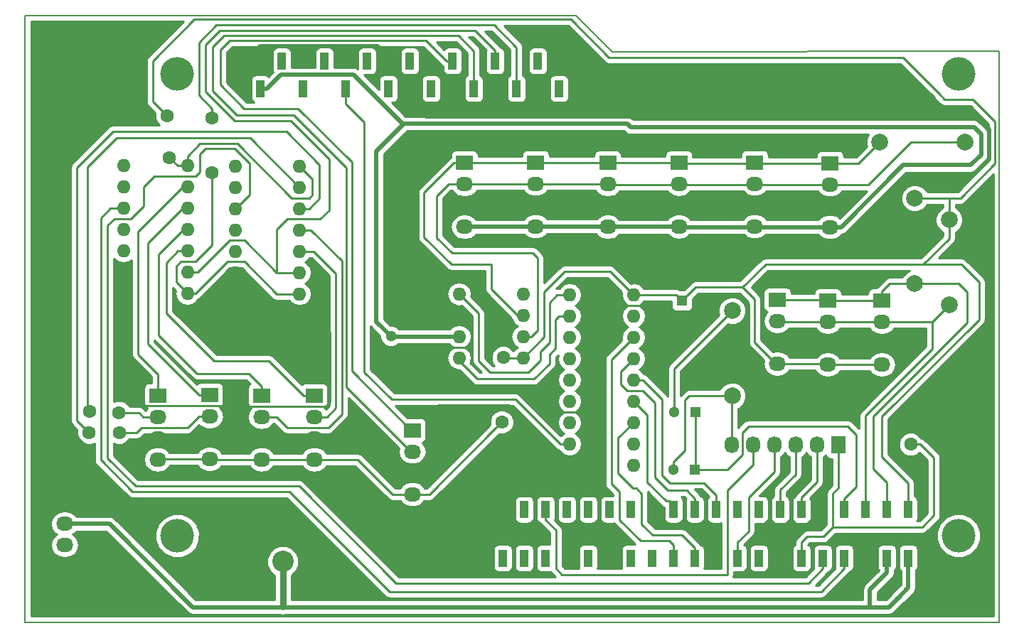
<source format=gbr>
G04 #@! TF.FileFunction,Copper,L1,Top,Signal*
%FSLAX46Y46*%
G04 Gerber Fmt 4.6, Leading zero omitted, Abs format (unit mm)*
G04 Created by KiCad (PCBNEW 4.0.2-stable) date 2016-03-21 11:52:51 AM*
%MOMM*%
G01*
G04 APERTURE LIST*
%ADD10C,0.100000*%
%ADD11C,0.150000*%
%ADD12R,1.000000X2.000000*%
%ADD13O,1.600000X1.600000*%
%ADD14C,1.600200*%
%ADD15R,1.300000X1.300000*%
%ADD16C,1.300000*%
%ADD17R,2.032000X1.727200*%
%ADD18O,2.032000X1.727200*%
%ADD19R,1.727200X2.032000*%
%ADD20O,1.727200X2.032000*%
%ADD21C,1.998980*%
%ADD22R,2.540000X2.540000*%
%ADD23C,2.540000*%
%ADD24C,4.000000*%
%ADD25C,1.600000*%
%ADD26C,0.250000*%
%ADD27C,0.500000*%
%ADD28C,0.750000*%
%ADD29C,0.254000*%
G04 APERTURE END LIST*
D10*
D11*
X74420000Y69360000D02*
X70130000Y73680000D01*
X74420000Y69360000D02*
X120480000Y69400000D01*
X120490000Y1380000D02*
X4500000Y1380000D01*
X120480000Y69400000D02*
X120490000Y1380000D01*
X4520000Y73680000D02*
X70130000Y73680000D01*
X4500000Y1380000D02*
X4520000Y73680000D01*
D12*
X30000000Y68260000D03*
X32540000Y64960000D03*
X35080000Y68260000D03*
X37620000Y64960000D03*
X40160000Y68260000D03*
X42700000Y64960000D03*
X45240000Y68260000D03*
X47780000Y64960000D03*
X50320000Y68260000D03*
X52860000Y64960000D03*
X55400000Y68260000D03*
X57940000Y64960000D03*
X60480000Y68260000D03*
X63020000Y64960000D03*
X65560000Y68260000D03*
X68100000Y64960000D03*
D13*
X56180000Y40500000D03*
X56180000Y37960000D03*
X56180000Y35420000D03*
X56180000Y32880000D03*
X63800000Y32880000D03*
X63800000Y35420000D03*
X63800000Y37960000D03*
X63800000Y40500000D03*
D14*
X109960000Y22590000D03*
X109960000Y25765000D03*
D15*
X82720000Y39710000D03*
D16*
X82720000Y37210000D03*
D15*
X84230000Y19570000D03*
D16*
X81730000Y19570000D03*
D15*
X48060000Y37970000D03*
D16*
X48060000Y35470000D03*
D15*
X84300000Y26440000D03*
D16*
X81800000Y26440000D03*
D17*
X56830000Y56120000D03*
D18*
X56830000Y53580000D03*
X56830000Y51040000D03*
X56830000Y48500000D03*
D17*
X106500000Y39700000D03*
D18*
X106500000Y37160000D03*
X106500000Y34620000D03*
X106500000Y32080000D03*
D17*
X65290000Y56160000D03*
D18*
X65290000Y53620000D03*
X65290000Y51080000D03*
X65290000Y48540000D03*
D17*
X94070000Y39800000D03*
D18*
X94070000Y37260000D03*
X94070000Y34720000D03*
X94070000Y32180000D03*
D17*
X73880000Y56120000D03*
D18*
X73880000Y53580000D03*
X73880000Y51040000D03*
X73880000Y48500000D03*
D17*
X100090000Y39700000D03*
D18*
X100090000Y37160000D03*
X100090000Y34620000D03*
X100090000Y32080000D03*
D17*
X82340000Y56140000D03*
D18*
X82340000Y53600000D03*
X82340000Y51060000D03*
X82340000Y48520000D03*
D17*
X32650000Y28380000D03*
D18*
X32650000Y25840000D03*
X32650000Y23300000D03*
X32650000Y20760000D03*
D17*
X91370000Y56170000D03*
D18*
X91370000Y53630000D03*
X91370000Y51090000D03*
X91370000Y48550000D03*
D17*
X26470000Y28450000D03*
D18*
X26470000Y25910000D03*
X26470000Y23370000D03*
X26470000Y20830000D03*
D17*
X100340000Y56080000D03*
D18*
X100340000Y53540000D03*
X100340000Y51000000D03*
X100340000Y48460000D03*
D17*
X20300000Y28380000D03*
D18*
X20300000Y25840000D03*
X20300000Y23300000D03*
X20300000Y20760000D03*
D17*
X38930000Y28380000D03*
D18*
X38930000Y25840000D03*
X38930000Y23300000D03*
X38930000Y20760000D03*
D17*
X50600000Y24250000D03*
D18*
X50600000Y21710000D03*
X50600000Y19170000D03*
X50600000Y16630000D03*
D19*
X101310000Y22500000D03*
D20*
X98770000Y22500000D03*
X96230000Y22500000D03*
X93690000Y22500000D03*
X91150000Y22500000D03*
X88610000Y22500000D03*
D21*
X106260000Y58580000D03*
X116420000Y58580000D03*
X110430000Y51910000D03*
X110430000Y41750000D03*
X114520000Y49320000D03*
X114520000Y39160000D03*
X88700000Y28340000D03*
X88700000Y38500000D03*
D13*
X16220000Y55780000D03*
X16220000Y53240000D03*
X16220000Y50700000D03*
X16220000Y48160000D03*
X16220000Y45620000D03*
X16220000Y43080000D03*
X16220000Y40540000D03*
X16220000Y38000000D03*
X23840000Y38000000D03*
X23840000Y40540000D03*
X23840000Y43080000D03*
X23840000Y45620000D03*
X23840000Y48160000D03*
X23840000Y50700000D03*
X23840000Y53240000D03*
X23840000Y55780000D03*
X69330000Y40400000D03*
X69330000Y37860000D03*
X69330000Y35320000D03*
X69330000Y32780000D03*
X69330000Y30240000D03*
X69330000Y27700000D03*
X69330000Y25160000D03*
X69330000Y22620000D03*
X69330000Y20080000D03*
X76950000Y20080000D03*
X76950000Y22620000D03*
X76950000Y25160000D03*
X76950000Y27700000D03*
X76950000Y30240000D03*
X76950000Y32780000D03*
X76950000Y35320000D03*
X76950000Y37860000D03*
X76950000Y40400000D03*
X29560000Y55750000D03*
X29560000Y53210000D03*
X29560000Y50670000D03*
X29560000Y48130000D03*
X29560000Y45590000D03*
X29560000Y43050000D03*
X29560000Y40510000D03*
X29560000Y37970000D03*
X37180000Y37970000D03*
X37180000Y40510000D03*
X37180000Y43050000D03*
X37180000Y45590000D03*
X37180000Y48130000D03*
X37180000Y50670000D03*
X37180000Y53210000D03*
X37180000Y55750000D03*
D17*
X9220000Y15660000D03*
D18*
X9220000Y13120000D03*
X9220000Y10580000D03*
D12*
X109650000Y14810000D03*
X109650000Y9010000D03*
X107110000Y14810000D03*
X107110000Y9010000D03*
X104570000Y14810000D03*
X104570000Y9010000D03*
X102030000Y14810000D03*
X102030000Y9010000D03*
X99490000Y14810000D03*
X99490000Y9010000D03*
X96950000Y14810000D03*
X96950000Y9010000D03*
X94410000Y14810000D03*
X94410000Y9010000D03*
X91870000Y14810000D03*
X91870000Y9010000D03*
X89330000Y14810000D03*
X89330000Y9010000D03*
X86790000Y14810000D03*
X86790000Y9010000D03*
X84250000Y14810000D03*
X84250000Y9010000D03*
X81710000Y14810000D03*
X81710000Y9010000D03*
X79170000Y14810000D03*
X79170000Y9010000D03*
X76630000Y14810000D03*
X76630000Y9010000D03*
X74090000Y14810000D03*
X74090000Y9010000D03*
X71550000Y14810000D03*
X71550000Y9010000D03*
X69010000Y14810000D03*
X69010000Y9010000D03*
X66470000Y14810000D03*
X66470000Y9010000D03*
X63930000Y14810000D03*
X63930000Y9010000D03*
X61390000Y14810000D03*
X61390000Y9010000D03*
D22*
X30110000Y8600000D03*
D23*
X35190000Y8600000D03*
D24*
X115635000Y66705000D03*
X22635000Y66705000D03*
X22635000Y11680000D03*
X115645000Y11680000D03*
D25*
X113205438Y30359642D03*
X109984154Y33580928D03*
X21416511Y61700018D03*
X61264745Y25240834D03*
X61430000Y32900000D03*
X21690000Y56750000D03*
X15732422Y23990319D03*
X12115301Y23980698D03*
X15697757Y26355255D03*
X12196098Y26465190D03*
X26747434Y61465185D03*
X26769905Y54970801D03*
D26*
X111091512Y22590000D02*
X111521512Y22160000D01*
X112714092Y14104092D02*
X112714092Y20967420D01*
X112714092Y20967420D02*
X111521512Y22160000D01*
X112714092Y14104092D02*
X111310000Y12700000D01*
X111310000Y12700000D02*
X100690000Y12700000D01*
X101310000Y22500000D02*
X101310000Y17370000D01*
X101310000Y17370000D02*
X100690000Y16750000D01*
X100690000Y16750000D02*
X100690000Y12700000D01*
X100690000Y12700000D02*
X99570000Y11580000D01*
X99570000Y11580000D02*
X97610000Y11580000D01*
X97610000Y11580000D02*
X96950000Y10920000D01*
X96950000Y10920000D02*
X96950000Y9010000D01*
X109960000Y22590000D02*
X111091512Y22590000D01*
X9220000Y15660000D02*
X30030000Y15660000D01*
X30030000Y15660000D02*
X33711842Y15660000D01*
X30110000Y8600000D02*
X30110000Y15580000D01*
X30110000Y15580000D02*
X30030000Y15660000D01*
X33711842Y15660000D02*
X45319207Y4052635D01*
X45319207Y4052635D02*
X100862635Y4052635D01*
X100862635Y4052635D02*
X104570000Y7760000D01*
X104570000Y7760000D02*
X104570000Y9010000D01*
D27*
X109800000Y54080000D02*
X103740000Y48020000D01*
X46490000Y70040000D02*
X48300000Y68230000D01*
X102190000Y45820000D02*
X69770000Y45820000D01*
X30000000Y68260000D02*
X30750000Y68260000D01*
X116800000Y54080000D02*
X109800000Y54080000D01*
X55564000Y51040000D02*
X56830000Y51040000D01*
X32530000Y70040000D02*
X46490000Y70040000D01*
X119320000Y56600000D02*
X116800000Y54080000D01*
X54650000Y50126000D02*
X55564000Y51040000D01*
X103740000Y48020000D02*
X103740000Y47370000D01*
X30750000Y68260000D02*
X32530000Y70040000D01*
X48300000Y68230000D02*
X48300000Y67330000D01*
X48300000Y67330000D02*
X50500000Y65130000D01*
X50500000Y65130000D02*
X50500000Y63430000D01*
X50500000Y63430000D02*
X52250000Y61680000D01*
X52250000Y61680000D02*
X117770275Y61680000D01*
X119320000Y60130275D02*
X119320000Y56600000D01*
X117770275Y61680000D02*
X119320000Y60130275D01*
X103740000Y47370000D02*
X102190000Y45820000D01*
X69770000Y45820000D02*
X69090000Y46500000D01*
X69090000Y46500000D02*
X55680000Y46500000D01*
X55680000Y46500000D02*
X54650000Y47530000D01*
X54650000Y47530000D02*
X54650000Y50126000D01*
D26*
X94070000Y34720000D02*
X93917600Y34720000D01*
X93917600Y34720000D02*
X92147129Y36490471D01*
X92147129Y36490471D02*
X92147129Y41751721D01*
X92147129Y41751721D02*
X93545408Y43150000D01*
X93545408Y43150000D02*
X94955398Y43150000D01*
X82720000Y37210000D02*
X81800762Y37210000D01*
X81800762Y37210000D02*
X79864768Y39145994D01*
X75451334Y39145994D02*
X73290000Y36984660D01*
X79864768Y39145994D02*
X75451334Y39145994D01*
X73290000Y36984660D02*
X73290000Y23370000D01*
X114510000Y25765000D02*
X114510000Y14270000D01*
X114510000Y14270000D02*
X111819138Y11579138D01*
X111819138Y11579138D02*
X105559138Y11579138D01*
X105559138Y11579138D02*
X104570000Y10590000D01*
X104570000Y10590000D02*
X104570000Y9010000D01*
X94980000Y12580000D02*
X94410000Y12010000D01*
X94410000Y12010000D02*
X94410000Y9010000D01*
X98510000Y12580000D02*
X94980000Y12580000D01*
X99490000Y14810000D02*
X99490000Y13560000D01*
X99490000Y13560000D02*
X98510000Y12580000D01*
X85080000Y12640000D02*
X86790000Y10930000D01*
X86790000Y10930000D02*
X86790000Y9010000D01*
X80090000Y12640000D02*
X85080000Y12640000D01*
X79170000Y14810000D02*
X79170000Y13560000D01*
X79170000Y13560000D02*
X80090000Y12640000D01*
X70260000Y16410000D02*
X70260000Y12050000D01*
X70260000Y12050000D02*
X70530000Y11780000D01*
X69540000Y17130000D02*
X70260000Y16410000D01*
X61390000Y17130000D02*
X61390000Y14810000D01*
X61390000Y18861126D02*
X61390000Y17130000D01*
X61390000Y17130000D02*
X69540000Y17130000D01*
X70530000Y11780000D02*
X72110000Y11780000D01*
X72110000Y11780000D02*
X72400000Y11780000D01*
X74090000Y9010000D02*
X74090000Y10260000D01*
X74090000Y10260000D02*
X72570000Y11780000D01*
X72570000Y11780000D02*
X72110000Y11780000D01*
X69010000Y9010000D02*
X69010000Y10260000D01*
X69010000Y10260000D02*
X70530000Y11780000D01*
X114005437Y29559643D02*
X113205438Y30359642D01*
X114510000Y29055080D02*
X114005437Y29559643D01*
X114510000Y25765000D02*
X114510000Y29055080D01*
X108700000Y31520000D02*
X108700000Y32780929D01*
X108700000Y32780929D02*
X109184155Y32780929D01*
X109184155Y32780929D02*
X109984154Y33580928D01*
X50600000Y19170000D02*
X51559269Y19170000D01*
X62030000Y27230000D02*
X63640000Y25620000D01*
X63640000Y25620000D02*
X63640000Y21111126D01*
X51559269Y19170000D02*
X52940000Y20550731D01*
X52940000Y20550731D02*
X52940000Y26380000D01*
X52940000Y26380000D02*
X53790000Y27230000D01*
X53790000Y27230000D02*
X62030000Y27230000D01*
X63640000Y21111126D02*
X61390000Y18861126D01*
X109960000Y25765000D02*
X114510000Y25765000D01*
X102400000Y28860000D02*
X94150000Y28860000D01*
X106040000Y28860000D02*
X102400000Y28860000D01*
X106500000Y34620000D02*
X107766000Y34620000D01*
X107766000Y34620000D02*
X108700000Y33686000D01*
X108700000Y31520000D02*
X106040000Y28860000D01*
X108700000Y33686000D02*
X108700000Y31520000D01*
X89390000Y40520000D02*
X86190000Y40520000D01*
X83529999Y37859999D02*
X83369999Y37859999D01*
X94150000Y28860000D02*
X90640000Y32370000D01*
X90640000Y39270000D02*
X89390000Y40520000D01*
X90640000Y32370000D02*
X90640000Y39270000D01*
X83369999Y37859999D02*
X82720000Y37210000D01*
X86190000Y40520000D02*
X83529999Y37859999D01*
X56180000Y37960000D02*
X57700000Y36440000D01*
X73290000Y24800000D02*
X73290000Y23370000D01*
X57700000Y36440000D02*
X57700000Y34700000D01*
X55110000Y34150000D02*
X54100000Y33140000D01*
X57700000Y34700000D02*
X57150000Y34150000D01*
X54100000Y30850000D02*
X55830000Y29120000D01*
X57150000Y34150000D02*
X55110000Y34150000D01*
X54100000Y33140000D02*
X54100000Y30850000D01*
X55830000Y29120000D02*
X64440000Y29120000D01*
X67110011Y26449989D02*
X71640011Y26449989D01*
X64440000Y29120000D02*
X67110011Y26449989D01*
X71640011Y26449989D02*
X73290000Y24800000D01*
X73290000Y23370000D02*
X73290000Y21840000D01*
X16220000Y38000000D02*
X15420001Y37200001D01*
X15420001Y29319999D02*
X17594973Y27145027D01*
X17594973Y27145027D02*
X28214973Y27145027D01*
X15420001Y37200001D02*
X15420001Y29319999D01*
X28214973Y27145027D02*
X29410000Y25950000D01*
X37180000Y37970000D02*
X38311370Y37970000D01*
X40304474Y27104474D02*
X30564474Y27104474D01*
X38311370Y37970000D02*
X38351370Y38010000D01*
X38351370Y38010000D02*
X38800000Y38010000D01*
X29410000Y25950000D02*
X29410000Y23300000D01*
X38800000Y38010000D02*
X40790000Y36020000D01*
X40790000Y36020000D02*
X40790000Y27590000D01*
X40790000Y27590000D02*
X40304474Y27104474D01*
X30564474Y27104474D02*
X29410000Y25950000D01*
X32650000Y23300000D02*
X29410000Y23300000D01*
X29410000Y23300000D02*
X26540000Y23300000D01*
X29560000Y37970000D02*
X29560000Y39101370D01*
X29560000Y39101370D02*
X29560000Y40510000D01*
X29560000Y43050000D02*
X29560000Y41918630D01*
X29560000Y41918630D02*
X29560000Y40510000D01*
X16220000Y40540000D02*
X16220000Y41671370D01*
X16220000Y41671370D02*
X16220000Y43080000D01*
X16220000Y38000000D02*
X16220000Y39131370D01*
X16220000Y39131370D02*
X16220000Y40540000D01*
X29560000Y37970000D02*
X23870000Y37970000D01*
X23870000Y37970000D02*
X23840000Y38000000D01*
X37180000Y37970000D02*
X36048630Y37970000D01*
X36048630Y37970000D02*
X29560000Y37970000D01*
X44400000Y23300000D02*
X48530000Y19170000D01*
X48530000Y19170000D02*
X50600000Y19170000D01*
X38930000Y23300000D02*
X44400000Y23300000D01*
X35780000Y23300000D02*
X35930000Y23300000D01*
X32650000Y23300000D02*
X35780000Y23300000D01*
X35780000Y23300000D02*
X38930000Y23300000D01*
X20300000Y23300000D02*
X26400000Y23300000D01*
X26400000Y23300000D02*
X26470000Y23370000D01*
X26540000Y23300000D02*
X26470000Y23370000D01*
X94070000Y34720000D02*
X99990000Y34720000D01*
X99990000Y34720000D02*
X100090000Y34620000D01*
X106500000Y34620000D02*
X105234000Y34620000D01*
X105234000Y34620000D02*
X100090000Y34620000D01*
X100360000Y50980000D02*
X56890000Y50980000D01*
X56890000Y50980000D02*
X56830000Y51040000D01*
X73290000Y21840000D02*
X71530000Y20080000D01*
X71530000Y20080000D02*
X69330000Y20080000D01*
X48060000Y37970000D02*
X56170000Y37970000D01*
X56170000Y37970000D02*
X56180000Y37960000D01*
X21416511Y61700018D02*
X19690000Y63426529D01*
X19690000Y63426529D02*
X19690000Y68230000D01*
X113350000Y64350000D02*
X113350000Y64310000D01*
X19690000Y68230000D02*
X24664077Y73204077D01*
X69465923Y73204077D02*
X74000000Y68670000D01*
X117370629Y63660000D02*
X119995011Y61035618D01*
X24664077Y73204077D02*
X69465923Y73204077D01*
X74000000Y68670000D02*
X109030000Y68670000D01*
X109030000Y68670000D02*
X113350000Y64350000D01*
X113350000Y64310000D02*
X114000000Y63660000D01*
X119995011Y61035618D02*
X119995011Y56041356D01*
X114000000Y63660000D02*
X117370629Y63660000D01*
X119995011Y56041356D02*
X115863655Y51910000D01*
X115863655Y51910000D02*
X114520000Y51910000D01*
X89790000Y41290000D02*
X89930000Y41290000D01*
X89930000Y41290000D02*
X91357999Y39862001D01*
X91357999Y39862001D02*
X91357999Y34739601D01*
X91357999Y34739601D02*
X93917600Y32180000D01*
X93917600Y32180000D02*
X94070000Y32180000D01*
X25331657Y58403027D02*
X23840000Y56911370D01*
X36258091Y51909855D02*
X29764919Y58403027D01*
X38319855Y51909855D02*
X36258091Y51909855D01*
X38718907Y52308907D02*
X38319855Y51909855D01*
X38718907Y54211093D02*
X38718907Y52308907D01*
X23840000Y56911370D02*
X23840000Y55780000D01*
X29764919Y58403027D02*
X25331657Y58403027D01*
X37180000Y55750000D02*
X38718907Y54211093D01*
X63800000Y32880000D02*
X66276384Y35356384D01*
X66276384Y35356384D02*
X66276384Y40716968D01*
X76150001Y41199999D02*
X76950000Y40400000D01*
X66276384Y40716968D02*
X68749416Y43190000D01*
X68749416Y43190000D02*
X74160000Y43190000D01*
X74160000Y43190000D02*
X76150001Y41199999D01*
X60464746Y24440835D02*
X61264745Y25240834D01*
X52653911Y16630000D02*
X60464746Y24440835D01*
X50600000Y16630000D02*
X52653911Y16630000D01*
X111459236Y44039236D02*
X115980764Y44039236D01*
X115980764Y44039236D02*
X118070000Y41950000D01*
X118070000Y41950000D02*
X118070000Y37440448D01*
X106546353Y25916801D02*
X106546353Y21093647D01*
X118070000Y37440448D02*
X106546353Y25916801D01*
X109650000Y17990000D02*
X109650000Y14810000D01*
X106546353Y21093647D02*
X109650000Y17990000D01*
X63800000Y32880000D02*
X61450000Y32880000D01*
X61450000Y32880000D02*
X61430000Y32900000D01*
X21690000Y56750000D02*
X22660000Y55780000D01*
X22660000Y55780000D02*
X23840000Y55780000D01*
X110430000Y51910000D02*
X114520000Y51910000D01*
X114520000Y51910000D02*
X114520000Y49320000D01*
X82720000Y39710000D02*
X82743617Y39710000D01*
X82743617Y39710000D02*
X84323617Y41290000D01*
X84323617Y41290000D02*
X89790000Y41290000D01*
X82720000Y39710000D02*
X82030000Y40400000D01*
X82030000Y40400000D02*
X79800000Y40400000D01*
X79800000Y40400000D02*
X76950000Y40400000D01*
X89790000Y41290000D02*
X89920000Y41290000D01*
X89920000Y41290000D02*
X92669236Y44039236D01*
X92669236Y44039236D02*
X111459236Y44039236D01*
X111459236Y44039236D02*
X114520000Y47100000D01*
X114520000Y47100000D02*
X114520000Y49320000D01*
X44120000Y20760000D02*
X48250000Y16630000D01*
X48250000Y16630000D02*
X50600000Y16630000D01*
X38930000Y20760000D02*
X44120000Y20760000D01*
X35563349Y20760000D02*
X38930000Y20760000D01*
X32650000Y20760000D02*
X35563349Y20760000D01*
X26470000Y20830000D02*
X20370000Y20830000D01*
X20370000Y20830000D02*
X20300000Y20760000D01*
X32650000Y20760000D02*
X26540000Y20760000D01*
X26540000Y20760000D02*
X26470000Y20830000D01*
X100090000Y32080000D02*
X101356000Y32080000D01*
X101356000Y32080000D02*
X106500000Y32080000D01*
X94070000Y32180000D02*
X99990000Y32180000D01*
X99990000Y32180000D02*
X100090000Y32080000D01*
X84230000Y19570000D02*
X88140000Y19570000D01*
X88140000Y19570000D02*
X89892002Y21322002D01*
X89892002Y21322002D02*
X89892002Y23972002D01*
X89892002Y23972002D02*
X90661290Y24741290D01*
X90661290Y24741290D02*
X102449611Y24741290D01*
X102449611Y24741290D02*
X103470000Y23720901D01*
X103470000Y17510000D02*
X102030000Y16070000D01*
X103470000Y23720901D02*
X103470000Y17510000D01*
X102030000Y16070000D02*
X102030000Y14810000D01*
X84230000Y19570000D02*
X84439949Y19779949D01*
X84300000Y26440000D02*
X84300000Y19640000D01*
X84300000Y19640000D02*
X84230000Y19570000D01*
X88610000Y22500000D02*
X88610000Y28250000D01*
X88610000Y28250000D02*
X88700000Y28340000D01*
X83080000Y27830000D02*
X83590000Y28340000D01*
X83590000Y28340000D02*
X88700000Y28340000D01*
X83080000Y21839238D02*
X83080000Y27830000D01*
X81730000Y19570000D02*
X81730000Y20489238D01*
X81730000Y20489238D02*
X83080000Y21839238D01*
D27*
X51830011Y60788480D02*
X49630254Y60788480D01*
X49630254Y60788480D02*
X46350000Y57508226D01*
X46350000Y57508226D02*
X46350000Y37180000D01*
X46350000Y37180000D02*
X48060000Y35470000D01*
X33470000Y3175066D02*
X35180000Y3175066D01*
D26*
X35190000Y3185066D02*
X35180000Y3175066D01*
D27*
X35180000Y3175066D02*
X105010000Y3175066D01*
D28*
X35190000Y8600000D02*
X35190000Y3185066D01*
D27*
X24474934Y3175066D02*
X33470000Y3175066D01*
D26*
X33470000Y3175066D02*
X33350000Y3295066D01*
D27*
X117500175Y60375217D02*
X76593765Y60375217D01*
X117080000Y55840000D02*
X118340000Y57100000D01*
X90800000Y48470000D02*
X101656000Y48470000D01*
X76180502Y60788480D02*
X51830011Y60788480D01*
X76593765Y60375217D02*
X76180502Y60788480D01*
X118340000Y57100000D02*
X118340000Y59535392D01*
X109026000Y55840000D02*
X117080000Y55840000D01*
X101656000Y48470000D02*
X109026000Y55840000D01*
X118340000Y59535392D02*
X117500175Y60375217D01*
X33290000Y64960000D02*
X34960000Y66630000D01*
X32540000Y64960000D02*
X33290000Y64960000D01*
X105010000Y3175066D02*
X107355066Y3175066D01*
X105089916Y5281231D02*
X105089916Y3254982D01*
X105089916Y3254982D02*
X105010000Y3175066D01*
X107355066Y3175066D02*
X108430000Y4250000D01*
X14530000Y13120000D02*
X24474934Y3175066D01*
X9220000Y13120000D02*
X14530000Y13120000D01*
X107110000Y9010000D02*
X107110000Y7301315D01*
X107110000Y7301315D02*
X105089916Y5281231D01*
X109650000Y5470000D02*
X108430000Y4250000D01*
X108430000Y4250000D02*
X108290000Y4110000D01*
X109650000Y9010000D02*
X109650000Y5470000D01*
X43610000Y66630000D02*
X49451520Y60788480D01*
X49451520Y60788480D02*
X51830011Y60788480D01*
X34960000Y66630000D02*
X43610000Y66630000D01*
X81930000Y48470000D02*
X90800000Y48470000D01*
X73880000Y48500000D02*
X81900000Y48500000D01*
X81900000Y48500000D02*
X81930000Y48470000D01*
X65290000Y48540000D02*
X73840000Y48540000D01*
X73840000Y48540000D02*
X73880000Y48500000D01*
X56830000Y48500000D02*
X65250000Y48500000D01*
X65250000Y48500000D02*
X65290000Y48540000D01*
X56180000Y35420000D02*
X48110000Y35420000D01*
X48110000Y35420000D02*
X48060000Y35470000D01*
D26*
X81800000Y26440000D02*
X81800000Y31600000D01*
X81800000Y31600000D02*
X88700000Y38500000D01*
X105530822Y19619178D02*
X107110000Y18040000D01*
X107110000Y18040000D02*
X107110000Y14810000D01*
X105530822Y25907112D02*
X105530822Y19619178D01*
X110430000Y41750000D02*
X115680000Y41750000D01*
X115680000Y41750000D02*
X116670000Y40760000D01*
X116670000Y40760000D02*
X116670000Y37046290D01*
X116670000Y37046290D02*
X105530822Y25907112D01*
X94070000Y39800000D02*
X99990000Y39800000D01*
X99990000Y39800000D02*
X100090000Y39700000D01*
X106500000Y39700000D02*
X105234000Y39700000D01*
X105234000Y39700000D02*
X100090000Y39700000D01*
X110430000Y41750000D02*
X107436400Y41750000D01*
X107436400Y41750000D02*
X106500000Y40813600D01*
X106500000Y40813600D02*
X106500000Y39700000D01*
X104570000Y14810000D02*
X104570000Y26002072D01*
X104570000Y26002072D02*
X112520000Y33952072D01*
X112520000Y33952072D02*
X112520000Y37160000D01*
X112520000Y37160000D02*
X109470000Y37160000D01*
X109470000Y37160000D02*
X106500000Y37160000D01*
X100090000Y37160000D02*
X94170000Y37160000D01*
X94170000Y37160000D02*
X94070000Y37260000D01*
X106500000Y37160000D02*
X100090000Y37160000D01*
X114520000Y39160000D02*
X112520000Y37160000D01*
X93690000Y22500000D02*
X93690000Y19282699D01*
X93690000Y19282699D02*
X90640738Y16233437D01*
X90640738Y16233437D02*
X90640738Y12227626D01*
X90640738Y12227626D02*
X89330000Y10916888D01*
X89330000Y10916888D02*
X89330000Y9010000D01*
X76950000Y30240000D02*
X78081370Y30240000D01*
X78081370Y30240000D02*
X80350000Y27971370D01*
X80350000Y27971370D02*
X80350000Y18920000D01*
X80350000Y18920000D02*
X81279203Y17990797D01*
X81279203Y17990797D02*
X85329203Y17990797D01*
X86790000Y16530000D02*
X86790000Y14810000D01*
X85329203Y17990797D02*
X86790000Y16530000D01*
X76950000Y32780000D02*
X75430000Y31260000D01*
X75430000Y31260000D02*
X75430000Y29730000D01*
X79490000Y18591153D02*
X81005533Y17075620D01*
X75430000Y29730000D02*
X76200000Y28960000D01*
X79490000Y27510000D02*
X79490000Y18591153D01*
X76200000Y28960000D02*
X78040000Y28960000D01*
X81005533Y17075620D02*
X83294380Y17075620D01*
X78040000Y28960000D02*
X79490000Y27510000D01*
X83294380Y17075620D02*
X84250000Y16120000D01*
X84250000Y16120000D02*
X84250000Y14810000D01*
X84250000Y9010000D02*
X84250000Y10260000D01*
X77930000Y13070000D02*
X77930000Y16710000D01*
X84250000Y10260000D02*
X82749484Y11760516D01*
X77930000Y16710000D02*
X77270000Y17370000D01*
X82749484Y11760516D02*
X79239484Y11760516D01*
X79239484Y11760516D02*
X77930000Y13070000D01*
X77270000Y17370000D02*
X76900000Y17370000D01*
X75120000Y19150000D02*
X75120000Y23330000D01*
X76900000Y17370000D02*
X75120000Y19150000D01*
X75120000Y23330000D02*
X76950000Y25160000D01*
X81710000Y14810000D02*
X81710000Y15310000D01*
X81710000Y15310000D02*
X81211549Y15808451D01*
X78570000Y26080000D02*
X77749999Y26900001D01*
X81211549Y15808451D02*
X80815038Y15808451D01*
X78570000Y18053489D02*
X78570000Y26080000D01*
X80815038Y15808451D02*
X78570000Y18053489D01*
X77749999Y26900001D02*
X76950000Y27700000D01*
X76950000Y35320000D02*
X74300000Y32670000D01*
X74300000Y32670000D02*
X74300000Y17890000D01*
X74300000Y17890000D02*
X75290000Y16900000D01*
X75290000Y16900000D02*
X75290000Y13580000D01*
X75290000Y13580000D02*
X77797307Y11072693D01*
X77797307Y11072693D02*
X81217307Y11072693D01*
X81217307Y11072693D02*
X81710000Y10580000D01*
X81710000Y10580000D02*
X81710000Y9010000D01*
X66470000Y14810000D02*
X66470000Y13560000D01*
X66470000Y13560000D02*
X67697227Y12332773D01*
X88097192Y7067192D02*
X88097192Y17086642D01*
X67697227Y12332773D02*
X67697227Y7802773D01*
X67697227Y7802773D02*
X68446772Y7053228D01*
X68446772Y7053228D02*
X88083228Y7053228D01*
X88083228Y7053228D02*
X88097192Y7067192D01*
X88097192Y17086642D02*
X91150000Y20139450D01*
X91150000Y20139450D02*
X91150000Y22500000D01*
X63800000Y37960000D02*
X63129789Y37960000D01*
X63129789Y37960000D02*
X60024619Y41065170D01*
X60024619Y41065170D02*
X60024619Y44050000D01*
X60024619Y44050000D02*
X55250000Y44050000D01*
X55250000Y44050000D02*
X52024006Y47275994D01*
X52024006Y47275994D02*
X52024006Y52576838D01*
X52024006Y52576838D02*
X55567168Y56120000D01*
X55567168Y56120000D02*
X56830000Y56120000D01*
X100360000Y56060000D02*
X103740000Y56060000D01*
X103740000Y56060000D02*
X106260000Y58580000D01*
X90800000Y56090000D02*
X100330000Y56090000D01*
X100330000Y56090000D02*
X100360000Y56060000D01*
X81930000Y56090000D02*
X83196000Y56090000D01*
X83196000Y56090000D02*
X90800000Y56090000D01*
X73880000Y56120000D02*
X81900000Y56120000D01*
X81900000Y56120000D02*
X81930000Y56090000D01*
X65290000Y56160000D02*
X73840000Y56160000D01*
X73840000Y56160000D02*
X73880000Y56120000D01*
X56830000Y56120000D02*
X65250000Y56120000D01*
X65250000Y56120000D02*
X65290000Y56160000D01*
X63800000Y35420000D02*
X64787643Y35420000D01*
X53539315Y47171747D02*
X53539315Y52192431D01*
X64787643Y35420000D02*
X65536044Y36168401D01*
X65536044Y36168401D02*
X65536044Y44793956D01*
X64950000Y45380000D02*
X55331062Y45380000D01*
X53539315Y52192431D02*
X54926884Y53580000D01*
X65536044Y44793956D02*
X64950000Y45380000D01*
X55331062Y45380000D02*
X53539315Y47171747D01*
X54926884Y53580000D02*
X56830000Y53580000D01*
X65290000Y53620000D02*
X73840000Y53620000D01*
X73840000Y53620000D02*
X73880000Y53580000D01*
X65290000Y53620000D02*
X56870000Y53620000D01*
X56870000Y53620000D02*
X56830000Y53580000D01*
X81930000Y53550000D02*
X73910000Y53550000D01*
X73910000Y53550000D02*
X73880000Y53580000D01*
X90800000Y53550000D02*
X89534000Y53550000D01*
X89534000Y53550000D02*
X81930000Y53550000D01*
X100360000Y53520000D02*
X90830000Y53520000D01*
X90830000Y53520000D02*
X90800000Y53550000D01*
X109950000Y58580000D02*
X104890000Y53520000D01*
X104890000Y53520000D02*
X100360000Y53520000D01*
X116420000Y58580000D02*
X109950000Y58580000D01*
X69330000Y22620000D02*
X68198630Y22620000D01*
X68198630Y22620000D02*
X62869047Y27949583D01*
X62869047Y27949583D02*
X48157408Y27949583D01*
X48157408Y27949583D02*
X44908601Y31198390D01*
X44908601Y31198390D02*
X44908601Y60971344D01*
X44908601Y60971344D02*
X42700000Y63179945D01*
X42700000Y63179945D02*
X42700000Y64960000D01*
X23840000Y48160000D02*
X23387493Y48160000D01*
X23387493Y48160000D02*
X20415287Y45187794D01*
X20415287Y45187794D02*
X20415287Y35537239D01*
X20415287Y35537239D02*
X24962526Y30990000D01*
X24962526Y30990000D02*
X31153600Y30990000D01*
X31153600Y30990000D02*
X32650000Y29493600D01*
X32650000Y29493600D02*
X32650000Y28380000D01*
X32650000Y25840000D02*
X34438332Y25840000D01*
X34438332Y25840000D02*
X35692291Y24586041D01*
X35692291Y24586041D02*
X40596041Y24586041D01*
X38511110Y48130000D02*
X37180000Y48130000D01*
X40596041Y24586041D02*
X42214855Y26204855D01*
X42214855Y26204855D02*
X42214855Y44426255D01*
X42214855Y44426255D02*
X38511110Y48130000D01*
X26470000Y28450000D02*
X25204000Y28450000D01*
X25204000Y28450000D02*
X19150190Y34503810D01*
X23251975Y50700000D02*
X23840000Y50700000D01*
X19150190Y34503810D02*
X19150190Y46598215D01*
X19150190Y46598215D02*
X23251975Y50700000D01*
X18980000Y24574854D02*
X18397314Y24574854D01*
X16863792Y23990319D02*
X15732422Y23990319D01*
X18397314Y24574854D02*
X17812779Y23990319D01*
X17812779Y23990319D02*
X16863792Y23990319D01*
X15616957Y23874854D02*
X15732422Y23990319D01*
X15544854Y23874854D02*
X15616957Y23874854D01*
X18825146Y24574854D02*
X18980000Y24574854D01*
X18980000Y24574854D02*
X23868854Y24574854D01*
X37180000Y50670000D02*
X38311370Y50670000D01*
X14951448Y59844224D02*
X10671541Y55564317D01*
X38311370Y50670000D02*
X39540000Y51898630D01*
X39540000Y51898630D02*
X39540000Y55910000D01*
X11615302Y24480697D02*
X12115301Y23980698D01*
X39540000Y55910000D02*
X35605776Y59844224D01*
X10671541Y55564317D02*
X10671541Y25424458D01*
X35605776Y59844224D02*
X14951448Y59844224D01*
X10671541Y25424458D02*
X11615302Y24480697D01*
X25204000Y25910000D02*
X26470000Y25910000D01*
X23868854Y24574854D02*
X25204000Y25910000D01*
X20300000Y28380000D02*
X20300000Y30933977D01*
X20300000Y30933977D02*
X17970000Y33263977D01*
X17970000Y33263977D02*
X17970000Y47910603D01*
X17970000Y47910603D02*
X23299397Y53240000D01*
X23299397Y53240000D02*
X23840000Y53240000D01*
X37180000Y53210000D02*
X31332026Y59057974D01*
X31332026Y59057974D02*
X15387418Y59057974D01*
X15387418Y59057974D02*
X11920239Y55590795D01*
X11920239Y55590795D02*
X11920239Y26741049D01*
X11920239Y26741049D02*
X12196098Y26465190D01*
X20300000Y25840000D02*
X18548917Y25840000D01*
X18548917Y25840000D02*
X18074177Y26314740D01*
X18074177Y26314740D02*
X15738272Y26314740D01*
X15738272Y26314740D02*
X15697757Y26355255D01*
X23840000Y45620000D02*
X22708630Y45620000D01*
X22708630Y45620000D02*
X21320738Y44232108D01*
X21320738Y44232108D02*
X21320738Y38159262D01*
X21320738Y38159262D02*
X27000000Y32480000D01*
X27000000Y32480000D02*
X33564000Y32480000D01*
X37664000Y28380000D02*
X38930000Y28380000D01*
X33564000Y32480000D02*
X37664000Y28380000D01*
X37180000Y45590000D02*
X38893067Y45590000D01*
X38893067Y45590000D02*
X41518719Y42964348D01*
X41518719Y42964348D02*
X41518719Y26899743D01*
X41518719Y26899743D02*
X40458976Y25840000D01*
X40458976Y25840000D02*
X38930000Y25840000D01*
X43397358Y56178563D02*
X36965921Y62610000D01*
X27796972Y65411754D02*
X27796972Y69632371D01*
X30598726Y62610000D02*
X27796972Y65411754D01*
X36965921Y62610000D02*
X30598726Y62610000D01*
X52194989Y70715011D02*
X54650000Y68260000D01*
X28879612Y70715011D02*
X52194989Y70715011D01*
X54650000Y68260000D02*
X55400000Y68260000D01*
X43397358Y31300242D02*
X43397358Y56178563D01*
X27796972Y69632371D02*
X28879612Y70715011D01*
X50600000Y24250000D02*
X50447600Y24250000D01*
X50447600Y24250000D02*
X43397358Y31300242D01*
X29744522Y61839872D02*
X36491757Y61839872D01*
X42779184Y55552445D02*
X42779184Y29378416D01*
X36491757Y61839872D02*
X42779184Y55552445D01*
X26875313Y64709081D02*
X29744522Y61839872D01*
X57940000Y64960000D02*
X57940000Y69460000D01*
X56134978Y71265022D02*
X28162366Y71265022D01*
X57940000Y69460000D02*
X56134978Y71265022D01*
X42779184Y29378416D02*
X50447600Y21710000D01*
X50447600Y21710000D02*
X50600000Y21710000D01*
X26875313Y69977969D02*
X26875313Y64709081D01*
X28162366Y71265022D02*
X26875313Y69977969D01*
X98770000Y22500000D02*
X98770000Y18080000D01*
X98770000Y18080000D02*
X96950000Y16260000D01*
X96950000Y16260000D02*
X96950000Y14810000D01*
X94410000Y17160000D02*
X96230000Y18980000D01*
X96230000Y18980000D02*
X96230000Y22500000D01*
X94410000Y14810000D02*
X94410000Y17160000D01*
X56180000Y40500000D02*
X58503096Y38176904D01*
X58503096Y38176904D02*
X58503096Y32541082D01*
X64470000Y31150000D02*
X65890000Y32570000D01*
X65890000Y32570000D02*
X65890000Y33620000D01*
X58503096Y32541082D02*
X59894178Y31150000D01*
X59894178Y31150000D02*
X64470000Y31150000D01*
X65890000Y33620000D02*
X66950917Y34680917D01*
X66950917Y34680917D02*
X66950917Y39487751D01*
X66950917Y39487751D02*
X67855778Y40392612D01*
X67855778Y40392612D02*
X69322612Y40392612D01*
X69322612Y40392612D02*
X69330000Y40400000D01*
X56180000Y32880000D02*
X56180000Y32517485D01*
X56180000Y32517485D02*
X58337485Y30360000D01*
X58337485Y30360000D02*
X65090000Y30360000D01*
X65090000Y30360000D02*
X66940000Y32210000D01*
X66940000Y32210000D02*
X66940000Y33280000D01*
X66940000Y33280000D02*
X67658353Y33998353D01*
X67658353Y33998353D02*
X67658353Y37451611D01*
X67658353Y37451611D02*
X68066742Y37860000D01*
X68066742Y37860000D02*
X69330000Y37860000D01*
X16220000Y50700000D02*
X14672969Y50700000D01*
X14672969Y50700000D02*
X13507566Y49534597D01*
X13507566Y49534597D02*
X13507566Y20702434D01*
X17260000Y16950000D02*
X35972758Y16950000D01*
X13507566Y20702434D02*
X17260000Y16950000D01*
X35972758Y16950000D02*
X47887246Y5035512D01*
X102030000Y7760000D02*
X102030000Y9010000D01*
X47887246Y5035512D02*
X99305512Y5035512D01*
X99305512Y5035512D02*
X102030000Y7760000D01*
X25300000Y55040000D02*
X24780000Y54520000D01*
X29560000Y50670000D02*
X31211284Y52321284D01*
X31211284Y52321284D02*
X31211284Y56090893D01*
X31211284Y56090893D02*
X29479744Y57822433D01*
X17670000Y17610000D02*
X37147794Y17610000D01*
X29479744Y57822433D02*
X25995020Y57822433D01*
X15150000Y49470000D02*
X14343916Y48663916D01*
X25995020Y57822433D02*
X25300000Y57127413D01*
X25300000Y57127413D02*
X25300000Y55040000D01*
X24780000Y54520000D02*
X19930000Y54520000D01*
X19930000Y54520000D02*
X18653755Y53243755D01*
X18653755Y50994720D02*
X17129035Y49470000D01*
X18653755Y53243755D02*
X18653755Y50994720D01*
X48704302Y6053492D02*
X97783492Y6053492D01*
X14343916Y20936084D02*
X17670000Y17610000D01*
X37147794Y17610000D02*
X48704302Y6053492D01*
X17129035Y49470000D02*
X15150000Y49470000D01*
X14343916Y48663916D02*
X14343916Y20936084D01*
X97783492Y6053492D02*
X99490000Y7760000D01*
X99490000Y7760000D02*
X99490000Y9010000D01*
X60480000Y68260000D02*
X60480000Y69510000D01*
X25976195Y64617494D02*
X29465149Y61128540D01*
X60480000Y69510000D02*
X58113052Y71876948D01*
X27661578Y71876948D02*
X25976195Y70191565D01*
X25976195Y70191565D02*
X25976195Y64617494D01*
X36123953Y61128540D02*
X40690000Y56562493D01*
X58113052Y71876948D02*
X27661578Y71876948D01*
X29465149Y61128540D02*
X36123953Y61128540D01*
X40690000Y50490000D02*
X39610000Y49410000D01*
X40690000Y56562493D02*
X40690000Y50490000D01*
X39610000Y49410000D02*
X35720000Y49410000D01*
X35720000Y49410000D02*
X34468507Y48158507D01*
X34468507Y48158507D02*
X34468507Y43050000D01*
X23840000Y43080000D02*
X25051698Y43080000D01*
X25051698Y43080000D02*
X28853537Y46881839D01*
X28853537Y46881839D02*
X30636668Y46881839D01*
X30636668Y46881839D02*
X34468507Y43050000D01*
X34468507Y43050000D02*
X37180000Y43050000D01*
X63020000Y64960000D02*
X63020000Y69880000D01*
X63020000Y69880000D02*
X60373030Y72526970D01*
X60373030Y72526970D02*
X27291612Y72526970D01*
X27291612Y72526970D02*
X25194268Y70429626D01*
X25194268Y70429626D02*
X25194268Y64149721D01*
X26747434Y62596555D02*
X26747434Y61465185D01*
X25194268Y64149721D02*
X26747434Y62596555D01*
X26769905Y46274785D02*
X26769905Y54263695D01*
X23037281Y44347281D02*
X24842401Y44347281D01*
X22500000Y43810000D02*
X23037281Y44347281D01*
X22500000Y41880000D02*
X22500000Y43810000D01*
X23840000Y40540000D02*
X22500000Y41880000D01*
X26769905Y54263695D02*
X26769905Y54970801D01*
X24842401Y44347281D02*
X26769905Y46274785D01*
X37180000Y40510000D02*
X34438014Y40510000D01*
X28584876Y44330369D02*
X24794507Y40540000D01*
X34438014Y40510000D02*
X30617645Y44330369D01*
X30617645Y44330369D02*
X28584876Y44330369D01*
X24794507Y40540000D02*
X23840000Y40540000D01*
D29*
X5229804Y72970000D02*
X23355198Y72970000D01*
X5229747Y72766800D02*
X23151998Y72766800D01*
X5229691Y72563600D02*
X22948798Y72563600D01*
X5229635Y72360400D02*
X22745598Y72360400D01*
X5229579Y72157200D02*
X22542398Y72157200D01*
X5229522Y71954000D02*
X22339198Y71954000D01*
X5229466Y71750800D02*
X22135998Y71750800D01*
X5229410Y71547600D02*
X21932798Y71547600D01*
X5229354Y71344400D02*
X21729598Y71344400D01*
X5229298Y71141200D02*
X21526398Y71141200D01*
X5229241Y70938000D02*
X21323198Y70938000D01*
X5229185Y70734800D02*
X21119998Y70734800D01*
X5229129Y70531600D02*
X20916798Y70531600D01*
X5229073Y70328400D02*
X20713598Y70328400D01*
X5229017Y70125200D02*
X20510398Y70125200D01*
X5228960Y69922000D02*
X20307198Y69922000D01*
X5228904Y69718800D02*
X20103998Y69718800D01*
X5228848Y69515600D02*
X19900798Y69515600D01*
X5228792Y69312400D02*
X19697598Y69312400D01*
X5228735Y69109200D02*
X19494398Y69109200D01*
X5228679Y68906000D02*
X19291198Y68906000D01*
X5228623Y68702800D02*
X19109435Y68702800D01*
X5228567Y68499600D02*
X18983628Y68499600D01*
X5228511Y68296400D02*
X18943208Y68296400D01*
X5228454Y68093200D02*
X18930000Y68093200D01*
X5228398Y67890000D02*
X18930000Y67890000D01*
X5228342Y67686800D02*
X18930000Y67686800D01*
X5228286Y67483600D02*
X18930000Y67483600D01*
X5228230Y67280400D02*
X18930000Y67280400D01*
X5228173Y67077200D02*
X18930000Y67077200D01*
X5228117Y66874000D02*
X18930000Y66874000D01*
X5228061Y66670800D02*
X18930000Y66670800D01*
X5228005Y66467600D02*
X18930000Y66467600D01*
X5227948Y66264400D02*
X18930000Y66264400D01*
X5227892Y66061200D02*
X18930000Y66061200D01*
X5227836Y65858000D02*
X18930000Y65858000D01*
X5227780Y65654800D02*
X18930000Y65654800D01*
X5227724Y65451600D02*
X18930000Y65451600D01*
X5227667Y65248400D02*
X18930000Y65248400D01*
X5227611Y65045200D02*
X18930000Y65045200D01*
X5227555Y64842000D02*
X18930000Y64842000D01*
X5227499Y64638800D02*
X18930000Y64638800D01*
X5227443Y64435600D02*
X18930000Y64435600D01*
X5227386Y64232400D02*
X18930000Y64232400D01*
X5227330Y64029200D02*
X18930000Y64029200D01*
X5227274Y63826000D02*
X18930000Y63826000D01*
X5227218Y63622800D02*
X18930000Y63622800D01*
X5227161Y63419600D02*
X18931378Y63419600D01*
X5227105Y63216400D02*
X18971797Y63216400D01*
X5227049Y63013200D02*
X19069696Y63013200D01*
X5226993Y62810000D02*
X19231727Y62810000D01*
X5226937Y62606800D02*
X19434927Y62606800D01*
X5226880Y62403600D02*
X19638127Y62403600D01*
X5226824Y62200400D02*
X19841327Y62200400D01*
X5226768Y61997200D02*
X19986118Y61997200D01*
X5226712Y61794000D02*
X19981593Y61794000D01*
X5226656Y61590800D02*
X19981416Y61590800D01*
X5226599Y61387600D02*
X19992927Y61387600D01*
X5226543Y61184400D02*
X20076888Y61184400D01*
X5226487Y60981200D02*
X20160848Y60981200D01*
X5226431Y60778000D02*
X20309293Y60778000D01*
X5226374Y60574800D02*
X14803525Y60574800D01*
X5226318Y60371600D02*
X14404022Y60371600D01*
X5226262Y60168400D02*
X14200822Y60168400D01*
X5226206Y59965200D02*
X13997622Y59965200D01*
X5226150Y59762000D02*
X13794422Y59762000D01*
X5226093Y59558800D02*
X13591222Y59558800D01*
X5226037Y59355600D02*
X13388022Y59355600D01*
X5225981Y59152400D02*
X13184822Y59152400D01*
X5225925Y58949200D02*
X12981622Y58949200D01*
X5225869Y58746000D02*
X12778422Y58746000D01*
X5225812Y58542800D02*
X12575222Y58542800D01*
X5225756Y58339600D02*
X12372022Y58339600D01*
X5225700Y58136400D02*
X12168822Y58136400D01*
X5225644Y57933200D02*
X11965622Y57933200D01*
X5225587Y57730000D02*
X11762422Y57730000D01*
X5225531Y57526800D02*
X11559222Y57526800D01*
X5225475Y57323600D02*
X11356022Y57323600D01*
X5225419Y57120400D02*
X11152822Y57120400D01*
X5225363Y56917200D02*
X10949622Y56917200D01*
X5225306Y56714000D02*
X10746422Y56714000D01*
X5225250Y56510800D02*
X10543222Y56510800D01*
X5225194Y56307600D02*
X10340022Y56307600D01*
X5225138Y56104400D02*
X10136822Y56104400D01*
X5225082Y55901200D02*
X10000159Y55901200D01*
X5225025Y55698000D02*
X9938133Y55698000D01*
X5224969Y55494800D02*
X9911541Y55494800D01*
X5224913Y55291600D02*
X9911541Y55291600D01*
X5224857Y55088400D02*
X9911541Y55088400D01*
X5224800Y54885200D02*
X9911541Y54885200D01*
X5224744Y54682000D02*
X9911541Y54682000D01*
X119710457Y54682000D02*
X119772164Y54682000D01*
X5224688Y54478800D02*
X9911541Y54478800D01*
X119507257Y54478800D02*
X119772193Y54478800D01*
X5224632Y54275600D02*
X9911541Y54275600D01*
X119304057Y54275600D02*
X119772223Y54275600D01*
X5224576Y54072400D02*
X9911541Y54072400D01*
X119100857Y54072400D02*
X119772253Y54072400D01*
X5224519Y53869200D02*
X9911541Y53869200D01*
X118897657Y53869200D02*
X119772283Y53869200D01*
X5224463Y53666000D02*
X9911541Y53666000D01*
X118694457Y53666000D02*
X119772313Y53666000D01*
X5224407Y53462800D02*
X9911541Y53462800D01*
X118491257Y53462800D02*
X119772343Y53462800D01*
X5224351Y53259600D02*
X9911541Y53259600D01*
X118288057Y53259600D02*
X119772373Y53259600D01*
X5224295Y53056400D02*
X9911541Y53056400D01*
X118084857Y53056400D02*
X119772403Y53056400D01*
X5224238Y52853200D02*
X9911541Y52853200D01*
X117881657Y52853200D02*
X119772432Y52853200D01*
X5224182Y52650000D02*
X9911541Y52650000D01*
X117678457Y52650000D02*
X119772462Y52650000D01*
X5224126Y52446800D02*
X9911541Y52446800D01*
X117475257Y52446800D02*
X119772492Y52446800D01*
X5224070Y52243600D02*
X9911541Y52243600D01*
X117272057Y52243600D02*
X119772522Y52243600D01*
X5224014Y52040400D02*
X9911541Y52040400D01*
X117068857Y52040400D02*
X119772552Y52040400D01*
X5223957Y51837200D02*
X9911541Y51837200D01*
X116865657Y51837200D02*
X119772582Y51837200D01*
X5223901Y51634000D02*
X9911541Y51634000D01*
X116662457Y51634000D02*
X119772612Y51634000D01*
X5223845Y51430800D02*
X9911541Y51430800D01*
X116459257Y51430800D02*
X119772642Y51430800D01*
X5223789Y51227600D02*
X9911541Y51227600D01*
X116184049Y51227600D02*
X119772671Y51227600D01*
X5223732Y51024400D02*
X9911541Y51024400D01*
X115280000Y51024400D02*
X119772701Y51024400D01*
X5223676Y50821200D02*
X9911541Y50821200D01*
X115280000Y50821200D02*
X119772731Y50821200D01*
X5223620Y50618000D02*
X9911541Y50618000D01*
X115533768Y50618000D02*
X119772761Y50618000D01*
X5223564Y50414800D02*
X9911541Y50414800D01*
X115736614Y50414800D02*
X119772791Y50414800D01*
X5223508Y50211600D02*
X9911541Y50211600D01*
X115920121Y50211600D02*
X119772821Y50211600D01*
X5223451Y50008400D02*
X9911541Y50008400D01*
X116004081Y50008400D02*
X119772851Y50008400D01*
X5223395Y49805200D02*
X9911541Y49805200D01*
X116088042Y49805200D02*
X119772881Y49805200D01*
X5223339Y49602000D02*
X9911541Y49602000D01*
X116154737Y49602000D02*
X119772910Y49602000D01*
X5223283Y49398800D02*
X9911541Y49398800D01*
X116154560Y49398800D02*
X119772940Y49398800D01*
X5223227Y49195600D02*
X9911541Y49195600D01*
X116154382Y49195600D02*
X119772970Y49195600D01*
X5223170Y48992400D02*
X9911541Y48992400D01*
X116153768Y48992400D02*
X119773000Y48992400D01*
X5223114Y48789200D02*
X9911541Y48789200D01*
X116069392Y48789200D02*
X119773030Y48789200D01*
X5223058Y48586000D02*
X9911541Y48586000D01*
X115985016Y48586000D02*
X119773060Y48586000D01*
X5223002Y48382800D02*
X9911541Y48382800D01*
X115894701Y48382800D02*
X119773090Y48382800D01*
X5222945Y48179600D02*
X9911541Y48179600D01*
X115691146Y48179600D02*
X119773120Y48179600D01*
X5222889Y47976400D02*
X9911541Y47976400D01*
X115487591Y47976400D02*
X119773149Y47976400D01*
X5222833Y47773200D02*
X9911541Y47773200D01*
X115280000Y47773200D02*
X119773179Y47773200D01*
X5222777Y47570000D02*
X9911541Y47570000D01*
X115280000Y47570000D02*
X119773209Y47570000D01*
X5222721Y47366800D02*
X9911541Y47366800D01*
X115280000Y47366800D02*
X119773239Y47366800D01*
X5222664Y47163600D02*
X9911541Y47163600D01*
X115280000Y47163600D02*
X119773269Y47163600D01*
X5222608Y46960400D02*
X9911541Y46960400D01*
X115252231Y46960400D02*
X119773299Y46960400D01*
X5222552Y46757200D02*
X9911541Y46757200D01*
X115187428Y46757200D02*
X119773329Y46757200D01*
X5222496Y46554000D02*
X9911541Y46554000D01*
X115048802Y46554000D02*
X119773359Y46554000D01*
X5222440Y46350800D02*
X9911541Y46350800D01*
X114845602Y46350800D02*
X119773388Y46350800D01*
X5222383Y46147600D02*
X9911541Y46147600D01*
X114642402Y46147600D02*
X119773418Y46147600D01*
X5222327Y45944400D02*
X9911541Y45944400D01*
X114439202Y45944400D02*
X119773448Y45944400D01*
X5222271Y45741200D02*
X9911541Y45741200D01*
X114236002Y45741200D02*
X119773478Y45741200D01*
X5222215Y45538000D02*
X9911541Y45538000D01*
X114032802Y45538000D02*
X119773508Y45538000D01*
X5222158Y45334800D02*
X9911541Y45334800D01*
X113829602Y45334800D02*
X119773538Y45334800D01*
X5222102Y45131600D02*
X9911541Y45131600D01*
X113626402Y45131600D02*
X119773568Y45131600D01*
X5222046Y44928400D02*
X9911541Y44928400D01*
X113423202Y44928400D02*
X119773598Y44928400D01*
X5221990Y44725200D02*
X9911541Y44725200D01*
X116295825Y44725200D02*
X119773627Y44725200D01*
X5221934Y44522000D02*
X9911541Y44522000D01*
X116572802Y44522000D02*
X119773657Y44522000D01*
X5221877Y44318800D02*
X9911541Y44318800D01*
X116776002Y44318800D02*
X119773687Y44318800D01*
X5221821Y44115600D02*
X9911541Y44115600D01*
X116979202Y44115600D02*
X119773717Y44115600D01*
X5221765Y43912400D02*
X9911541Y43912400D01*
X117182402Y43912400D02*
X119773747Y43912400D01*
X5221709Y43709200D02*
X9911541Y43709200D01*
X117385602Y43709200D02*
X119773777Y43709200D01*
X5221653Y43506000D02*
X9911541Y43506000D01*
X117588802Y43506000D02*
X119773807Y43506000D01*
X5221596Y43302800D02*
X9911541Y43302800D01*
X117792002Y43302800D02*
X119773837Y43302800D01*
X5221540Y43099600D02*
X9911541Y43099600D01*
X117995202Y43099600D02*
X119773866Y43099600D01*
X5221484Y42896400D02*
X9911541Y42896400D01*
X118198402Y42896400D02*
X119773896Y42896400D01*
X5221428Y42693200D02*
X9911541Y42693200D01*
X118401602Y42693200D02*
X119773926Y42693200D01*
X5221371Y42490000D02*
X9911541Y42490000D01*
X118604802Y42490000D02*
X119773956Y42490000D01*
X5221315Y42286800D02*
X9911541Y42286800D01*
X118741438Y42286800D02*
X119773986Y42286800D01*
X5221259Y42083600D02*
X9911541Y42083600D01*
X118803426Y42083600D02*
X119774016Y42083600D01*
X5221203Y41880400D02*
X9911541Y41880400D01*
X118830000Y41880400D02*
X119774046Y41880400D01*
X5221147Y41677200D02*
X9911541Y41677200D01*
X118830000Y41677200D02*
X119774076Y41677200D01*
X5221090Y41474000D02*
X9911541Y41474000D01*
X118830000Y41474000D02*
X119774105Y41474000D01*
X5221034Y41270800D02*
X9911541Y41270800D01*
X118830000Y41270800D02*
X119774135Y41270800D01*
X5220978Y41067600D02*
X9911541Y41067600D01*
X118830000Y41067600D02*
X119774165Y41067600D01*
X5220922Y40864400D02*
X9911541Y40864400D01*
X118830000Y40864400D02*
X119774195Y40864400D01*
X5220866Y40661200D02*
X9911541Y40661200D01*
X118830000Y40661200D02*
X119774225Y40661200D01*
X5220809Y40458000D02*
X9911541Y40458000D01*
X118830000Y40458000D02*
X119774255Y40458000D01*
X5220753Y40254800D02*
X9911541Y40254800D01*
X118830000Y40254800D02*
X119774285Y40254800D01*
X5220697Y40051600D02*
X9911541Y40051600D01*
X118830000Y40051600D02*
X119774314Y40051600D01*
X5220641Y39848400D02*
X9911541Y39848400D01*
X118830000Y39848400D02*
X119774344Y39848400D01*
X5220584Y39645200D02*
X9911541Y39645200D01*
X118830000Y39645200D02*
X119774374Y39645200D01*
X5220528Y39442000D02*
X9911541Y39442000D01*
X118830000Y39442000D02*
X119774404Y39442000D01*
X5220472Y39238800D02*
X9911541Y39238800D01*
X118830000Y39238800D02*
X119774434Y39238800D01*
X5220416Y39035600D02*
X9911541Y39035600D01*
X118830000Y39035600D02*
X119774464Y39035600D01*
X5220360Y38832400D02*
X9911541Y38832400D01*
X118830000Y38832400D02*
X119774494Y38832400D01*
X5220303Y38629200D02*
X9911541Y38629200D01*
X118830000Y38629200D02*
X119774524Y38629200D01*
X5220247Y38426000D02*
X9911541Y38426000D01*
X118830000Y38426000D02*
X119774553Y38426000D01*
X5220191Y38222800D02*
X9911541Y38222800D01*
X118830000Y38222800D02*
X119774583Y38222800D01*
X5220135Y38019600D02*
X9911541Y38019600D01*
X118830000Y38019600D02*
X119774613Y38019600D01*
X5220079Y37816400D02*
X9911541Y37816400D01*
X118830000Y37816400D02*
X119774643Y37816400D01*
X5220022Y37613200D02*
X9911541Y37613200D01*
X118830000Y37613200D02*
X119774673Y37613200D01*
X5219966Y37410000D02*
X9911541Y37410000D01*
X118823943Y37410000D02*
X119774703Y37410000D01*
X5219910Y37206800D02*
X9911541Y37206800D01*
X118783524Y37206800D02*
X119774733Y37206800D01*
X5219854Y37003600D02*
X9911541Y37003600D01*
X118674588Y37003600D02*
X119774763Y37003600D01*
X5219797Y36800400D02*
X9911541Y36800400D01*
X118504754Y36800400D02*
X119774792Y36800400D01*
X5219741Y36597200D02*
X9911541Y36597200D01*
X118301554Y36597200D02*
X119774822Y36597200D01*
X5219685Y36394000D02*
X9911541Y36394000D01*
X118098354Y36394000D02*
X119774852Y36394000D01*
X5219629Y36190800D02*
X9911541Y36190800D01*
X117895154Y36190800D02*
X119774882Y36190800D01*
X5219573Y35987600D02*
X9911541Y35987600D01*
X117691954Y35987600D02*
X119774912Y35987600D01*
X5219516Y35784400D02*
X9911541Y35784400D01*
X117488754Y35784400D02*
X119774942Y35784400D01*
X5219460Y35581200D02*
X9911541Y35581200D01*
X117285554Y35581200D02*
X119774972Y35581200D01*
X5219404Y35378000D02*
X9911541Y35378000D01*
X117082354Y35378000D02*
X119775002Y35378000D01*
X5219348Y35174800D02*
X9911541Y35174800D01*
X116879154Y35174800D02*
X119775031Y35174800D01*
X5219292Y34971600D02*
X9911541Y34971600D01*
X116675954Y34971600D02*
X119775061Y34971600D01*
X5219235Y34768400D02*
X9911541Y34768400D01*
X116472754Y34768400D02*
X119775091Y34768400D01*
X5219179Y34565200D02*
X9911541Y34565200D01*
X116269554Y34565200D02*
X119775121Y34565200D01*
X5219123Y34362000D02*
X9911541Y34362000D01*
X116066354Y34362000D02*
X119775151Y34362000D01*
X5219067Y34158800D02*
X9911541Y34158800D01*
X115863154Y34158800D02*
X119775181Y34158800D01*
X5219010Y33955600D02*
X9911541Y33955600D01*
X115659954Y33955600D02*
X119775211Y33955600D01*
X5218954Y33752400D02*
X9911541Y33752400D01*
X115456754Y33752400D02*
X119775241Y33752400D01*
X5218898Y33549200D02*
X9911541Y33549200D01*
X115253554Y33549200D02*
X119775270Y33549200D01*
X5218842Y33346000D02*
X9911541Y33346000D01*
X115050354Y33346000D02*
X119775300Y33346000D01*
X5218786Y33142800D02*
X9911541Y33142800D01*
X114847154Y33142800D02*
X119775330Y33142800D01*
X5218729Y32939600D02*
X9911541Y32939600D01*
X114643954Y32939600D02*
X119775360Y32939600D01*
X5218673Y32736400D02*
X9911541Y32736400D01*
X114440754Y32736400D02*
X119775390Y32736400D01*
X5218617Y32533200D02*
X9911541Y32533200D01*
X114237554Y32533200D02*
X119775420Y32533200D01*
X5218561Y32330000D02*
X9911541Y32330000D01*
X114034354Y32330000D02*
X119775450Y32330000D01*
X5218505Y32126800D02*
X9911541Y32126800D01*
X113831154Y32126800D02*
X119775480Y32126800D01*
X5218448Y31923600D02*
X9911541Y31923600D01*
X113627954Y31923600D02*
X119775509Y31923600D01*
X5218392Y31720400D02*
X9911541Y31720400D01*
X113424754Y31720400D02*
X119775539Y31720400D01*
X5218336Y31517200D02*
X9911541Y31517200D01*
X113221554Y31517200D02*
X119775569Y31517200D01*
X5218280Y31314000D02*
X9911541Y31314000D01*
X113018354Y31314000D02*
X119775599Y31314000D01*
X5218224Y31110800D02*
X9911541Y31110800D01*
X112815154Y31110800D02*
X119775629Y31110800D01*
X5218167Y30907600D02*
X9911541Y30907600D01*
X112611954Y30907600D02*
X119775659Y30907600D01*
X5218111Y30704400D02*
X9911541Y30704400D01*
X112408754Y30704400D02*
X119775689Y30704400D01*
X5218055Y30501200D02*
X9911541Y30501200D01*
X112205554Y30501200D02*
X119775719Y30501200D01*
X5217999Y30298000D02*
X9911541Y30298000D01*
X112002354Y30298000D02*
X119775748Y30298000D01*
X5217942Y30094800D02*
X9911541Y30094800D01*
X111799154Y30094800D02*
X119775778Y30094800D01*
X5217886Y29891600D02*
X9911541Y29891600D01*
X111595954Y29891600D02*
X119775808Y29891600D01*
X5217830Y29688400D02*
X9911541Y29688400D01*
X111392754Y29688400D02*
X119775838Y29688400D01*
X5217774Y29485200D02*
X9911541Y29485200D01*
X111189554Y29485200D02*
X119775868Y29485200D01*
X5217718Y29282000D02*
X9911541Y29282000D01*
X110986354Y29282000D02*
X119775898Y29282000D01*
X5217661Y29078800D02*
X9911541Y29078800D01*
X110783154Y29078800D02*
X119775928Y29078800D01*
X5217605Y28875600D02*
X9911541Y28875600D01*
X110579954Y28875600D02*
X119775958Y28875600D01*
X5217549Y28672400D02*
X9911541Y28672400D01*
X110376754Y28672400D02*
X119775987Y28672400D01*
X5217493Y28469200D02*
X9911541Y28469200D01*
X110173554Y28469200D02*
X119776017Y28469200D01*
X5217437Y28266000D02*
X9911541Y28266000D01*
X109970354Y28266000D02*
X119776047Y28266000D01*
X5217380Y28062800D02*
X9911541Y28062800D01*
X109767154Y28062800D02*
X119776077Y28062800D01*
X5217324Y27859600D02*
X9911541Y27859600D01*
X109563954Y27859600D02*
X119776107Y27859600D01*
X5217268Y27656400D02*
X9911541Y27656400D01*
X109360754Y27656400D02*
X119776137Y27656400D01*
X5217212Y27453200D02*
X9911541Y27453200D01*
X109157554Y27453200D02*
X119776167Y27453200D01*
X5217155Y27250000D02*
X9911541Y27250000D01*
X108954354Y27250000D02*
X119776197Y27250000D01*
X5217099Y27046800D02*
X9911541Y27046800D01*
X108751154Y27046800D02*
X119776226Y27046800D01*
X5217043Y26843600D02*
X9911541Y26843600D01*
X108547954Y26843600D02*
X119776256Y26843600D01*
X5216987Y26640400D02*
X9911541Y26640400D01*
X108344754Y26640400D02*
X119776286Y26640400D01*
X5216931Y26437200D02*
X9911541Y26437200D01*
X108141554Y26437200D02*
X119776316Y26437200D01*
X5216874Y26234000D02*
X9911541Y26234000D01*
X107938354Y26234000D02*
X119776346Y26234000D01*
X5216818Y26030800D02*
X9911541Y26030800D01*
X107735154Y26030800D02*
X119776376Y26030800D01*
X5216762Y25827600D02*
X9911541Y25827600D01*
X107531954Y25827600D02*
X119776406Y25827600D01*
X5216706Y25624400D02*
X9911541Y25624400D01*
X107328754Y25624400D02*
X119776436Y25624400D01*
X5216650Y25421200D02*
X9912189Y25421200D01*
X107306353Y25421200D02*
X119776465Y25421200D01*
X5216593Y25218000D02*
X9952608Y25218000D01*
X107306353Y25218000D02*
X119776495Y25218000D01*
X5216537Y25014800D02*
X10048785Y25014800D01*
X107306353Y25014800D02*
X119776525Y25014800D01*
X5216481Y24811600D02*
X10209597Y24811600D01*
X107306353Y24811600D02*
X119776555Y24811600D01*
X5216425Y24608400D02*
X10412797Y24608400D01*
X107306353Y24608400D02*
X119776585Y24608400D01*
X5216368Y24405200D02*
X10615997Y24405200D01*
X107306353Y24405200D02*
X119776615Y24405200D01*
X5216312Y24202000D02*
X10680494Y24202000D01*
X107306353Y24202000D02*
X119776645Y24202000D01*
X5216256Y23998800D02*
X10680317Y23998800D01*
X107306353Y23998800D02*
X109611542Y23998800D01*
X110309447Y23998800D02*
X119776675Y23998800D01*
X5216200Y23795600D02*
X10680140Y23795600D01*
X107306353Y23795600D02*
X109136395Y23795600D01*
X110784272Y23795600D02*
X119776704Y23795600D01*
X5216144Y23592400D02*
X10723070Y23592400D01*
X107306353Y23592400D02*
X108932840Y23592400D01*
X110987117Y23592400D02*
X119776734Y23592400D01*
X5216087Y23389200D02*
X10807031Y23389200D01*
X107306353Y23389200D02*
X108737954Y23389200D01*
X111182558Y23389200D02*
X119776764Y23389200D01*
X5216031Y23186000D02*
X10890991Y23186000D01*
X107306353Y23186000D02*
X108653578Y23186000D01*
X111541214Y23186000D02*
X119776794Y23186000D01*
X5215975Y22982800D02*
X11083831Y22982800D01*
X107306353Y22982800D02*
X108569202Y22982800D01*
X111773514Y22982800D02*
X119776824Y22982800D01*
X5215919Y22779600D02*
X11286677Y22779600D01*
X107306353Y22779600D02*
X108525066Y22779600D01*
X111976714Y22779600D02*
X119776854Y22779600D01*
X5215863Y22576400D02*
X11755273Y22576400D01*
X12474392Y22576400D02*
X12747566Y22576400D01*
X107306353Y22576400D02*
X108524889Y22576400D01*
X112179914Y22576400D02*
X119776884Y22576400D01*
X5215806Y22373200D02*
X12747566Y22373200D01*
X107306353Y22373200D02*
X108524711Y22373200D01*
X112383114Y22373200D02*
X119776914Y22373200D01*
X5215750Y22170000D02*
X12747566Y22170000D01*
X107306353Y22170000D02*
X108580760Y22170000D01*
X112586314Y22170000D02*
X119776943Y22170000D01*
X5215694Y21966800D02*
X12747566Y21966800D01*
X107306353Y21966800D02*
X108664720Y21966800D01*
X112789514Y21966800D02*
X119776973Y21966800D01*
X5215638Y21763600D02*
X12747566Y21763600D01*
X107306353Y21763600D02*
X108757189Y21763600D01*
X112992714Y21763600D02*
X119777003Y21763600D01*
X5215581Y21560400D02*
X12747566Y21560400D01*
X94953340Y21560400D02*
X94966659Y21560400D01*
X97493340Y21560400D02*
X97506659Y21560400D01*
X107306353Y21560400D02*
X108960035Y21560400D01*
X110959912Y21560400D02*
X111046310Y21560400D01*
X113195914Y21560400D02*
X119777033Y21560400D01*
X5215525Y21357200D02*
X12747566Y21357200D01*
X94817566Y21357200D02*
X95102433Y21357200D01*
X97357566Y21357200D02*
X97642433Y21357200D01*
X107357602Y21357200D02*
X109186698Y21357200D01*
X110734411Y21357200D02*
X111249510Y21357200D01*
X113350130Y21357200D02*
X119777063Y21357200D01*
X5215469Y21154000D02*
X12747566Y21154000D01*
X94597637Y21154000D02*
X95322362Y21154000D01*
X97137637Y21154000D02*
X97862362Y21154000D01*
X99677637Y21154000D02*
X99904164Y21154000D01*
X107560802Y21154000D02*
X111452710Y21154000D01*
X113436979Y21154000D02*
X119777093Y21154000D01*
X5215413Y20950800D02*
X12747566Y20950800D01*
X94450000Y20950800D02*
X95470000Y20950800D01*
X96990000Y20950800D02*
X98010000Y20950800D01*
X99530000Y20950800D02*
X100101968Y20950800D01*
X107764002Y20950800D02*
X111655910Y20950800D01*
X113474092Y20950800D02*
X119777123Y20950800D01*
X5215357Y20747600D02*
X12747566Y20747600D01*
X94450000Y20747600D02*
X95470000Y20747600D01*
X96990000Y20747600D02*
X98010000Y20747600D01*
X99530000Y20747600D02*
X100550000Y20747600D01*
X107967202Y20747600D02*
X111859110Y20747600D01*
X113474092Y20747600D02*
X119777153Y20747600D01*
X5215300Y20544400D02*
X12779001Y20544400D01*
X94450000Y20544400D02*
X95470000Y20544400D01*
X96990000Y20544400D02*
X98010000Y20544400D01*
X99530000Y20544400D02*
X100550000Y20544400D01*
X108170402Y20544400D02*
X111954092Y20544400D01*
X113474092Y20544400D02*
X119777182Y20544400D01*
X5215244Y20341200D02*
X12852454Y20341200D01*
X94450000Y20341200D02*
X95470000Y20341200D01*
X96990000Y20341200D02*
X98010000Y20341200D01*
X99530000Y20341200D02*
X100550000Y20341200D01*
X108373602Y20341200D02*
X111954092Y20341200D01*
X113474092Y20341200D02*
X119777212Y20341200D01*
X5215188Y20138000D02*
X12997198Y20138000D01*
X94450000Y20138000D02*
X95470000Y20138000D01*
X96990000Y20138000D02*
X98010000Y20138000D01*
X99530000Y20138000D02*
X100550000Y20138000D01*
X108576802Y20138000D02*
X111954092Y20138000D01*
X113474092Y20138000D02*
X119777242Y20138000D01*
X5215132Y19934800D02*
X13200398Y19934800D01*
X94450000Y19934800D02*
X95470000Y19934800D01*
X96990000Y19934800D02*
X98010000Y19934800D01*
X99530000Y19934800D02*
X100550000Y19934800D01*
X108780002Y19934800D02*
X111954092Y19934800D01*
X113474092Y19934800D02*
X119777272Y19934800D01*
X5215076Y19731600D02*
X13403598Y19731600D01*
X94450000Y19731600D02*
X95470000Y19731600D01*
X96990000Y19731600D02*
X98010000Y19731600D01*
X99530000Y19731600D02*
X100550000Y19731600D01*
X108983202Y19731600D02*
X111954092Y19731600D01*
X113474092Y19731600D02*
X119777302Y19731600D01*
X5215019Y19528400D02*
X13606798Y19528400D01*
X94450000Y19528400D02*
X95470000Y19528400D01*
X96990000Y19528400D02*
X98010000Y19528400D01*
X99530000Y19528400D02*
X100550000Y19528400D01*
X109186402Y19528400D02*
X111954092Y19528400D01*
X113474092Y19528400D02*
X119777332Y19528400D01*
X5214963Y19325200D02*
X13809998Y19325200D01*
X94450000Y19325200D02*
X95470000Y19325200D01*
X96990000Y19325200D02*
X98010000Y19325200D01*
X99530000Y19325200D02*
X100550000Y19325200D01*
X109389602Y19325200D02*
X111954092Y19325200D01*
X113474092Y19325200D02*
X119777362Y19325200D01*
X5214907Y19122000D02*
X14013198Y19122000D01*
X94418034Y19122000D02*
X95297198Y19122000D01*
X96990000Y19122000D02*
X98010000Y19122000D01*
X99530000Y19122000D02*
X100550000Y19122000D01*
X109592802Y19122000D02*
X111954092Y19122000D01*
X113474092Y19122000D02*
X119777392Y19122000D01*
X5214851Y18918800D02*
X14216398Y18918800D01*
X94343331Y18918800D02*
X95093998Y18918800D01*
X96977826Y18918800D02*
X98010000Y18918800D01*
X99530000Y18918800D02*
X100550000Y18918800D01*
X109796002Y18918800D02*
X111954092Y18918800D01*
X113474092Y18918800D02*
X119777421Y18918800D01*
X5214794Y18715600D02*
X14419598Y18715600D01*
X94197703Y18715600D02*
X94890798Y18715600D01*
X96937407Y18715600D02*
X98010000Y18715600D01*
X99530000Y18715600D02*
X100550000Y18715600D01*
X109999202Y18715600D02*
X111954092Y18715600D01*
X113474092Y18715600D02*
X119777451Y18715600D01*
X5214738Y18512400D02*
X14622798Y18512400D01*
X93994503Y18512400D02*
X94687598Y18512400D01*
X96814040Y18512400D02*
X98010000Y18512400D01*
X99530000Y18512400D02*
X100550000Y18512400D01*
X110197425Y18512400D02*
X111954092Y18512400D01*
X113474092Y18512400D02*
X119777481Y18512400D01*
X5214682Y18309200D02*
X14825998Y18309200D01*
X93791303Y18309200D02*
X94484398Y18309200D01*
X96634002Y18309200D02*
X97924398Y18309200D01*
X99530000Y18309200D02*
X100550000Y18309200D01*
X110333198Y18309200D02*
X111954092Y18309200D01*
X113474092Y18309200D02*
X119777511Y18309200D01*
X5214626Y18106000D02*
X15029198Y18106000D01*
X93588103Y18106000D02*
X94281198Y18106000D01*
X96430802Y18106000D02*
X97721198Y18106000D01*
X99530000Y18106000D02*
X100550000Y18106000D01*
X110386926Y18106000D02*
X111954092Y18106000D01*
X113474092Y18106000D02*
X119777541Y18106000D01*
X5214570Y17902800D02*
X15232398Y17902800D01*
X93384903Y17902800D02*
X94077998Y17902800D01*
X96227602Y17902800D02*
X97517998Y17902800D01*
X99494752Y17902800D02*
X100550000Y17902800D01*
X110410000Y17902800D02*
X111954092Y17902800D01*
X113474092Y17902800D02*
X119777571Y17902800D01*
X5214513Y17699600D02*
X15435598Y17699600D01*
X93181703Y17699600D02*
X93874798Y17699600D01*
X96024402Y17699600D02*
X97314798Y17699600D01*
X99412305Y17699600D02*
X100550000Y17699600D01*
X110410000Y17699600D02*
X111954092Y17699600D01*
X113474092Y17699600D02*
X119777601Y17699600D01*
X5214457Y17496400D02*
X15638798Y17496400D01*
X92978503Y17496400D02*
X93738295Y17496400D01*
X95821202Y17496400D02*
X97111598Y17496400D01*
X99261202Y17496400D02*
X100361598Y17496400D01*
X110410000Y17496400D02*
X111954092Y17496400D01*
X113474092Y17496400D02*
X119777630Y17496400D01*
X5214401Y17293200D02*
X15841998Y17293200D01*
X92775303Y17293200D02*
X93676496Y17293200D01*
X95618002Y17293200D02*
X96908398Y17293200D01*
X99058002Y17293200D02*
X100158398Y17293200D01*
X110410000Y17293200D02*
X111954092Y17293200D01*
X113474092Y17293200D02*
X119777660Y17293200D01*
X5214345Y17090000D02*
X16045198Y17090000D01*
X92572103Y17090000D02*
X93650000Y17090000D01*
X95414802Y17090000D02*
X96705198Y17090000D01*
X98854802Y17090000D02*
X100020701Y17090000D01*
X110410000Y17090000D02*
X111954092Y17090000D01*
X113474092Y17090000D02*
X119777690Y17090000D01*
X5214289Y16886800D02*
X16248398Y16886800D01*
X92368903Y16886800D02*
X93650000Y16886800D01*
X95211602Y16886800D02*
X96501998Y16886800D01*
X98651602Y16886800D02*
X99957212Y16886800D01*
X110410000Y16886800D02*
X111954092Y16886800D01*
X113474092Y16886800D02*
X119777720Y16886800D01*
X5214232Y16683600D02*
X16451598Y16683600D01*
X92165703Y16683600D02*
X93650000Y16683600D01*
X95170000Y16683600D02*
X96336560Y16683600D01*
X98448402Y16683600D02*
X99930000Y16683600D01*
X110410000Y16683600D02*
X111954092Y16683600D01*
X113474092Y16683600D02*
X119777750Y16683600D01*
X5214176Y16480400D02*
X16654798Y16480400D01*
X91962503Y16480400D02*
X93650000Y16480400D01*
X95170000Y16480400D02*
X96233841Y16480400D01*
X98245202Y16480400D02*
X99930000Y16480400D01*
X110410000Y16480400D02*
X111954092Y16480400D01*
X113474092Y16480400D02*
X119777780Y16480400D01*
X5214120Y16277200D02*
X16925238Y16277200D01*
X92811026Y16277200D02*
X93463393Y16277200D01*
X95351026Y16277200D02*
X96003393Y16277200D01*
X98042002Y16277200D02*
X99930000Y16277200D01*
X110591026Y16277200D02*
X111954092Y16277200D01*
X113474092Y16277200D02*
X119777810Y16277200D01*
X5214064Y16074000D02*
X35773956Y16074000D01*
X92954705Y16074000D02*
X93321844Y16074000D01*
X95494705Y16074000D02*
X95861844Y16074000D01*
X98034706Y16074000D02*
X99930000Y16074000D01*
X110734705Y16074000D02*
X111954092Y16074000D01*
X113474092Y16074000D02*
X119777840Y16074000D01*
X5214007Y15870800D02*
X35977156Y15870800D01*
X93006000Y15870800D02*
X93274873Y15870800D01*
X95546000Y15870800D02*
X95814873Y15870800D01*
X98086000Y15870800D02*
X99930000Y15870800D01*
X110786000Y15870800D02*
X111954092Y15870800D01*
X113474092Y15870800D02*
X119777869Y15870800D01*
X5213951Y15667600D02*
X36180356Y15667600D01*
X93017440Y15667600D02*
X93262560Y15667600D01*
X95557440Y15667600D02*
X95802560Y15667600D01*
X98097440Y15667600D02*
X99930000Y15667600D01*
X110797440Y15667600D02*
X111954092Y15667600D01*
X113474092Y15667600D02*
X119777899Y15667600D01*
X5213895Y15464400D02*
X36383556Y15464400D01*
X93017440Y15464400D02*
X93262560Y15464400D01*
X95557440Y15464400D02*
X95802560Y15464400D01*
X98097440Y15464400D02*
X99930000Y15464400D01*
X110797440Y15464400D02*
X111954092Y15464400D01*
X113474092Y15464400D02*
X119777929Y15464400D01*
X5213839Y15261200D02*
X36586756Y15261200D01*
X93017440Y15261200D02*
X93262560Y15261200D01*
X95557440Y15261200D02*
X95802560Y15261200D01*
X98097440Y15261200D02*
X99930000Y15261200D01*
X110797440Y15261200D02*
X111954092Y15261200D01*
X113474092Y15261200D02*
X119777959Y15261200D01*
X5213783Y15058000D02*
X36789956Y15058000D01*
X93017440Y15058000D02*
X93262560Y15058000D01*
X95557440Y15058000D02*
X95802560Y15058000D01*
X98097440Y15058000D02*
X99930000Y15058000D01*
X110797440Y15058000D02*
X111954092Y15058000D01*
X113474092Y15058000D02*
X119777989Y15058000D01*
X5213726Y14854800D02*
X36993156Y14854800D01*
X93017440Y14854800D02*
X93262560Y14854800D01*
X95557440Y14854800D02*
X95802560Y14854800D01*
X98097440Y14854800D02*
X99930000Y14854800D01*
X110797440Y14854800D02*
X111954092Y14854800D01*
X113474092Y14854800D02*
X119778019Y14854800D01*
X5213670Y14651600D02*
X37196356Y14651600D01*
X93017440Y14651600D02*
X93262560Y14651600D01*
X95557440Y14651600D02*
X95802560Y14651600D01*
X98097440Y14651600D02*
X99930000Y14651600D01*
X110797440Y14651600D02*
X111954092Y14651600D01*
X113474092Y14651600D02*
X119778049Y14651600D01*
X5213614Y14448400D02*
X8377768Y14448400D01*
X10062233Y14448400D02*
X37399556Y14448400D01*
X93017440Y14448400D02*
X93262560Y14448400D01*
X95557440Y14448400D02*
X95802560Y14448400D01*
X98097440Y14448400D02*
X99930000Y14448400D01*
X110797440Y14448400D02*
X111954092Y14448400D01*
X113474092Y14448400D02*
X119778079Y14448400D01*
X5213558Y14245200D02*
X8073658Y14245200D01*
X10366343Y14245200D02*
X21943132Y14245200D01*
X23328428Y14245200D02*
X37602756Y14245200D01*
X93017440Y14245200D02*
X93262560Y14245200D01*
X95557440Y14245200D02*
X95802560Y14245200D01*
X98097440Y14245200D02*
X99930000Y14245200D01*
X110797440Y14245200D02*
X111780398Y14245200D01*
X113474092Y14245200D02*
X114953132Y14245200D01*
X116338428Y14245200D02*
X119778108Y14245200D01*
X5213502Y14042000D02*
X7883597Y14042000D01*
X10556404Y14042000D02*
X21451350Y14042000D01*
X23817788Y14042000D02*
X37805956Y14042000D01*
X93017440Y14042000D02*
X93262560Y14042000D01*
X95557440Y14042000D02*
X95802560Y14042000D01*
X98097440Y14042000D02*
X99930000Y14042000D01*
X110797440Y14042000D02*
X111577198Y14042000D01*
X113461741Y14042000D02*
X114461350Y14042000D01*
X116827788Y14042000D02*
X119778138Y14042000D01*
X5213445Y13838800D02*
X7747823Y13838800D01*
X15016590Y13838800D02*
X21067862Y13838800D01*
X24203171Y13838800D02*
X38009156Y13838800D01*
X93017440Y13838800D02*
X93262560Y13838800D01*
X95557440Y13838800D02*
X95802560Y13838800D01*
X98097440Y13838800D02*
X99930000Y13838800D01*
X110797440Y13838800D02*
X111373998Y13838800D01*
X113421321Y13838800D02*
X114077862Y13838800D01*
X117213171Y13838800D02*
X119778168Y13838800D01*
X5213389Y13635600D02*
X7639215Y13635600D01*
X15265980Y13635600D02*
X20864307Y13635600D01*
X24406016Y13635600D02*
X38212356Y13635600D01*
X92982123Y13635600D02*
X93295375Y13635600D01*
X95522123Y13635600D02*
X95835375Y13635600D01*
X98062123Y13635600D02*
X99930000Y13635600D01*
X110762123Y13635600D02*
X111170798Y13635600D01*
X113297536Y13635600D02*
X113874307Y13635600D01*
X117416016Y13635600D02*
X119778198Y13635600D01*
X5213333Y13432400D02*
X7598796Y13432400D01*
X15469180Y13432400D02*
X20660752Y13432400D01*
X24608862Y13432400D02*
X38415556Y13432400D01*
X92880537Y13432400D02*
X93398394Y13432400D01*
X95420537Y13432400D02*
X95938394Y13432400D01*
X97960537Y13432400D02*
X99930000Y13432400D01*
X113117202Y13432400D02*
X113670752Y13432400D01*
X117618862Y13432400D02*
X119778228Y13432400D01*
X5213277Y13229200D02*
X7558377Y13229200D01*
X15672380Y13229200D02*
X20457197Y13229200D01*
X24811708Y13229200D02*
X38618756Y13229200D01*
X92640068Y13229200D02*
X93635233Y13229200D01*
X95180068Y13229200D02*
X96175233Y13229200D01*
X97720068Y13229200D02*
X99930000Y13229200D01*
X112914002Y13229200D02*
X113467197Y13229200D01*
X117821708Y13229200D02*
X119778258Y13229200D01*
X5213220Y13026000D02*
X7555352Y13026000D01*
X15875580Y13026000D02*
X20340772Y13026000D01*
X24929919Y13026000D02*
X38821956Y13026000D01*
X91400738Y13026000D02*
X99930000Y13026000D01*
X112710802Y13026000D02*
X113350772Y13026000D01*
X117939919Y13026000D02*
X119778288Y13026000D01*
X5213164Y12822800D02*
X7595771Y12822800D01*
X16078780Y12822800D02*
X20256396Y12822800D01*
X25013880Y12822800D02*
X39025156Y12822800D01*
X91400738Y12822800D02*
X99737998Y12822800D01*
X112507602Y12822800D02*
X113266396Y12822800D01*
X118023880Y12822800D02*
X119778318Y12822800D01*
X5213108Y12619600D02*
X7636190Y12619600D01*
X16281980Y12619600D02*
X20172020Y12619600D01*
X25097840Y12619600D02*
X39228356Y12619600D01*
X91400738Y12619600D02*
X99534798Y12619600D01*
X112304402Y12619600D02*
X113182020Y12619600D01*
X118107840Y12619600D02*
X119778347Y12619600D01*
X5213052Y12416400D02*
X7737666Y12416400D01*
X16485180Y12416400D02*
X20087644Y12416400D01*
X25181801Y12416400D02*
X39431556Y12416400D01*
X91400738Y12416400D02*
X99331598Y12416400D01*
X112101202Y12416400D02*
X113097644Y12416400D01*
X118191801Y12416400D02*
X119778377Y12416400D01*
X5212996Y12213200D02*
X7873440Y12213200D01*
X10566559Y12213200D02*
X14185220Y12213200D01*
X16688380Y12213200D02*
X20003268Y12213200D01*
X25265761Y12213200D02*
X39634756Y12213200D01*
X91397868Y12213200D02*
X97215973Y12213200D01*
X111898002Y12213200D02*
X113013268Y12213200D01*
X118275761Y12213200D02*
X119778407Y12213200D01*
X5212939Y12010000D02*
X8050909Y12010000D01*
X10389090Y12010000D02*
X14388420Y12010000D01*
X16891580Y12010000D02*
X20000287Y12010000D01*
X25270289Y12010000D02*
X39837956Y12010000D01*
X91357448Y12010000D02*
X96965198Y12010000D01*
X111619019Y12010000D02*
X113010287Y12010000D01*
X118280289Y12010000D02*
X119778437Y12010000D01*
X5212883Y11806800D02*
X8225713Y11806800D01*
X10214288Y11806800D02*
X14591620Y11806800D01*
X17094780Y11806800D02*
X20000110Y11806800D01*
X25270112Y11806800D02*
X40041156Y11806800D01*
X91256032Y11806800D02*
X96761998Y11806800D01*
X100871602Y11806800D02*
X113010110Y11806800D01*
X118280112Y11806800D02*
X119778467Y11806800D01*
X5212827Y11603600D02*
X7951484Y11603600D01*
X10488517Y11603600D02*
X14794820Y11603600D01*
X17297980Y11603600D02*
X19999932Y11603600D01*
X25269934Y11603600D02*
X40244356Y11603600D01*
X91091514Y11603600D02*
X96558798Y11603600D01*
X100668402Y11603600D02*
X113009932Y11603600D01*
X118279934Y11603600D02*
X119778497Y11603600D01*
X5212771Y11400400D02*
X7815710Y11400400D01*
X10624291Y11400400D02*
X14998020Y11400400D01*
X17501180Y11400400D02*
X19999755Y11400400D01*
X25269757Y11400400D02*
X40447556Y11400400D01*
X90888314Y11400400D02*
X96374513Y11400400D01*
X100465202Y11400400D02*
X113009755Y11400400D01*
X118279757Y11400400D02*
X119778527Y11400400D01*
X5212715Y11197200D02*
X7679936Y11197200D01*
X10760065Y11197200D02*
X15201220Y11197200D01*
X17704380Y11197200D02*
X19999578Y11197200D01*
X25269580Y11197200D02*
X40650756Y11197200D01*
X90685114Y11197200D02*
X96245140Y11197200D01*
X100262002Y11197200D02*
X113009578Y11197200D01*
X118279580Y11197200D02*
X119778557Y11197200D01*
X5212658Y10994000D02*
X7619005Y10994000D01*
X10820996Y10994000D02*
X15404420Y10994000D01*
X17907580Y10994000D02*
X20067375Y10994000D01*
X25203284Y10994000D02*
X40853956Y10994000D01*
X90481914Y10994000D02*
X96204720Y10994000D01*
X100034667Y10994000D02*
X113077375Y10994000D01*
X118213284Y10994000D02*
X119778586Y10994000D01*
X5212602Y10790800D02*
X7578586Y10790800D01*
X10861415Y10790800D02*
X15607620Y10790800D01*
X18110780Y10790800D02*
X20151335Y10790800D01*
X25118908Y10790800D02*
X41057156Y10790800D01*
X90278714Y10790800D02*
X96190000Y10790800D01*
X97895602Y10790800D02*
X113161335Y10790800D01*
X118128908Y10790800D02*
X119778616Y10790800D01*
X5212546Y10587600D02*
X7538167Y10587600D01*
X10901834Y10587600D02*
X15810820Y10587600D01*
X18313980Y10587600D02*
X20235296Y10587600D01*
X25034532Y10587600D02*
X41260356Y10587600D01*
X90109451Y10587600D02*
X91094959Y10587600D01*
X92649451Y10587600D02*
X96174959Y10587600D01*
X97729451Y10587600D02*
X98714959Y10587600D01*
X100269451Y10587600D02*
X101254959Y10587600D01*
X102809451Y10587600D02*
X106334959Y10587600D01*
X107889451Y10587600D02*
X108874959Y10587600D01*
X110429451Y10587600D02*
X113245296Y10587600D01*
X118044532Y10587600D02*
X119778646Y10587600D01*
X5212490Y10384400D02*
X7575562Y10384400D01*
X10864437Y10384400D02*
X16014020Y10384400D01*
X18517180Y10384400D02*
X20319256Y10384400D01*
X24950156Y10384400D02*
X34520062Y10384400D01*
X35860229Y10384400D02*
X41463556Y10384400D01*
X90343665Y10384400D02*
X90857277Y10384400D01*
X92883665Y10384400D02*
X95937277Y10384400D01*
X97963665Y10384400D02*
X98477277Y10384400D01*
X100503665Y10384400D02*
X101017277Y10384400D01*
X103043665Y10384400D02*
X106097277Y10384400D01*
X108123665Y10384400D02*
X108637277Y10384400D01*
X110663665Y10384400D02*
X113329256Y10384400D01*
X117960156Y10384400D02*
X119778676Y10384400D01*
X5212434Y10181200D02*
X7615981Y10181200D01*
X10824018Y10181200D02*
X16217220Y10181200D01*
X18720380Y10181200D02*
X20407980Y10181200D01*
X24863291Y10181200D02*
X34077532Y10181200D01*
X36303287Y10181200D02*
X41666756Y10181200D01*
X90445227Y10181200D02*
X90757229Y10181200D01*
X92985227Y10181200D02*
X95837229Y10181200D01*
X98065227Y10181200D02*
X98377229Y10181200D01*
X100605227Y10181200D02*
X100917229Y10181200D01*
X103145227Y10181200D02*
X105997229Y10181200D01*
X108225227Y10181200D02*
X108537229Y10181200D01*
X110765227Y10181200D02*
X113417980Y10181200D01*
X117873291Y10181200D02*
X119778706Y10181200D01*
X5212377Y9978000D02*
X7669779Y9978000D01*
X10770220Y9978000D02*
X16420420Y9978000D01*
X18923580Y9978000D02*
X20610826Y9978000D01*
X24659736Y9978000D02*
X33873977Y9978000D01*
X36506133Y9978000D02*
X41869956Y9978000D01*
X90477440Y9978000D02*
X90722560Y9978000D01*
X93017440Y9978000D02*
X95802560Y9978000D01*
X98097440Y9978000D02*
X98342560Y9978000D01*
X100637440Y9978000D02*
X100882560Y9978000D01*
X103177440Y9978000D02*
X105962560Y9978000D01*
X108257440Y9978000D02*
X108502560Y9978000D01*
X110797440Y9978000D02*
X113620826Y9978000D01*
X117669736Y9978000D02*
X119778736Y9978000D01*
X5212321Y9774800D02*
X7805553Y9774800D01*
X10634446Y9774800D02*
X16623620Y9774800D01*
X19126780Y9774800D02*
X20813671Y9774800D01*
X24456181Y9774800D02*
X33670421Y9774800D01*
X36708978Y9774800D02*
X42073156Y9774800D01*
X90477440Y9774800D02*
X90722560Y9774800D01*
X93017440Y9774800D02*
X95802560Y9774800D01*
X98097440Y9774800D02*
X98342560Y9774800D01*
X100637440Y9774800D02*
X100882560Y9774800D01*
X103177440Y9774800D02*
X105962560Y9774800D01*
X108257440Y9774800D02*
X108502560Y9774800D01*
X110797440Y9774800D02*
X113823671Y9774800D01*
X117466181Y9774800D02*
X119778766Y9774800D01*
X5212265Y9571600D02*
X7941327Y9571600D01*
X10498672Y9571600D02*
X16826820Y9571600D01*
X19329980Y9571600D02*
X21016517Y9571600D01*
X24252626Y9571600D02*
X33530740Y9571600D01*
X36849756Y9571600D02*
X42276356Y9571600D01*
X90477440Y9571600D02*
X90722560Y9571600D01*
X93017440Y9571600D02*
X95802560Y9571600D01*
X98097440Y9571600D02*
X98342560Y9571600D01*
X100637440Y9571600D02*
X100882560Y9571600D01*
X103177440Y9571600D02*
X105962560Y9571600D01*
X108257440Y9571600D02*
X108502560Y9571600D01*
X110797440Y9571600D02*
X114026517Y9571600D01*
X117262626Y9571600D02*
X119778796Y9571600D01*
X5212209Y9368400D02*
X8202964Y9368400D01*
X10237035Y9368400D02*
X17030020Y9368400D01*
X19533180Y9368400D02*
X21330835Y9368400D01*
X23940627Y9368400D02*
X33446365Y9368400D01*
X36933717Y9368400D02*
X42479556Y9368400D01*
X90477440Y9368400D02*
X90722560Y9368400D01*
X93017440Y9368400D02*
X95802560Y9368400D01*
X98097440Y9368400D02*
X98342560Y9368400D01*
X100637440Y9368400D02*
X100882560Y9368400D01*
X103177440Y9368400D02*
X105962560Y9368400D01*
X108257440Y9368400D02*
X108502560Y9368400D01*
X110797440Y9368400D02*
X114340835Y9368400D01*
X116950627Y9368400D02*
X119778825Y9368400D01*
X5212153Y9165200D02*
X8613963Y9165200D01*
X9826036Y9165200D02*
X17233220Y9165200D01*
X19736380Y9165200D02*
X21820196Y9165200D01*
X23448846Y9165200D02*
X33361989Y9165200D01*
X37017677Y9165200D02*
X42682756Y9165200D01*
X90477440Y9165200D02*
X90722560Y9165200D01*
X93017440Y9165200D02*
X95802560Y9165200D01*
X98097440Y9165200D02*
X98342560Y9165200D01*
X100637440Y9165200D02*
X100882560Y9165200D01*
X103177440Y9165200D02*
X105962560Y9165200D01*
X108257440Y9165200D02*
X108502560Y9165200D01*
X110797440Y9165200D02*
X114830196Y9165200D01*
X116458846Y9165200D02*
X119778855Y9165200D01*
X5212096Y8962000D02*
X17436420Y8962000D01*
X19939580Y8962000D02*
X33285316Y8962000D01*
X37095316Y8962000D02*
X42885956Y8962000D01*
X90477440Y8962000D02*
X90722560Y8962000D01*
X93017440Y8962000D02*
X95802560Y8962000D01*
X98097440Y8962000D02*
X98342560Y8962000D01*
X100637440Y8962000D02*
X100882560Y8962000D01*
X103177440Y8962000D02*
X105962560Y8962000D01*
X108257440Y8962000D02*
X108502560Y8962000D01*
X110797440Y8962000D02*
X119778885Y8962000D01*
X5212040Y8758800D02*
X17639620Y8758800D01*
X20142780Y8758800D02*
X33285139Y8758800D01*
X37095139Y8758800D02*
X43089156Y8758800D01*
X90477440Y8758800D02*
X90722560Y8758800D01*
X93017440Y8758800D02*
X95802560Y8758800D01*
X98097440Y8758800D02*
X98342560Y8758800D01*
X100637440Y8758800D02*
X100882560Y8758800D01*
X103177440Y8758800D02*
X105962560Y8758800D01*
X108257440Y8758800D02*
X108502560Y8758800D01*
X110797440Y8758800D02*
X119778915Y8758800D01*
X5211984Y8555600D02*
X17842820Y8555600D01*
X20345980Y8555600D02*
X33284961Y8555600D01*
X37094961Y8555600D02*
X43292356Y8555600D01*
X90477440Y8555600D02*
X90722560Y8555600D01*
X93017440Y8555600D02*
X95802560Y8555600D01*
X98097440Y8555600D02*
X98342560Y8555600D01*
X100637440Y8555600D02*
X100882560Y8555600D01*
X103177440Y8555600D02*
X105962560Y8555600D01*
X108257440Y8555600D02*
X108502560Y8555600D01*
X110797440Y8555600D02*
X119778945Y8555600D01*
X5211928Y8352400D02*
X18046020Y8352400D01*
X20549180Y8352400D02*
X33284784Y8352400D01*
X37094784Y8352400D02*
X43495556Y8352400D01*
X90477440Y8352400D02*
X90722560Y8352400D01*
X93017440Y8352400D02*
X95802560Y8352400D01*
X98097440Y8352400D02*
X98342560Y8352400D01*
X100637440Y8352400D02*
X100882560Y8352400D01*
X103177440Y8352400D02*
X105962560Y8352400D01*
X108257440Y8352400D02*
X108502560Y8352400D01*
X110797440Y8352400D02*
X119778975Y8352400D01*
X5211872Y8149200D02*
X18249220Y8149200D01*
X20752380Y8149200D02*
X33315054Y8149200D01*
X37065514Y8149200D02*
X43698756Y8149200D01*
X90477440Y8149200D02*
X90722560Y8149200D01*
X93017440Y8149200D02*
X95802560Y8149200D01*
X98097440Y8149200D02*
X98342560Y8149200D01*
X100637440Y8149200D02*
X100882560Y8149200D01*
X103177440Y8149200D02*
X105962560Y8149200D01*
X108257440Y8149200D02*
X108502560Y8149200D01*
X110797440Y8149200D02*
X119779005Y8149200D01*
X5211815Y7946000D02*
X18452420Y7946000D01*
X20955580Y7946000D02*
X33399014Y7946000D01*
X36981138Y7946000D02*
X43901956Y7946000D01*
X90464479Y7946000D02*
X90734602Y7946000D01*
X93004479Y7946000D02*
X95814602Y7946000D01*
X98084479Y7946000D02*
X98354602Y7946000D01*
X100624479Y7946000D02*
X100894602Y7946000D01*
X103164479Y7946000D02*
X105974602Y7946000D01*
X108244479Y7946000D02*
X108514602Y7946000D01*
X110784479Y7946000D02*
X119779035Y7946000D01*
X5211759Y7742800D02*
X18655620Y7742800D01*
X21158780Y7742800D02*
X33482975Y7742800D01*
X36896762Y7742800D02*
X44105156Y7742800D01*
X90415970Y7742800D02*
X90787354Y7742800D01*
X92955970Y7742800D02*
X95867354Y7742800D01*
X98035970Y7742800D02*
X98397998Y7742800D01*
X100575970Y7742800D02*
X100937998Y7742800D01*
X103115970Y7742800D02*
X106027354Y7742800D01*
X108195970Y7742800D02*
X108567354Y7742800D01*
X110735970Y7742800D02*
X119779064Y7742800D01*
X5211703Y7539600D02*
X18858820Y7539600D01*
X21361980Y7539600D02*
X33566935Y7539600D01*
X36812387Y7539600D02*
X44308356Y7539600D01*
X90271634Y7539600D02*
X90933657Y7539600D01*
X92811634Y7539600D02*
X96013657Y7539600D01*
X97891634Y7539600D02*
X98194798Y7539600D01*
X100431634Y7539600D02*
X100734798Y7539600D01*
X102971634Y7539600D02*
X106096706Y7539600D01*
X108051635Y7539600D02*
X108713657Y7539600D01*
X110591635Y7539600D02*
X119779094Y7539600D01*
X5211647Y7336400D02*
X19062020Y7336400D01*
X21565180Y7336400D02*
X33759667Y7336400D01*
X36620623Y7336400D02*
X44511556Y7336400D01*
X88857192Y7336400D02*
X97991598Y7336400D01*
X100103440Y7336400D02*
X100531598Y7336400D01*
X102643440Y7336400D02*
X105893506Y7336400D01*
X107995000Y7336400D02*
X108765000Y7336400D01*
X110535000Y7336400D02*
X119779124Y7336400D01*
X5211590Y7133200D02*
X19265220Y7133200D01*
X21768380Y7133200D02*
X33962512Y7133200D01*
X36417068Y7133200D02*
X44714756Y7133200D01*
X88857192Y7133200D02*
X97788398Y7133200D01*
X99938002Y7133200D02*
X100328398Y7133200D01*
X102478002Y7133200D02*
X105690306Y7133200D01*
X107961560Y7133200D02*
X108765000Y7133200D01*
X110535000Y7133200D02*
X119779154Y7133200D01*
X5211534Y6930000D02*
X19468420Y6930000D01*
X21971580Y6930000D02*
X34180000Y6930000D01*
X36200000Y6930000D02*
X44917956Y6930000D01*
X88829902Y6930000D02*
X97585198Y6930000D01*
X99734802Y6930000D02*
X100125198Y6930000D01*
X102274802Y6930000D02*
X105487106Y6930000D01*
X107905823Y6930000D02*
X108765000Y6930000D01*
X110535000Y6930000D02*
X119779184Y6930000D01*
X5211478Y6726800D02*
X19671620Y6726800D01*
X22174780Y6726800D02*
X34180000Y6726800D01*
X36200000Y6726800D02*
X45121156Y6726800D01*
X99531602Y6726800D02*
X99921998Y6726800D01*
X102071602Y6726800D02*
X105283906Y6726800D01*
X107770050Y6726800D02*
X108765000Y6726800D01*
X110535000Y6726800D02*
X119779214Y6726800D01*
X5211422Y6523600D02*
X19874820Y6523600D01*
X22377980Y6523600D02*
X34180000Y6523600D01*
X36200000Y6523600D02*
X45324356Y6523600D01*
X99328402Y6523600D02*
X99718798Y6523600D01*
X101868402Y6523600D02*
X105080706Y6523600D01*
X107583864Y6523600D02*
X108765000Y6523600D01*
X110535000Y6523600D02*
X119779244Y6523600D01*
X5211366Y6320400D02*
X20078020Y6320400D01*
X22581180Y6320400D02*
X34180000Y6320400D01*
X36200000Y6320400D02*
X45527556Y6320400D01*
X99125202Y6320400D02*
X99515598Y6320400D01*
X101665202Y6320400D02*
X104877506Y6320400D01*
X107380664Y6320400D02*
X108765000Y6320400D01*
X110535000Y6320400D02*
X119779274Y6320400D01*
X5211309Y6117200D02*
X20281220Y6117200D01*
X22784380Y6117200D02*
X34180000Y6117200D01*
X36200000Y6117200D02*
X45730756Y6117200D01*
X98922002Y6117200D02*
X99312398Y6117200D01*
X101462002Y6117200D02*
X104674306Y6117200D01*
X107177464Y6117200D02*
X108765000Y6117200D01*
X110535000Y6117200D02*
X119779303Y6117200D01*
X5211253Y5914000D02*
X20484420Y5914000D01*
X22987580Y5914000D02*
X34180000Y5914000D01*
X36200000Y5914000D02*
X45933956Y5914000D01*
X98718802Y5914000D02*
X99109198Y5914000D01*
X101258802Y5914000D02*
X104471106Y5914000D01*
X106974264Y5914000D02*
X108765000Y5914000D01*
X110535000Y5914000D02*
X119779333Y5914000D01*
X5211197Y5710800D02*
X20687620Y5710800D01*
X23190780Y5710800D02*
X34180000Y5710800D01*
X36200000Y5710800D02*
X46137156Y5710800D01*
X101055602Y5710800D02*
X104333017Y5710800D01*
X106771064Y5710800D02*
X108639221Y5710800D01*
X110535000Y5710800D02*
X119779363Y5710800D01*
X5211141Y5507600D02*
X20890820Y5507600D01*
X23393980Y5507600D02*
X34180000Y5507600D01*
X36200000Y5507600D02*
X46340356Y5507600D01*
X100852402Y5507600D02*
X104249944Y5507600D01*
X106567864Y5507600D02*
X108436021Y5507600D01*
X110535000Y5507600D02*
X119779393Y5507600D01*
X5211085Y5304400D02*
X21094020Y5304400D01*
X23597180Y5304400D02*
X34180000Y5304400D01*
X36200000Y5304400D02*
X46543556Y5304400D01*
X100649202Y5304400D02*
X104209524Y5304400D01*
X106364664Y5304400D02*
X108232821Y5304400D01*
X110502060Y5304400D02*
X119779423Y5304400D01*
X5211028Y5101200D02*
X21297220Y5101200D01*
X23800380Y5101200D02*
X34180000Y5101200D01*
X36200000Y5101200D02*
X46746756Y5101200D01*
X100446002Y5101200D02*
X104204916Y5101200D01*
X106161464Y5101200D02*
X108029621Y5101200D01*
X110447504Y5101200D02*
X119779453Y5101200D01*
X5210972Y4898000D02*
X21500420Y4898000D01*
X24003580Y4898000D02*
X34180000Y4898000D01*
X36200000Y4898000D02*
X46949956Y4898000D01*
X100242802Y4898000D02*
X104204916Y4898000D01*
X105974916Y4898000D02*
X107826421Y4898000D01*
X110311731Y4898000D02*
X119779483Y4898000D01*
X5210916Y4694800D02*
X21703620Y4694800D01*
X24206780Y4694800D02*
X34180000Y4694800D01*
X36200000Y4694800D02*
X47153156Y4694800D01*
X100039602Y4694800D02*
X104204916Y4694800D01*
X105974916Y4694800D02*
X107623221Y4694800D01*
X110126379Y4694800D02*
X119779513Y4694800D01*
X5210860Y4491600D02*
X21906820Y4491600D01*
X24409980Y4491600D02*
X34180000Y4491600D01*
X36200000Y4491600D02*
X47359589Y4491600D01*
X99833168Y4491600D02*
X104204916Y4491600D01*
X105974916Y4491600D02*
X107420021Y4491600D01*
X109923179Y4491600D02*
X119779542Y4491600D01*
X5210804Y4288400D02*
X22110020Y4288400D01*
X24613180Y4288400D02*
X34180000Y4288400D01*
X36200000Y4288400D02*
X47822454Y4288400D01*
X99370303Y4288400D02*
X104204916Y4288400D01*
X105974916Y4288400D02*
X107216821Y4288400D01*
X109719979Y4288400D02*
X119779572Y4288400D01*
X5210747Y4085200D02*
X22313220Y4085200D01*
X24816380Y4085200D02*
X34180000Y4085200D01*
X36200000Y4085200D02*
X104204916Y4085200D01*
X105974916Y4085200D02*
X107013621Y4085200D01*
X109516779Y4085200D02*
X119779602Y4085200D01*
X5210691Y3882000D02*
X22516420Y3882000D01*
X109313579Y3882000D02*
X119779632Y3882000D01*
X5210635Y3678800D02*
X22719620Y3678800D01*
X109110379Y3678800D02*
X119779662Y3678800D01*
X5210579Y3475600D02*
X22922820Y3475600D01*
X108907179Y3475600D02*
X119779692Y3475600D01*
X5210523Y3272400D02*
X23126020Y3272400D01*
X108703979Y3272400D02*
X119779722Y3272400D01*
X5210466Y3069200D02*
X23329220Y3069200D01*
X108500779Y3069200D02*
X119779752Y3069200D01*
X5210410Y2866000D02*
X23532420Y2866000D01*
X108297579Y2866000D02*
X119779781Y2866000D01*
X5210354Y2662800D02*
X23735620Y2662800D01*
X108094379Y2662800D02*
X119779811Y2662800D01*
X5210298Y2459600D02*
X23983354Y2459600D01*
X107846645Y2459600D02*
X119779841Y2459600D01*
X5210242Y2256400D02*
X34796827Y2256400D01*
X35583172Y2256400D02*
X119779871Y2256400D01*
X69064218Y42430000D02*
X73845198Y42430000D01*
X68861018Y42226800D02*
X74048398Y42226800D01*
X68657818Y42023600D02*
X74251598Y42023600D01*
X68454618Y41820400D02*
X69228488Y41820400D01*
X69431513Y41820400D02*
X74454798Y41820400D01*
X68251418Y41617200D02*
X68590255Y41617200D01*
X70069746Y41617200D02*
X74657998Y41617200D01*
X68048218Y41414000D02*
X68286723Y41414000D01*
X70373278Y41414000D02*
X74861198Y41414000D01*
X67845018Y41210800D02*
X68150949Y41210800D01*
X70509052Y41210800D02*
X75064398Y41210800D01*
X70644826Y41007600D02*
X75267598Y41007600D01*
X70712673Y40804400D02*
X75470798Y40804400D01*
X70753092Y40601200D02*
X75526909Y40601200D01*
X70792715Y40398000D02*
X75487284Y40398000D01*
X70752296Y40194800D02*
X75527703Y40194800D01*
X70711877Y39991600D02*
X75568122Y39991600D01*
X70642152Y39788400D02*
X75637847Y39788400D01*
X70506378Y39585200D02*
X75773621Y39585200D01*
X70367869Y39382000D02*
X75912130Y39382000D01*
X70063759Y39178800D02*
X76216240Y39178800D01*
X70221801Y38975600D02*
X76058200Y38975600D01*
X70441165Y38772400D02*
X75838836Y38772400D01*
X70576939Y38569200D02*
X75703062Y38569200D01*
X70692464Y38366000D02*
X75587537Y38366000D01*
X70732883Y38162800D02*
X75547118Y38162800D01*
X70773302Y37959600D02*
X75506699Y37959600D01*
X70772505Y37756400D02*
X75507494Y37756400D01*
X70732086Y37553200D02*
X75547913Y37553200D01*
X70691667Y37350000D02*
X75588332Y37350000D01*
X70574265Y37146800D02*
X75705734Y37146800D01*
X70438491Y36943600D02*
X75841508Y36943600D01*
X70215814Y36740400D02*
X76064185Y36740400D01*
X70069746Y36537200D02*
X76210255Y36537200D01*
X70373278Y36334000D02*
X75906723Y36334000D01*
X70509052Y36130800D02*
X75770949Y36130800D01*
X70644826Y35927600D02*
X75635175Y35927600D01*
X70712673Y35724400D02*
X75567328Y35724400D01*
X70753092Y35521200D02*
X75526909Y35521200D01*
X70792715Y35318000D02*
X75487284Y35318000D01*
X70752296Y35114800D02*
X75527703Y35114800D01*
X19910190Y34911600D02*
X19966124Y34911600D01*
X70711877Y34911600D02*
X75466798Y34911600D01*
X20020402Y34708400D02*
X20169324Y34708400D01*
X70642152Y34708400D02*
X75263598Y34708400D01*
X20223602Y34505200D02*
X20372524Y34505200D01*
X70506378Y34505200D02*
X75060398Y34505200D01*
X20426802Y34302000D02*
X20575724Y34302000D01*
X70367869Y34302000D02*
X74857198Y34302000D01*
X20630002Y34098800D02*
X20778924Y34098800D01*
X70063759Y34098800D02*
X74653998Y34098800D01*
X20833202Y33895600D02*
X20982124Y33895600D01*
X70221801Y33895600D02*
X74450798Y33895600D01*
X21036402Y33692400D02*
X21185324Y33692400D01*
X70441165Y33692400D02*
X74247598Y33692400D01*
X21239602Y33489200D02*
X21388524Y33489200D01*
X70576939Y33489200D02*
X74044398Y33489200D01*
X21442802Y33286000D02*
X21591724Y33286000D01*
X70692464Y33286000D02*
X73841198Y33286000D01*
X21646002Y33082800D02*
X21794924Y33082800D01*
X70732883Y33082800D02*
X73679344Y33082800D01*
X21849202Y32879600D02*
X21998124Y32879600D01*
X70773302Y32879600D02*
X73581693Y32879600D01*
X22052402Y32676400D02*
X22201324Y32676400D01*
X70772505Y32676400D02*
X73541274Y32676400D01*
X22255602Y32473200D02*
X22404524Y32473200D01*
X70732086Y32473200D02*
X73540000Y32473200D01*
X22458802Y32270000D02*
X22607724Y32270000D01*
X70691667Y32270000D02*
X73540000Y32270000D01*
X22662002Y32066800D02*
X22810924Y32066800D01*
X70574265Y32066800D02*
X73540000Y32066800D01*
X22865202Y31863600D02*
X23014124Y31863600D01*
X70438491Y31863600D02*
X73540000Y31863600D01*
X23068402Y31660400D02*
X23217324Y31660400D01*
X70215814Y31660400D02*
X73540000Y31660400D01*
X23271602Y31457200D02*
X23420524Y31457200D01*
X70069746Y31457200D02*
X73540000Y31457200D01*
X23474802Y31254000D02*
X23623724Y31254000D01*
X70373278Y31254000D02*
X73540000Y31254000D01*
X23678002Y31050800D02*
X23826924Y31050800D01*
X70509052Y31050800D02*
X73540000Y31050800D01*
X23881202Y30847600D02*
X24030124Y30847600D01*
X70644826Y30847600D02*
X73540000Y30847600D01*
X24084402Y30644400D02*
X24233324Y30644400D01*
X70712673Y30644400D02*
X73540000Y30644400D01*
X24287602Y30441200D02*
X24442184Y30441200D01*
X70753092Y30441200D02*
X73540000Y30441200D01*
X24490802Y30238000D02*
X24922307Y30238000D01*
X70792715Y30238000D02*
X73540000Y30238000D01*
X24694002Y30034800D02*
X31033998Y30034800D01*
X70752296Y30034800D02*
X73540000Y30034800D01*
X24897202Y29831600D02*
X25086338Y29831600D01*
X27852678Y29831600D02*
X31237198Y29831600D01*
X70711877Y29831600D02*
X73540000Y29831600D01*
X28038017Y29628400D02*
X31128383Y29628400D01*
X70642152Y29628400D02*
X73540000Y29628400D01*
X28112441Y29425200D02*
X31023335Y29425200D01*
X70506378Y29425200D02*
X73540000Y29425200D01*
X28133440Y29222000D02*
X30986560Y29222000D01*
X70367869Y29222000D02*
X73540000Y29222000D01*
X28133440Y29018800D02*
X30986560Y29018800D01*
X70063759Y29018800D02*
X73540000Y29018800D01*
X28133440Y28815600D02*
X30986560Y28815600D01*
X70221801Y28815600D02*
X73540000Y28815600D01*
X28133440Y28612400D02*
X30986560Y28612400D01*
X70441165Y28612400D02*
X73540000Y28612400D01*
X28133440Y28409200D02*
X30986560Y28409200D01*
X70576939Y28409200D02*
X73540000Y28409200D01*
X28133440Y28206000D02*
X30986560Y28206000D01*
X70692464Y28206000D02*
X73540000Y28206000D01*
X28133440Y28002800D02*
X30986560Y28002800D01*
X42974855Y28002800D02*
X43079998Y28002800D01*
X70732883Y28002800D02*
X73540000Y28002800D01*
X28133440Y27799600D02*
X30986560Y27799600D01*
X42974855Y27799600D02*
X43283198Y27799600D01*
X70773302Y27799600D02*
X73540000Y27799600D01*
X28133440Y27596400D02*
X30986560Y27596400D01*
X42974855Y27596400D02*
X43486398Y27596400D01*
X70772505Y27596400D02*
X73540000Y27596400D01*
X28094316Y27393200D02*
X31009741Y27393200D01*
X42974855Y27393200D02*
X43689598Y27393200D01*
X70732086Y27393200D02*
X73540000Y27393200D01*
X27983691Y27190000D02*
X31089448Y27190000D01*
X42974855Y27190000D02*
X43892798Y27190000D01*
X70691667Y27190000D02*
X73540000Y27190000D01*
X27726852Y26986800D02*
X31284299Y26986800D01*
X42974855Y26986800D02*
X44095998Y26986800D01*
X48785602Y26986800D02*
X62757028Y26986800D01*
X70574265Y26986800D02*
X73540000Y26986800D01*
X27838744Y26783600D02*
X31328030Y26783600D01*
X42974855Y26783600D02*
X44299198Y26783600D01*
X48988802Y26783600D02*
X62960228Y26783600D01*
X70438491Y26783600D02*
X73540000Y26783600D01*
X27974518Y26580400D02*
X31192256Y26580400D01*
X42974855Y26580400D02*
X44502398Y26580400D01*
X49192002Y26580400D02*
X60748990Y26580400D01*
X61780665Y26580400D02*
X63163428Y26580400D01*
X70215814Y26580400D02*
X73540000Y26580400D01*
X28060414Y26377200D02*
X31073511Y26377200D01*
X42974855Y26377200D02*
X44705598Y26377200D01*
X49395202Y26377200D02*
X60371927Y26377200D01*
X62157988Y26377200D02*
X63366628Y26377200D01*
X70069746Y26377200D02*
X73540000Y26377200D01*
X28100833Y26174000D02*
X31033092Y26174000D01*
X42968717Y26174000D02*
X44908798Y26174000D01*
X49598402Y26174000D02*
X60168373Y26174000D01*
X62360834Y26174000D02*
X63569828Y26174000D01*
X70373278Y26174000D02*
X73540000Y26174000D01*
X28141252Y25970800D02*
X30992673Y25970800D01*
X42928298Y25970800D02*
X45111998Y25970800D01*
X49801602Y25970800D02*
X60014059Y25970800D01*
X62515802Y25970800D02*
X63773028Y25970800D01*
X70509052Y25970800D02*
X73540000Y25970800D01*
X28125019Y25767600D02*
X30981056Y25767600D01*
X42819171Y25767600D02*
X45315198Y25767600D01*
X50004802Y25767600D02*
X59929683Y25767600D01*
X62599762Y25767600D02*
X63976228Y25767600D01*
X70644826Y25767600D02*
X73540000Y25767600D01*
X28084600Y25564400D02*
X31021475Y25564400D01*
X42649202Y25564400D02*
X45518398Y25564400D01*
X52080503Y25564400D02*
X59845307Y25564400D01*
X62683722Y25564400D02*
X64179428Y25564400D01*
X70712673Y25564400D02*
X73540000Y25564400D01*
X28044181Y25361200D02*
X31061894Y25361200D01*
X42446002Y25361200D02*
X45721598Y25361200D01*
X52211259Y25361200D02*
X59829850Y25361200D01*
X62699850Y25361200D02*
X64382628Y25361200D01*
X70753092Y25361200D02*
X73540000Y25361200D01*
X27919993Y25158000D02*
X31153233Y25158000D01*
X42242802Y25158000D02*
X45924798Y25158000D01*
X52255086Y25158000D02*
X59829673Y25158000D01*
X62699672Y25158000D02*
X64585828Y25158000D01*
X70792715Y25158000D02*
X73540000Y25158000D01*
X27784219Y24954800D02*
X31289007Y24954800D01*
X34010992Y24954800D02*
X34248730Y24954800D01*
X42039602Y24954800D02*
X46127998Y24954800D01*
X52263440Y24954800D02*
X59830260Y24954800D01*
X62699495Y24954800D02*
X64789028Y24954800D01*
X70752296Y24954800D02*
X73540000Y24954800D01*
X25120402Y24751600D02*
X25373344Y24751600D01*
X27566655Y24751600D02*
X31448582Y24751600D01*
X33851417Y24751600D02*
X34451930Y24751600D01*
X41836402Y24751600D02*
X46331198Y24751600D01*
X52263440Y24751600D02*
X59700709Y24751600D01*
X62615391Y24751600D02*
X64992228Y24751600D01*
X70711877Y24751600D02*
X73540000Y24751600D01*
X24917202Y24548400D02*
X25677454Y24548400D01*
X27262545Y24548400D02*
X31752692Y24548400D01*
X33547307Y24548400D02*
X34655130Y24548400D01*
X41633202Y24548400D02*
X46534398Y24548400D01*
X52263440Y24548400D02*
X59497509Y24548400D01*
X62531015Y24548400D02*
X65195428Y24548400D01*
X70642152Y24548400D02*
X73540000Y24548400D01*
X24714002Y24345200D02*
X32446151Y24345200D01*
X32853848Y24345200D02*
X34858330Y24345200D01*
X41430002Y24345200D02*
X46737598Y24345200D01*
X52263440Y24345200D02*
X59294309Y24345200D01*
X62398715Y24345200D02*
X65398628Y24345200D01*
X70506378Y24345200D02*
X73540000Y24345200D01*
X24510802Y24142000D02*
X35061530Y24142000D01*
X41226802Y24142000D02*
X46940798Y24142000D01*
X52263440Y24142000D02*
X59091109Y24142000D01*
X62195160Y24142000D02*
X65601828Y24142000D01*
X70367869Y24142000D02*
X73540000Y24142000D01*
X24258609Y23938800D02*
X35319277Y23938800D01*
X40969054Y23938800D02*
X47143998Y23938800D01*
X52263440Y23938800D02*
X58887909Y23938800D01*
X61871334Y23938800D02*
X65805028Y23938800D01*
X70063759Y23938800D02*
X73540000Y23938800D01*
X18632862Y23735600D02*
X47347198Y23735600D01*
X52263440Y23735600D02*
X58684709Y23735600D01*
X60834313Y23735600D02*
X66008228Y23735600D01*
X70221801Y23735600D02*
X73540000Y23735600D01*
X18429662Y23532400D02*
X47550398Y23532400D01*
X52263440Y23532400D02*
X58481509Y23532400D01*
X60631113Y23532400D02*
X66211428Y23532400D01*
X70441165Y23532400D02*
X73540000Y23532400D01*
X18165022Y23329200D02*
X47753598Y23329200D01*
X52251856Y23329200D02*
X58278309Y23329200D01*
X60427913Y23329200D02*
X66414628Y23329200D01*
X70576939Y23329200D02*
X73540000Y23329200D01*
X16897762Y23126000D02*
X47956798Y23126000D01*
X52206616Y23126000D02*
X58075109Y23126000D01*
X60224713Y23126000D02*
X66617828Y23126000D01*
X70692464Y23126000D02*
X73540000Y23126000D01*
X16694207Y22922800D02*
X48159998Y22922800D01*
X52067775Y22922800D02*
X57871909Y22922800D01*
X60021513Y22922800D02*
X66821028Y22922800D01*
X70732883Y22922800D02*
X73540000Y22922800D01*
X16414800Y22719600D02*
X48363198Y22719600D01*
X51877871Y22719600D02*
X57668709Y22719600D01*
X59818313Y22719600D02*
X67024228Y22719600D01*
X70773302Y22719600D02*
X73540000Y22719600D01*
X15103916Y22516400D02*
X48566398Y22516400D01*
X52013645Y22516400D02*
X57465509Y22516400D01*
X59615113Y22516400D02*
X67227428Y22516400D01*
X70772505Y22516400D02*
X73540000Y22516400D01*
X15103916Y22313200D02*
X26207834Y22313200D01*
X26732167Y22313200D02*
X48769598Y22313200D01*
X52149419Y22313200D02*
X57262309Y22313200D01*
X59411913Y22313200D02*
X67430628Y22313200D01*
X70732086Y22313200D02*
X73540000Y22313200D01*
X15103916Y22110000D02*
X19490095Y22110000D01*
X21109906Y22110000D02*
X25555332Y22110000D01*
X27384669Y22110000D02*
X31840095Y22110000D01*
X33459906Y22110000D02*
X38120095Y22110000D01*
X39739906Y22110000D02*
X48972798Y22110000D01*
X52203781Y22110000D02*
X57059109Y22110000D01*
X59208713Y22110000D02*
X67633828Y22110000D01*
X70691667Y22110000D02*
X73540000Y22110000D01*
X15103916Y21906800D02*
X19185985Y21906800D01*
X21414016Y21906800D02*
X25251222Y21906800D01*
X27688779Y21906800D02*
X31535985Y21906800D01*
X33764016Y21906800D02*
X37815985Y21906800D01*
X40044016Y21906800D02*
X48955801Y21906800D01*
X52244200Y21906800D02*
X56855909Y21906800D01*
X59005513Y21906800D02*
X67963352Y21906800D01*
X70574265Y21906800D02*
X73540000Y21906800D01*
X15103916Y21703600D02*
X18978030Y21703600D01*
X21621971Y21703600D02*
X25101258Y21703600D01*
X27838744Y21703600D02*
X31328030Y21703600D01*
X33971971Y21703600D02*
X37608030Y21703600D01*
X40251971Y21703600D02*
X48917928Y21703600D01*
X52282071Y21703600D02*
X56652709Y21703600D01*
X58802313Y21703600D02*
X68221508Y21703600D01*
X70438491Y21703600D02*
X73540000Y21703600D01*
X15103916Y21500400D02*
X18842256Y21500400D01*
X44218535Y21500400D02*
X48958347Y21500400D01*
X52241652Y21500400D02*
X56449509Y21500400D01*
X58599113Y21500400D02*
X68444185Y21500400D01*
X70215814Y21500400D02*
X73540000Y21500400D01*
X15103916Y21297200D02*
X18723511Y21297200D01*
X44657602Y21297200D02*
X48998765Y21297200D01*
X52201234Y21297200D02*
X56246309Y21297200D01*
X58395913Y21297200D02*
X68748295Y21297200D01*
X69911704Y21297200D02*
X73540000Y21297200D01*
X15260802Y21094000D02*
X18683092Y21094000D01*
X44860802Y21094000D02*
X49059133Y21094000D01*
X52140866Y21094000D02*
X56043109Y21094000D01*
X58192713Y21094000D02*
X73540000Y21094000D01*
X15464002Y20890800D02*
X18642673Y20890800D01*
X45064002Y20890800D02*
X49194907Y20890800D01*
X52005092Y20890800D02*
X55839909Y20890800D01*
X57989513Y20890800D02*
X73540000Y20890800D01*
X15667202Y20687600D02*
X18631056Y20687600D01*
X45267202Y20687600D02*
X49330681Y20687600D01*
X51869318Y20687600D02*
X55636709Y20687600D01*
X57786313Y20687600D02*
X73540000Y20687600D01*
X15870402Y20484400D02*
X18671475Y20484400D01*
X45470402Y20484400D02*
X49603916Y20484400D01*
X51596083Y20484400D02*
X55433509Y20484400D01*
X57583113Y20484400D02*
X73540000Y20484400D01*
X16073602Y20281200D02*
X18711894Y20281200D01*
X45673602Y20281200D02*
X50064346Y20281200D01*
X51135653Y20281200D02*
X55230309Y20281200D01*
X57379913Y20281200D02*
X73540000Y20281200D01*
X16276802Y20078000D02*
X18803233Y20078000D01*
X45876802Y20078000D02*
X55027109Y20078000D01*
X57176713Y20078000D02*
X73540000Y20078000D01*
X16480002Y19874800D02*
X18939007Y19874800D01*
X21660992Y19874800D02*
X25155780Y19874800D01*
X27784219Y19874800D02*
X31289007Y19874800D01*
X34010992Y19874800D02*
X37569007Y19874800D01*
X40290992Y19874800D02*
X43930398Y19874800D01*
X46080002Y19874800D02*
X54823909Y19874800D01*
X56973513Y19874800D02*
X73540000Y19874800D01*
X16683202Y19671600D02*
X19098582Y19671600D01*
X21501417Y19671600D02*
X25373344Y19671600D01*
X27566655Y19671600D02*
X31448582Y19671600D01*
X33851417Y19671600D02*
X37728582Y19671600D01*
X40131417Y19671600D02*
X44133598Y19671600D01*
X46283202Y19671600D02*
X54620709Y19671600D01*
X56770313Y19671600D02*
X73540000Y19671600D01*
X16886402Y19468400D02*
X19402692Y19468400D01*
X21197307Y19468400D02*
X25677454Y19468400D01*
X27262545Y19468400D02*
X31752692Y19468400D01*
X33547307Y19468400D02*
X38032692Y19468400D01*
X39827307Y19468400D02*
X44336798Y19468400D01*
X46486402Y19468400D02*
X54417509Y19468400D01*
X56567113Y19468400D02*
X73540000Y19468400D01*
X17089602Y19265200D02*
X20096151Y19265200D01*
X20503848Y19265200D02*
X32446151Y19265200D01*
X32853848Y19265200D02*
X38726151Y19265200D01*
X39133848Y19265200D02*
X44539998Y19265200D01*
X46689602Y19265200D02*
X54214309Y19265200D01*
X56363913Y19265200D02*
X73540000Y19265200D01*
X17292802Y19062000D02*
X44743198Y19062000D01*
X46892802Y19062000D02*
X54011109Y19062000D01*
X56160713Y19062000D02*
X73540000Y19062000D01*
X17496002Y18858800D02*
X44946398Y18858800D01*
X47096002Y18858800D02*
X53807909Y18858800D01*
X55957513Y18858800D02*
X73540000Y18858800D01*
X17699202Y18655600D02*
X45149598Y18655600D01*
X47299202Y18655600D02*
X53604709Y18655600D01*
X55754313Y18655600D02*
X73540000Y18655600D01*
X17902402Y18452400D02*
X45352798Y18452400D01*
X47502402Y18452400D02*
X53401509Y18452400D01*
X55551113Y18452400D02*
X73540000Y18452400D01*
X37532842Y18249200D02*
X45555998Y18249200D01*
X47705602Y18249200D02*
X53198309Y18249200D01*
X55347913Y18249200D02*
X73540000Y18249200D01*
X37786596Y18046000D02*
X45759198Y18046000D01*
X47908802Y18046000D02*
X49999997Y18046000D01*
X51200004Y18046000D02*
X52995109Y18046000D01*
X55144713Y18046000D02*
X73540000Y18046000D01*
X37989796Y17842800D02*
X45962398Y17842800D01*
X48112002Y17842800D02*
X49584761Y17842800D01*
X51615240Y17842800D02*
X52791909Y17842800D01*
X54941513Y17842800D02*
X73549388Y17842800D01*
X38192996Y17639600D02*
X46165598Y17639600D01*
X48315202Y17639600D02*
X49322130Y17639600D01*
X51877871Y17639600D02*
X52588709Y17639600D01*
X54738313Y17639600D02*
X73589808Y17639600D01*
X38396196Y17436400D02*
X46368798Y17436400D01*
X48518402Y17436400D02*
X49186356Y17436400D01*
X52013645Y17436400D02*
X52385509Y17436400D01*
X54535113Y17436400D02*
X73706605Y17436400D01*
X38599396Y17233200D02*
X46571998Y17233200D01*
X54331913Y17233200D02*
X73881998Y17233200D01*
X38802596Y17030000D02*
X46775198Y17030000D01*
X54128713Y17030000D02*
X74085198Y17030000D01*
X39005796Y16826800D02*
X46978398Y16826800D01*
X53925513Y16826800D02*
X74288398Y16826800D01*
X39208996Y16623600D02*
X47181598Y16623600D01*
X53722313Y16623600D02*
X74491598Y16623600D01*
X39412196Y16420400D02*
X47384798Y16420400D01*
X53519113Y16420400D02*
X63233150Y16420400D01*
X64612910Y16420400D02*
X65773150Y16420400D01*
X67152910Y16420400D02*
X68313150Y16420400D01*
X69692910Y16420400D02*
X70853150Y16420400D01*
X72232910Y16420400D02*
X73393150Y16420400D01*
X39615396Y16217200D02*
X47587998Y16217200D01*
X53315913Y16217200D02*
X62939688Y16217200D01*
X64922559Y16217200D02*
X65479688Y16217200D01*
X67462559Y16217200D02*
X68019688Y16217200D01*
X70002559Y16217200D02*
X70559688Y16217200D01*
X72542559Y16217200D02*
X73099688Y16217200D01*
X39818596Y16014000D02*
X47830231Y16014000D01*
X53073679Y16014000D02*
X62823872Y16014000D01*
X65039055Y16014000D02*
X65363872Y16014000D01*
X67579055Y16014000D02*
X67903872Y16014000D01*
X70119055Y16014000D02*
X70443872Y16014000D01*
X72659055Y16014000D02*
X72983872Y16014000D01*
X40021796Y15810800D02*
X49194908Y15810800D01*
X52005091Y15810800D02*
X62782723Y15810800D01*
X65077290Y15810800D02*
X65322723Y15810800D01*
X67617290Y15810800D02*
X67862723Y15810800D01*
X70157290Y15810800D02*
X70402723Y15810800D01*
X72697290Y15810800D02*
X72942723Y15810800D01*
X40224996Y15607600D02*
X49330681Y15607600D01*
X51869317Y15607600D02*
X62782560Y15607600D01*
X65077440Y15607600D02*
X65322560Y15607600D01*
X67617440Y15607600D02*
X67862560Y15607600D01*
X70157440Y15607600D02*
X70402560Y15607600D01*
X72697440Y15607600D02*
X72942560Y15607600D01*
X40428196Y15404400D02*
X49603916Y15404400D01*
X51596083Y15404400D02*
X62782560Y15404400D01*
X65077440Y15404400D02*
X65322560Y15404400D01*
X67617440Y15404400D02*
X67862560Y15404400D01*
X70157440Y15404400D02*
X70402560Y15404400D01*
X72697440Y15404400D02*
X72942560Y15404400D01*
X40631396Y15201200D02*
X50064346Y15201200D01*
X51135653Y15201200D02*
X62782560Y15201200D01*
X65077440Y15201200D02*
X65322560Y15201200D01*
X67617440Y15201200D02*
X67862560Y15201200D01*
X70157440Y15201200D02*
X70402560Y15201200D01*
X72697440Y15201200D02*
X72942560Y15201200D01*
X40834596Y14998000D02*
X62782560Y14998000D01*
X65077440Y14998000D02*
X65322560Y14998000D01*
X67617440Y14998000D02*
X67862560Y14998000D01*
X70157440Y14998000D02*
X70402560Y14998000D01*
X72697440Y14998000D02*
X72942560Y14998000D01*
X41037796Y14794800D02*
X62782560Y14794800D01*
X65077440Y14794800D02*
X65322560Y14794800D01*
X67617440Y14794800D02*
X67862560Y14794800D01*
X70157440Y14794800D02*
X70402560Y14794800D01*
X72697440Y14794800D02*
X72942560Y14794800D01*
X41240996Y14591600D02*
X62782560Y14591600D01*
X65077440Y14591600D02*
X65322560Y14591600D01*
X67617440Y14591600D02*
X67862560Y14591600D01*
X70157440Y14591600D02*
X70402560Y14591600D01*
X72697440Y14591600D02*
X72942560Y14591600D01*
X41444196Y14388400D02*
X62782560Y14388400D01*
X65077440Y14388400D02*
X65322560Y14388400D01*
X67617440Y14388400D02*
X67862560Y14388400D01*
X70157440Y14388400D02*
X70402560Y14388400D01*
X72697440Y14388400D02*
X72942560Y14388400D01*
X41647396Y14185200D02*
X62782560Y14185200D01*
X65077440Y14185200D02*
X65322560Y14185200D01*
X67617440Y14185200D02*
X67862560Y14185200D01*
X70157440Y14185200D02*
X70402560Y14185200D01*
X72697440Y14185200D02*
X72942560Y14185200D01*
X41850596Y13982000D02*
X62782560Y13982000D01*
X65077440Y13982000D02*
X65322560Y13982000D01*
X67617440Y13982000D02*
X67862560Y13982000D01*
X70157440Y13982000D02*
X70402560Y13982000D01*
X72697440Y13982000D02*
X72942560Y13982000D01*
X42053796Y13778800D02*
X62788430Y13778800D01*
X65071121Y13778800D02*
X65328430Y13778800D01*
X67611121Y13778800D02*
X67868430Y13778800D01*
X70151121Y13778800D02*
X70408430Y13778800D01*
X72691121Y13778800D02*
X72948430Y13778800D01*
X42256996Y13575600D02*
X62826665Y13575600D01*
X65029972Y13575600D02*
X65366665Y13575600D01*
X67569972Y13575600D02*
X67906665Y13575600D01*
X70109972Y13575600D02*
X70446665Y13575600D01*
X72649972Y13575600D02*
X72986665Y13575600D01*
X42460196Y13372400D02*
X62957003Y13372400D01*
X64899540Y13372400D02*
X65497003Y13372400D01*
X67732402Y13372400D02*
X68037003Y13372400D01*
X69979540Y13372400D02*
X70577003Y13372400D01*
X72519540Y13372400D02*
X73117003Y13372400D01*
X42663396Y13169200D02*
X63397210Y13169200D01*
X64465288Y13169200D02*
X65834644Y13169200D01*
X67935602Y13169200D02*
X68477210Y13169200D01*
X69545288Y13169200D02*
X71017210Y13169200D01*
X72085288Y13169200D02*
X73557210Y13169200D01*
X74625289Y13169200D02*
X74668006Y13169200D01*
X42866596Y12966000D02*
X65989198Y12966000D01*
X68138802Y12966000D02*
X74829198Y12966000D01*
X43069796Y12762800D02*
X66192398Y12762800D01*
X68306373Y12762800D02*
X75032398Y12762800D01*
X43272996Y12559600D02*
X66395598Y12559600D01*
X68412108Y12559600D02*
X75235598Y12559600D01*
X43476196Y12356400D02*
X66598798Y12356400D01*
X68452528Y12356400D02*
X75438798Y12356400D01*
X43679396Y12153200D02*
X66801998Y12153200D01*
X68457227Y12153200D02*
X75641998Y12153200D01*
X43882596Y11950000D02*
X66937227Y11950000D01*
X68457227Y11950000D02*
X75845198Y11950000D01*
X44085796Y11746800D02*
X66937227Y11746800D01*
X68457227Y11746800D02*
X76048398Y11746800D01*
X44288996Y11543600D02*
X66937227Y11543600D01*
X68457227Y11543600D02*
X76251598Y11543600D01*
X44492196Y11340400D02*
X66937227Y11340400D01*
X68457227Y11340400D02*
X76454798Y11340400D01*
X44695396Y11137200D02*
X66937227Y11137200D01*
X68457227Y11137200D02*
X76657998Y11137200D01*
X44898596Y10934000D02*
X66937227Y10934000D01*
X68457227Y10934000D02*
X76861198Y10934000D01*
X45101796Y10730800D02*
X66937227Y10730800D01*
X68457227Y10730800D02*
X77064398Y10730800D01*
X45304996Y10527600D02*
X60521716Y10527600D01*
X62257264Y10527600D02*
X63061716Y10527600D01*
X64797264Y10527600D02*
X65601716Y10527600D01*
X68457227Y10527600D02*
X70681716Y10527600D01*
X72417264Y10527600D02*
X75761716Y10527600D01*
X45508196Y10324400D02*
X60336281Y10324400D01*
X62442274Y10324400D02*
X62876281Y10324400D01*
X64982274Y10324400D02*
X65416281Y10324400D01*
X68457227Y10324400D02*
X70496281Y10324400D01*
X72602274Y10324400D02*
X75576281Y10324400D01*
X45711396Y10121200D02*
X60265079Y10121200D01*
X62516517Y10121200D02*
X62805079Y10121200D01*
X65056517Y10121200D02*
X65345079Y10121200D01*
X68457227Y10121200D02*
X70425079Y10121200D01*
X72676517Y10121200D02*
X75505079Y10121200D01*
X45914596Y9918000D02*
X60242560Y9918000D01*
X62537440Y9918000D02*
X62782560Y9918000D01*
X65077440Y9918000D02*
X65322560Y9918000D01*
X68457227Y9918000D02*
X70402560Y9918000D01*
X72697440Y9918000D02*
X75482560Y9918000D01*
X46117796Y9714800D02*
X60242560Y9714800D01*
X62537440Y9714800D02*
X62782560Y9714800D01*
X65077440Y9714800D02*
X65322560Y9714800D01*
X68457227Y9714800D02*
X70402560Y9714800D01*
X72697440Y9714800D02*
X75482560Y9714800D01*
X46320996Y9511600D02*
X60242560Y9511600D01*
X62537440Y9511600D02*
X62782560Y9511600D01*
X65077440Y9511600D02*
X65322560Y9511600D01*
X68457227Y9511600D02*
X70402560Y9511600D01*
X72697440Y9511600D02*
X75482560Y9511600D01*
X46524196Y9308400D02*
X60242560Y9308400D01*
X62537440Y9308400D02*
X62782560Y9308400D01*
X65077440Y9308400D02*
X65322560Y9308400D01*
X68457227Y9308400D02*
X70402560Y9308400D01*
X72697440Y9308400D02*
X75482560Y9308400D01*
X46727396Y9105200D02*
X60242560Y9105200D01*
X62537440Y9105200D02*
X62782560Y9105200D01*
X65077440Y9105200D02*
X65322560Y9105200D01*
X68457227Y9105200D02*
X70402560Y9105200D01*
X72697440Y9105200D02*
X75482560Y9105200D01*
X46930596Y8902000D02*
X60242560Y8902000D01*
X62537440Y8902000D02*
X62782560Y8902000D01*
X65077440Y8902000D02*
X65322560Y8902000D01*
X68457227Y8902000D02*
X70402560Y8902000D01*
X72697440Y8902000D02*
X75482560Y8902000D01*
X47133796Y8698800D02*
X60242560Y8698800D01*
X62537440Y8698800D02*
X62782560Y8698800D01*
X65077440Y8698800D02*
X65322560Y8698800D01*
X68457227Y8698800D02*
X70402560Y8698800D01*
X72697440Y8698800D02*
X75482560Y8698800D01*
X47336996Y8495600D02*
X60242560Y8495600D01*
X62537440Y8495600D02*
X62782560Y8495600D01*
X65077440Y8495600D02*
X65322560Y8495600D01*
X68457227Y8495600D02*
X70402560Y8495600D01*
X72697440Y8495600D02*
X75482560Y8495600D01*
X47540196Y8292400D02*
X60242560Y8292400D01*
X62537440Y8292400D02*
X62782560Y8292400D01*
X65077440Y8292400D02*
X65322560Y8292400D01*
X68457227Y8292400D02*
X70402560Y8292400D01*
X72697440Y8292400D02*
X75482560Y8292400D01*
X47743396Y8089200D02*
X60242560Y8089200D01*
X62537440Y8089200D02*
X62782560Y8089200D01*
X65077440Y8089200D02*
X65322560Y8089200D01*
X68485602Y8089200D02*
X70402560Y8089200D01*
X72697440Y8089200D02*
X75482560Y8089200D01*
X47946596Y7886000D02*
X60265892Y7886000D01*
X62512329Y7886000D02*
X62805892Y7886000D01*
X65052329Y7886000D02*
X65345892Y7886000D01*
X68688802Y7886000D02*
X70425892Y7886000D01*
X72672329Y7886000D02*
X75505892Y7886000D01*
X48149796Y7682800D02*
X60345963Y7682800D01*
X62434973Y7682800D02*
X62885963Y7682800D01*
X64974973Y7682800D02*
X65425963Y7682800D01*
X48352996Y7479600D02*
X60541470Y7479600D01*
X62238392Y7479600D02*
X63081470Y7479600D01*
X64778392Y7479600D02*
X65621470Y7479600D01*
X48556196Y7276400D02*
X67152457Y7276400D01*
X48759396Y7073200D02*
X67351998Y7073200D01*
X48962596Y6870000D02*
X67555198Y6870000D01*
X84214005Y17230797D02*
X85014401Y17230797D01*
X84417205Y17027597D02*
X85217601Y17027597D01*
X78667245Y16824397D02*
X78724290Y16824397D01*
X84620405Y16824397D02*
X85420801Y16824397D01*
X78690000Y16621197D02*
X78927490Y16621197D01*
X84811592Y16621197D02*
X85624001Y16621197D01*
X78690000Y16417997D02*
X79130690Y16417997D01*
X84947365Y16417997D02*
X85827201Y16417997D01*
X78690000Y16214797D02*
X79333890Y16214797D01*
X82704105Y16214797D02*
X83080401Y16214797D01*
X85244105Y16214797D02*
X85798046Y16214797D01*
X78690000Y16011597D02*
X79537090Y16011597D01*
X82819507Y16011597D02*
X83143385Y16011597D01*
X85359507Y16011597D02*
X85683385Y16011597D01*
X78690000Y15808397D02*
X79740290Y15808397D01*
X82857440Y15808397D02*
X83102560Y15808397D01*
X85397440Y15808397D02*
X85642560Y15808397D01*
X78690000Y15605197D02*
X79943490Y15605197D01*
X82857440Y15605197D02*
X83102560Y15605197D01*
X85397440Y15605197D02*
X85642560Y15605197D01*
X78690000Y15401997D02*
X80146690Y15401997D01*
X82857440Y15401997D02*
X83102560Y15401997D01*
X85397440Y15401997D02*
X85642560Y15401997D01*
X78690000Y15198797D02*
X80385771Y15198797D01*
X82857440Y15198797D02*
X83102560Y15198797D01*
X85397440Y15198797D02*
X85642560Y15198797D01*
X78690000Y14995597D02*
X80562560Y14995597D01*
X82857440Y14995597D02*
X83102560Y14995597D01*
X85397440Y14995597D02*
X85642560Y14995597D01*
X78690000Y14792397D02*
X80562560Y14792397D01*
X82857440Y14792397D02*
X83102560Y14792397D01*
X85397440Y14792397D02*
X85642560Y14792397D01*
X78690000Y14589197D02*
X80562560Y14589197D01*
X82857440Y14589197D02*
X83102560Y14589197D01*
X85397440Y14589197D02*
X85642560Y14589197D01*
X78690000Y14385997D02*
X80562560Y14385997D01*
X82857440Y14385997D02*
X83102560Y14385997D01*
X85397440Y14385997D02*
X85642560Y14385997D01*
X78690000Y14182797D02*
X80562560Y14182797D01*
X82857440Y14182797D02*
X83102560Y14182797D01*
X85397440Y14182797D02*
X85642560Y14182797D01*
X78690000Y13979597D02*
X80562560Y13979597D01*
X82857440Y13979597D02*
X83102560Y13979597D01*
X85397440Y13979597D02*
X85642560Y13979597D01*
X78690000Y13776397D02*
X80568882Y13776397D01*
X82850635Y13776397D02*
X83108882Y13776397D01*
X85390635Y13776397D02*
X85648882Y13776397D01*
X78690000Y13573197D02*
X80607794Y13573197D01*
X82809486Y13573197D02*
X83147794Y13573197D01*
X85349486Y13573197D02*
X85687794Y13573197D01*
X78704805Y13369997D02*
X80738549Y13369997D01*
X82677898Y13369997D02*
X83278549Y13369997D01*
X85217898Y13369997D02*
X85818549Y13369997D01*
X78908005Y13166797D02*
X81189077Y13166797D01*
X82232517Y13166797D02*
X83729077Y13166797D01*
X84772517Y13166797D02*
X86269077Y13166797D01*
X87312517Y13166797D02*
X87337192Y13166797D01*
X79111205Y12963597D02*
X87337192Y12963597D01*
X79314405Y12760397D02*
X87337192Y12760397D01*
X79517605Y12557197D02*
X87337192Y12557197D01*
X83202956Y12353997D02*
X87337192Y12353997D01*
X83434005Y12150797D02*
X87337192Y12150797D01*
X83637205Y11947597D02*
X87337192Y11947597D01*
X83840405Y11744397D02*
X87337192Y11744397D01*
X84043605Y11541197D02*
X87337192Y11541197D01*
X84246805Y11337997D02*
X87337192Y11337997D01*
X84450005Y11134797D02*
X87337192Y11134797D01*
X84653205Y10931597D02*
X87337192Y10931597D01*
X84833508Y10728397D02*
X87337192Y10728397D01*
X85120780Y10525197D02*
X87337192Y10525197D01*
X85303820Y10321997D02*
X87337192Y10321997D01*
X85376969Y10118797D02*
X87337192Y10118797D01*
X85397440Y9915597D02*
X87337192Y9915597D01*
X85397440Y9712397D02*
X87337192Y9712397D01*
X85397440Y9509197D02*
X87337192Y9509197D01*
X85397440Y9305997D02*
X87337192Y9305997D01*
X85397440Y9102797D02*
X87337192Y9102797D01*
X85397440Y8899597D02*
X87337192Y8899597D01*
X85397440Y8696397D02*
X87337192Y8696397D01*
X85397440Y8493197D02*
X87337192Y8493197D01*
X85397440Y8289997D02*
X87337192Y8289997D01*
X85397440Y8086797D02*
X87337192Y8086797D01*
X85371842Y7883597D02*
X87337192Y7883597D01*
X45668601Y36637436D02*
X45668601Y36637436D01*
X45668601Y36434236D02*
X45844184Y36434236D01*
X45668601Y36231036D02*
X46047384Y36231036D01*
X45668601Y36027836D02*
X46250584Y36027836D01*
X45668601Y35824636D02*
X46453784Y35824636D01*
X45668601Y35621436D02*
X46656984Y35621436D01*
X45668601Y35418236D02*
X46774954Y35418236D01*
X45668601Y35215036D02*
X46774976Y35215036D01*
X45668601Y35011836D02*
X46858937Y35011836D01*
X45668601Y34808636D02*
X46942898Y34808636D01*
X45668601Y34605436D02*
X47107375Y34605436D01*
X45668601Y34402236D02*
X47310220Y34402236D01*
X48809222Y34402236D02*
X55141777Y34402236D01*
X45668601Y34199036D02*
X47770010Y34199036D01*
X48348990Y34199036D02*
X55445887Y34199036D01*
X45668601Y33995836D02*
X55288553Y33995836D01*
X45668601Y33792636D02*
X55068994Y33792636D01*
X45668601Y33589436D02*
X54933220Y33589436D01*
X45668601Y33386236D02*
X54817584Y33386236D01*
X45668601Y33183036D02*
X54777165Y33183036D01*
X67917838Y33183036D02*
X67947057Y33183036D01*
X45668601Y32979836D02*
X54736746Y32979836D01*
X67714638Y32979836D02*
X67906637Y32979836D01*
X45668601Y32776636D02*
X54737447Y32776636D01*
X67700000Y32776636D02*
X67867556Y32776636D01*
X45668601Y32573436D02*
X54777866Y32573436D01*
X67700000Y32573436D02*
X67907975Y32573436D01*
X45668601Y32370236D02*
X54818285Y32370236D01*
X67700000Y32370236D02*
X67948394Y32370236D01*
X45668601Y32167036D02*
X54935576Y32167036D01*
X67691453Y32167036D02*
X68018758Y32167036D01*
X45668601Y31963836D02*
X55071350Y31963836D01*
X67651034Y31963836D02*
X68154532Y31963836D01*
X45668601Y31760636D02*
X55293832Y31760636D01*
X67536225Y31760636D02*
X68294172Y31760636D01*
X45668601Y31557436D02*
X55597942Y31557436D01*
X67362238Y31557436D02*
X68598282Y31557436D01*
X45827557Y31354236D02*
X56268447Y31354236D01*
X67159038Y31354236D02*
X68436158Y31354236D01*
X46030757Y31151036D02*
X56471647Y31151036D01*
X66955838Y31151036D02*
X68217925Y31151036D01*
X46233957Y30947836D02*
X56674847Y30947836D01*
X66752638Y30947836D02*
X68082151Y30947836D01*
X46437157Y30744636D02*
X56878047Y30744636D01*
X66549438Y30744636D02*
X67967266Y30744636D01*
X46640357Y30541436D02*
X57081247Y30541436D01*
X66346238Y30541436D02*
X67926847Y30541436D01*
X46843557Y30338236D02*
X57284447Y30338236D01*
X66143038Y30338236D02*
X67886428Y30338236D01*
X47046757Y30135036D02*
X57487647Y30135036D01*
X65939838Y30135036D02*
X67887765Y30135036D01*
X47249957Y29931836D02*
X57690847Y29931836D01*
X65736638Y29931836D02*
X67928184Y29931836D01*
X47453157Y29728636D02*
X57940709Y29728636D01*
X65486775Y29728636D02*
X67968603Y29728636D01*
X47656357Y29525436D02*
X68086645Y29525436D01*
X47859557Y29322236D02*
X68222419Y29322236D01*
X48062757Y29119036D02*
X68446227Y29119036D01*
X48265957Y28915836D02*
X68588213Y28915836D01*
X48469157Y28712636D02*
X68285812Y28712636D01*
X63372847Y28509436D02*
X68150038Y28509436D01*
X63587196Y28306236D02*
X68014264Y28306236D01*
X63790396Y28103036D02*
X67947056Y28103036D01*
X63993596Y27899836D02*
X67906637Y27899836D01*
X64196796Y27696636D02*
X67867556Y27696636D01*
X64399996Y27493436D02*
X67907975Y27493436D01*
X64603196Y27290236D02*
X67948394Y27290236D01*
X64806396Y27087036D02*
X68018758Y27087036D01*
X65009596Y26883836D02*
X68154532Y26883836D01*
X65212796Y26680636D02*
X68294172Y26680636D01*
X65415996Y26477436D02*
X68598282Y26477436D01*
X65619196Y26274236D02*
X68436158Y26274236D01*
X65822396Y26071036D02*
X68217925Y26071036D01*
X66025596Y25867836D02*
X68082151Y25867836D01*
X66228796Y25664636D02*
X67967266Y25664636D01*
X66431996Y25461436D02*
X67926847Y25461436D01*
X66635196Y25258236D02*
X67886428Y25258236D01*
X66838396Y25055036D02*
X67887765Y25055036D01*
X67041596Y24851836D02*
X67928184Y24851836D01*
X67244796Y24648636D02*
X67968603Y24648636D01*
X67447996Y24445436D02*
X68086645Y24445436D01*
X67651196Y24242236D02*
X68222419Y24242236D01*
X67854396Y24039036D02*
X68446227Y24039036D01*
X68057596Y23835836D02*
X68588213Y23835836D01*
X68260796Y23632636D02*
X68285812Y23632636D01*
X92984038Y43279236D02*
X109850885Y43279236D01*
X92780838Y43076036D02*
X109444814Y43076036D01*
X92577638Y42872836D02*
X109241259Y42872836D01*
X92374438Y42669636D02*
X109042066Y42669636D01*
X92171238Y42466436D02*
X107217391Y42466436D01*
X91968038Y42263236D02*
X106874834Y42263236D01*
X91764838Y42060036D02*
X106671634Y42060036D01*
X91561638Y41856836D02*
X106468434Y41856836D01*
X91358438Y41653636D02*
X106265234Y41653636D01*
X91155238Y41450436D02*
X106062034Y41450436D01*
X91047566Y41247236D02*
X92788339Y41247236D01*
X95356617Y41247236D02*
X105893266Y41247236D01*
X91250766Y41044036D02*
X92545401Y41044036D01*
X95595781Y41044036D02*
X98647962Y41044036D01*
X101527655Y41044036D02*
X105057962Y41044036D01*
X91453966Y40840836D02*
X92442452Y40840836D01*
X95700091Y40840836D02*
X98494888Y40840836D01*
X101682188Y40840836D02*
X104904888Y40840836D01*
X91657166Y40637636D02*
X92406560Y40637636D01*
X95733440Y40637636D02*
X98441553Y40637636D01*
X101739510Y40637636D02*
X104851553Y40637636D01*
X84542855Y40434436D02*
X89710762Y40434436D01*
X91860366Y40434436D02*
X92406560Y40434436D01*
X84339655Y40231236D02*
X89913962Y40231236D01*
X92007765Y40231236D02*
X92406560Y40231236D01*
X84136455Y40028036D02*
X88117981Y40028036D01*
X89282233Y40028036D02*
X90117162Y40028036D01*
X92084973Y40028036D02*
X92406560Y40028036D01*
X84017440Y39824836D02*
X87713612Y39824836D01*
X89686979Y39824836D02*
X90320362Y39824836D01*
X92117999Y39824836D02*
X92406560Y39824836D01*
X78150724Y39621636D02*
X81422560Y39621636D01*
X84017440Y39621636D02*
X87510057Y39621636D01*
X89889825Y39621636D02*
X90523562Y39621636D01*
X92117999Y39621636D02*
X92406560Y39621636D01*
X78014950Y39418436D02*
X81422560Y39418436D01*
X84017440Y39418436D02*
X87311568Y39418436D01*
X90089032Y39418436D02*
X90597999Y39418436D01*
X92117999Y39418436D02*
X92406560Y39418436D01*
X77738289Y39215236D02*
X81422560Y39215236D01*
X84017440Y39215236D02*
X87227192Y39215236D01*
X90172993Y39215236D02*
X90597999Y39215236D01*
X92117999Y39215236D02*
X92406560Y39215236D01*
X77787271Y39012036D02*
X81431585Y39012036D01*
X84007727Y39012036D02*
X87142816Y39012036D01*
X90256953Y39012036D02*
X90597999Y39012036D01*
X92117999Y39012036D02*
X92406560Y39012036D01*
X78036819Y38808836D02*
X81477035Y38808836D01*
X83966578Y38808836D02*
X87065779Y38808836D01*
X90334761Y38808836D02*
X90597999Y38808836D01*
X92117999Y38808836D02*
X92430562Y38808836D01*
X78172593Y38605636D02*
X81610187Y38605636D01*
X83828086Y38605636D02*
X87065602Y38605636D01*
X90334583Y38605636D02*
X90597999Y38605636D01*
X92117999Y38605636D02*
X92512256Y38605636D01*
X78305216Y38402436D02*
X87065424Y38402436D01*
X90334406Y38402436D02*
X90597999Y38402436D01*
X92117999Y38402436D02*
X92710686Y38402436D01*
X78345635Y38199236D02*
X87065247Y38199236D01*
X90334228Y38199236D02*
X90597999Y38199236D01*
X92117999Y38199236D02*
X92745114Y38199236D01*
X78386054Y37996036D02*
X87121234Y37996036D01*
X90260536Y37996036D02*
X90597999Y37996036D01*
X92117999Y37996036D02*
X92609340Y37996036D01*
X78399753Y37792836D02*
X86918034Y37792836D01*
X90176160Y37792836D02*
X90597999Y37792836D01*
X92117999Y37792836D02*
X92492643Y37792836D01*
X78359334Y37589636D02*
X86714834Y37589636D01*
X90091784Y37589636D02*
X90597999Y37589636D01*
X92117999Y37589636D02*
X92452224Y37589636D01*
X78318915Y37386436D02*
X86511634Y37386436D01*
X89898029Y37386436D02*
X90597999Y37386436D01*
X92117999Y37386436D02*
X92411805Y37386436D01*
X78218611Y37183236D02*
X86308434Y37183236D01*
X89694474Y37183236D02*
X90597999Y37183236D01*
X92117999Y37183236D02*
X92401924Y37183236D01*
X78082837Y36980036D02*
X86105234Y36980036D01*
X89301555Y36980036D02*
X90597999Y36980036D01*
X92117999Y36980036D02*
X92442343Y36980036D01*
X77890344Y36776836D02*
X85902034Y36776836D01*
X88051638Y36776836D02*
X90597999Y36776836D01*
X92117999Y36776836D02*
X92482762Y36776836D01*
X77635216Y36573636D02*
X85698834Y36573636D01*
X87848438Y36573636D02*
X90597999Y36573636D01*
X92117999Y36573636D02*
X92576149Y36573636D01*
X77939326Y36370436D02*
X85495634Y36370436D01*
X87645238Y36370436D02*
X90597999Y36370436D01*
X92117999Y36370436D02*
X92711923Y36370436D01*
X95428076Y36370436D02*
X98665106Y36370436D01*
X101514893Y36370436D02*
X105075106Y36370436D01*
X107924893Y36370436D02*
X111760000Y36370436D01*
X78104706Y36167236D02*
X85292434Y36167236D01*
X87442038Y36167236D02*
X90597999Y36167236D01*
X92117999Y36167236D02*
X92875113Y36167236D01*
X95264886Y36167236D02*
X98800879Y36167236D01*
X101379120Y36167236D02*
X105210879Y36167236D01*
X107789120Y36167236D02*
X111760000Y36167236D01*
X78240480Y35964036D02*
X85089234Y35964036D01*
X87238838Y35964036D02*
X90597999Y35964036D01*
X92117999Y35964036D02*
X93179223Y35964036D01*
X94960776Y35964036D02*
X99049563Y35964036D01*
X101130436Y35964036D02*
X105459563Y35964036D01*
X107540436Y35964036D02*
X111760000Y35964036D01*
X78325426Y35760836D02*
X84886034Y35760836D01*
X87035638Y35760836D02*
X90597999Y35760836D01*
X92117999Y35760836D02*
X99405356Y35760836D01*
X100774643Y35760836D02*
X105815356Y35760836D01*
X107184643Y35760836D02*
X111760000Y35760836D01*
X78365845Y35557636D02*
X84682834Y35557636D01*
X86832438Y35557636D02*
X90597999Y35557636D01*
X92117999Y35557636D02*
X111760000Y35557636D01*
X78406264Y35354436D02*
X84479634Y35354436D01*
X86629238Y35354436D02*
X90597999Y35354436D01*
X92117999Y35354436D02*
X111760000Y35354436D01*
X78379543Y35151236D02*
X84276434Y35151236D01*
X86426038Y35151236D02*
X90597999Y35151236D01*
X92117999Y35151236D02*
X111760000Y35151236D01*
X78339124Y34948036D02*
X84073234Y34948036D01*
X86222838Y34948036D02*
X90597999Y34948036D01*
X92224366Y34948036D02*
X111760000Y34948036D01*
X78286498Y34744836D02*
X83870034Y34744836D01*
X86019638Y34744836D02*
X90597999Y34744836D01*
X92427566Y34744836D02*
X111760000Y34744836D01*
X78150724Y34541636D02*
X83666834Y34541636D01*
X85816438Y34541636D02*
X90637377Y34541636D01*
X92630766Y34541636D02*
X111760000Y34541636D01*
X78014950Y34338436D02*
X83463634Y34338436D01*
X85613238Y34338436D02*
X90729568Y34338436D01*
X92833966Y34338436D02*
X111760000Y34338436D01*
X77738289Y34135236D02*
X83260434Y34135236D01*
X85410038Y34135236D02*
X90887562Y34135236D01*
X93037166Y34135236D02*
X111628362Y34135236D01*
X77787271Y33932036D02*
X83057234Y33932036D01*
X85206838Y33932036D02*
X91090762Y33932036D01*
X93240366Y33932036D02*
X111425162Y33932036D01*
X78036819Y33728836D02*
X82854034Y33728836D01*
X85003638Y33728836D02*
X91293962Y33728836D01*
X93443566Y33728836D02*
X111221962Y33728836D01*
X78172593Y33525636D02*
X82650834Y33525636D01*
X84800438Y33525636D02*
X91497162Y33525636D01*
X94886437Y33525636D02*
X99638987Y33525636D01*
X100541014Y33525636D02*
X106048987Y33525636D01*
X106951014Y33525636D02*
X111018762Y33525636D01*
X78305216Y33322436D02*
X82447634Y33322436D01*
X84597238Y33322436D02*
X91700362Y33322436D01*
X95190548Y33322436D02*
X99119114Y33322436D01*
X101060887Y33322436D02*
X105529114Y33322436D01*
X107470887Y33322436D02*
X110815562Y33322436D01*
X78345635Y33119236D02*
X82244434Y33119236D01*
X84394038Y33119236D02*
X91903562Y33119236D01*
X95394887Y33119236D02*
X98831932Y33119236D01*
X101348069Y33119236D02*
X105241932Y33119236D01*
X107758069Y33119236D02*
X110612362Y33119236D01*
X78386054Y32916036D02*
X82041234Y32916036D01*
X84190838Y32916036D02*
X92106762Y32916036D01*
X101483843Y32916036D02*
X105106158Y32916036D01*
X107893843Y32916036D02*
X110409162Y32916036D01*
X78399753Y32712836D02*
X81838034Y32712836D01*
X83987638Y32712836D02*
X92309962Y32712836D01*
X108029617Y32712836D02*
X110205962Y32712836D01*
X78359334Y32509636D02*
X81634834Y32509636D01*
X83784438Y32509636D02*
X92452224Y32509636D01*
X108097886Y32509636D02*
X110002762Y32509636D01*
X78318915Y32306436D02*
X81431634Y32306436D01*
X83581238Y32306436D02*
X92411805Y32306436D01*
X108138305Y32306436D02*
X109799562Y32306436D01*
X78218611Y32103236D02*
X81239771Y32103236D01*
X83378038Y32103236D02*
X92401924Y32103236D01*
X108178724Y32103236D02*
X109596362Y32103236D01*
X78082837Y31900036D02*
X81103998Y31900036D01*
X83174838Y31900036D02*
X92442343Y31900036D01*
X108147547Y31900036D02*
X109393162Y31900036D01*
X77890344Y31696836D02*
X81059263Y31696836D01*
X82971638Y31696836D02*
X92482762Y31696836D01*
X108107128Y31696836D02*
X109189962Y31696836D01*
X77635216Y31493636D02*
X81040000Y31493636D01*
X82768438Y31493636D02*
X92576149Y31493636D01*
X108060668Y31493636D02*
X108986762Y31493636D01*
X77939326Y31290436D02*
X81040000Y31290436D01*
X82565238Y31290436D02*
X92711923Y31290436D01*
X95428076Y31290436D02*
X98665105Y31290436D01*
X101514893Y31290436D02*
X105075106Y31290436D01*
X107924894Y31290436D02*
X108783562Y31290436D01*
X78104706Y31087236D02*
X81040000Y31087236D01*
X82560000Y31087236D02*
X92875113Y31087236D01*
X95264886Y31087236D02*
X98800879Y31087236D01*
X101379120Y31087236D02*
X105210879Y31087236D01*
X107789120Y31087236D02*
X108580362Y31087236D01*
X78459180Y30884036D02*
X81040000Y30884036D01*
X82560000Y30884036D02*
X93179223Y30884036D01*
X94960776Y30884036D02*
X99049563Y30884036D01*
X101130436Y30884036D02*
X105459563Y30884036D01*
X107540436Y30884036D02*
X108377162Y30884036D01*
X78715336Y30680836D02*
X81040000Y30680836D01*
X82560000Y30680836D02*
X99405356Y30680836D01*
X100774643Y30680836D02*
X105815356Y30680836D01*
X107184643Y30680836D02*
X108173962Y30680836D01*
X78918536Y30477636D02*
X81040000Y30477636D01*
X82560000Y30477636D02*
X107970762Y30477636D01*
X79121736Y30274436D02*
X81040000Y30274436D01*
X82560000Y30274436D02*
X107767562Y30274436D01*
X79324936Y30071236D02*
X81040000Y30071236D01*
X82560000Y30071236D02*
X107564362Y30071236D01*
X79528136Y29868036D02*
X81040000Y29868036D01*
X82560000Y29868036D02*
X88117981Y29868036D01*
X89282233Y29868036D02*
X107361162Y29868036D01*
X79731336Y29664836D02*
X81040000Y29664836D01*
X82560000Y29664836D02*
X87713612Y29664836D01*
X89686979Y29664836D02*
X107157962Y29664836D01*
X79934536Y29461636D02*
X81040000Y29461636D01*
X82560000Y29461636D02*
X87510057Y29461636D01*
X89889825Y29461636D02*
X106954762Y29461636D01*
X80137736Y29258436D02*
X81040000Y29258436D01*
X82560000Y29258436D02*
X87311568Y29258436D01*
X90089032Y29258436D02*
X106751562Y29258436D01*
X80340936Y29055236D02*
X81040000Y29055236D01*
X82560000Y29055236D02*
X83364959Y29055236D01*
X90172993Y29055236D02*
X106548362Y29055236D01*
X80544136Y28852036D02*
X81040000Y28852036D01*
X82560000Y28852036D02*
X83027234Y28852036D01*
X90256953Y28852036D02*
X106345162Y28852036D01*
X80747336Y28648836D02*
X81040000Y28648836D01*
X82560000Y28648836D02*
X82824034Y28648836D01*
X90334761Y28648836D02*
X106141962Y28648836D01*
X80929587Y28445636D02*
X81040000Y28445636D01*
X82560000Y28445636D02*
X82620834Y28445636D01*
X90334583Y28445636D02*
X105938762Y28445636D01*
X90334406Y28242436D02*
X105735562Y28242436D01*
X90334228Y28039236D02*
X105532362Y28039236D01*
X90260536Y27836036D02*
X105329162Y27836036D01*
X90176160Y27632836D02*
X105125962Y27632836D01*
X90091784Y27429636D02*
X104922762Y27429636D01*
X89898029Y27226436D02*
X104719562Y27226436D01*
X89694474Y27023236D02*
X104516362Y27023236D01*
X89370000Y26820036D02*
X104313162Y26820036D01*
X89370000Y26616836D02*
X104109962Y26616836D01*
X89370000Y26413636D02*
X103948518Y26413636D01*
X89370000Y26210436D02*
X103851447Y26210436D01*
X89370000Y26007236D02*
X103811028Y26007236D01*
X89370000Y25804036D02*
X103810000Y25804036D01*
X89370000Y25600836D02*
X103810000Y25600836D01*
X89370000Y25397636D02*
X90301904Y25397636D01*
X102808998Y25397636D02*
X103810000Y25397636D01*
X89370000Y25194436D02*
X90039634Y25194436D01*
X103071267Y25194436D02*
X103810000Y25194436D01*
X89370000Y24991236D02*
X89836434Y24991236D01*
X103274467Y24991236D02*
X103810000Y24991236D01*
X89370000Y24788036D02*
X89633234Y24788036D01*
X103477667Y24788036D02*
X103810000Y24788036D01*
X89370000Y24584836D02*
X89430034Y24584836D01*
X103680867Y24584836D02*
X103810000Y24584836D01*
X15103916Y44714963D02*
X15103916Y44714963D01*
X15103916Y44511763D02*
X15317179Y44511763D01*
X17122819Y44511763D02*
X17210000Y44511763D01*
X15103916Y44308563D02*
X15621289Y44308563D01*
X16818710Y44308563D02*
X17210000Y44308563D01*
X15103916Y44105363D02*
X17210000Y44105363D01*
X15103916Y43902163D02*
X17210000Y43902163D01*
X15103916Y43698963D02*
X17210000Y43698963D01*
X15103916Y43495763D02*
X17210000Y43495763D01*
X15103916Y43292563D02*
X17210000Y43292563D01*
X15103916Y43089363D02*
X17210000Y43089363D01*
X15103916Y42886163D02*
X17210000Y42886163D01*
X15103916Y42682963D02*
X17210000Y42682963D01*
X15103916Y42479763D02*
X17210000Y42479763D01*
X15103916Y42276563D02*
X17210000Y42276563D01*
X15103916Y42073363D02*
X17210000Y42073363D01*
X15103916Y41870163D02*
X17210000Y41870163D01*
X15103916Y41666963D02*
X17210000Y41666963D01*
X15103916Y41463763D02*
X17210000Y41463763D01*
X15103916Y41260563D02*
X17210000Y41260563D01*
X15103916Y41057363D02*
X17210000Y41057363D01*
X15103916Y40854163D02*
X17210000Y40854163D01*
X15103916Y40650963D02*
X17210000Y40650963D01*
X15103916Y40447763D02*
X17210000Y40447763D01*
X15103916Y40244563D02*
X17210000Y40244563D01*
X15103916Y40041363D02*
X17210000Y40041363D01*
X15103916Y39838163D02*
X17210000Y39838163D01*
X15103916Y39634963D02*
X17210000Y39634963D01*
X15103916Y39431763D02*
X17210000Y39431763D01*
X15103916Y39228563D02*
X17210000Y39228563D01*
X15103916Y39025363D02*
X17210000Y39025363D01*
X15103916Y38822163D02*
X17210000Y38822163D01*
X15103916Y38618963D02*
X17210000Y38618963D01*
X15103916Y38415763D02*
X17210000Y38415763D01*
X15103916Y38212563D02*
X17210000Y38212563D01*
X15103916Y38009363D02*
X17210000Y38009363D01*
X15103916Y37806163D02*
X17210000Y37806163D01*
X15103916Y37602963D02*
X17210000Y37602963D01*
X15103916Y37399763D02*
X17210000Y37399763D01*
X15103916Y37196563D02*
X17210000Y37196563D01*
X15103916Y36993363D02*
X17210000Y36993363D01*
X15103916Y36790163D02*
X17210000Y36790163D01*
X15103916Y36586963D02*
X17210000Y36586963D01*
X15103916Y36383763D02*
X17210000Y36383763D01*
X15103916Y36180563D02*
X17210000Y36180563D01*
X15103916Y35977363D02*
X17210000Y35977363D01*
X15103916Y35774163D02*
X17210000Y35774163D01*
X15103916Y35570963D02*
X17210000Y35570963D01*
X15103916Y35367763D02*
X17210000Y35367763D01*
X15103916Y35164563D02*
X17210000Y35164563D01*
X15103916Y34961363D02*
X17210000Y34961363D01*
X15103916Y34758163D02*
X17210000Y34758163D01*
X15103916Y34554963D02*
X17210000Y34554963D01*
X15103916Y34351763D02*
X17210000Y34351763D01*
X15103916Y34148563D02*
X17210000Y34148563D01*
X15103916Y33945363D02*
X17210000Y33945363D01*
X15103916Y33742163D02*
X17210000Y33742163D01*
X15103916Y33538963D02*
X17210000Y33538963D01*
X15103916Y33335763D02*
X17210000Y33335763D01*
X15103916Y33132563D02*
X17236140Y33132563D01*
X15103916Y32929363D02*
X17297101Y32929363D01*
X15103916Y32726163D02*
X17433012Y32726163D01*
X15103916Y32522963D02*
X17636212Y32522963D01*
X15103916Y32319763D02*
X17839412Y32319763D01*
X15103916Y32116563D02*
X18042612Y32116563D01*
X15103916Y31913363D02*
X18245812Y31913363D01*
X15103916Y31710163D02*
X18449012Y31710163D01*
X15103916Y31506963D02*
X18652212Y31506963D01*
X15103916Y31303763D02*
X18855412Y31303763D01*
X15103916Y31100563D02*
X19058612Y31100563D01*
X15103916Y30897363D02*
X19261812Y30897363D01*
X15103916Y30694163D02*
X19465012Y30694163D01*
X15103916Y30490963D02*
X19540000Y30490963D01*
X15103916Y30287763D02*
X19540000Y30287763D01*
X15103916Y30084563D02*
X19540000Y30084563D01*
X15103916Y29881363D02*
X19232572Y29881363D01*
X15103916Y29678163D02*
X18812385Y29678163D01*
X15103916Y29474963D02*
X18683413Y29474963D01*
X15103916Y29271763D02*
X18642264Y29271763D01*
X15103916Y29068563D02*
X18636560Y29068563D01*
X15103916Y28865363D02*
X18636560Y28865363D01*
X15103916Y28662163D02*
X18636560Y28662163D01*
X15103916Y28458963D02*
X18636560Y28458963D01*
X15103916Y28255763D02*
X18636560Y28255763D01*
X15103916Y28052563D02*
X18636560Y28052563D01*
X15103916Y27849363D02*
X18636560Y27849363D01*
X16330858Y27646163D02*
X18636560Y27646163D01*
X16639573Y27442963D02*
X18650378Y27442963D01*
X16842419Y27239763D02*
X18707426Y27239763D01*
X18266104Y27036563D02*
X18861468Y27036563D01*
X18630356Y26833363D02*
X19011280Y26833363D01*
X18833556Y26630163D02*
X18875506Y26630163D01*
X38392995Y44830000D02*
X38578265Y44830000D01*
X38257220Y44626800D02*
X38781465Y44626800D01*
X37995773Y44423600D02*
X38984665Y44423600D01*
X37989787Y44220400D02*
X39187865Y44220400D01*
X38254549Y44017200D02*
X39391065Y44017200D01*
X38390323Y43814000D02*
X39594265Y43814000D01*
X38526097Y43610800D02*
X39797465Y43610800D01*
X28736909Y43407600D02*
X30465612Y43407600D01*
X38571982Y43407600D02*
X40000665Y43407600D01*
X28533709Y43204400D02*
X30668812Y43204400D01*
X38612401Y43204400D02*
X40203865Y43204400D01*
X28330509Y43001200D02*
X30872012Y43001200D01*
X38633406Y43001200D02*
X40407065Y43001200D01*
X28127309Y42798000D02*
X31075212Y42798000D01*
X38592987Y42798000D02*
X40610265Y42798000D01*
X27924109Y42594800D02*
X31278412Y42594800D01*
X38552568Y42594800D02*
X40758719Y42594800D01*
X27720909Y42391600D02*
X31481612Y42391600D01*
X38460882Y42391600D02*
X40758719Y42391600D01*
X27517709Y42188400D02*
X31684812Y42188400D01*
X38325107Y42188400D02*
X40758719Y42188400D01*
X27314509Y41985200D02*
X31888012Y41985200D01*
X38147828Y41985200D02*
X40758719Y41985200D01*
X27111309Y41782000D02*
X32091212Y41782000D01*
X37843718Y41782000D02*
X40758719Y41782000D01*
X26908109Y41578800D02*
X32294412Y41578800D01*
X38141842Y41578800D02*
X40758719Y41578800D01*
X26704909Y41375600D02*
X32497612Y41375600D01*
X38322436Y41375600D02*
X40758719Y41375600D01*
X22080738Y41172400D02*
X22132798Y41172400D01*
X26501709Y41172400D02*
X32700812Y41172400D01*
X38458210Y41172400D02*
X40758719Y41172400D01*
X22080738Y40969200D02*
X22335998Y40969200D01*
X26298509Y40969200D02*
X32904012Y40969200D01*
X38551773Y40969200D02*
X40758719Y40969200D01*
X22080738Y40766000D02*
X22421842Y40766000D01*
X26095309Y40766000D02*
X33107212Y40766000D01*
X38592192Y40766000D02*
X40758719Y40766000D01*
X22080738Y40562800D02*
X22381423Y40562800D01*
X25892109Y40562800D02*
X33310412Y40562800D01*
X38632611Y40562800D02*
X40758719Y40562800D01*
X22080738Y40359600D02*
X22412770Y40359600D01*
X25688909Y40359600D02*
X33513612Y40359600D01*
X38613196Y40359600D02*
X40758719Y40359600D01*
X22080738Y40156400D02*
X22453189Y40156400D01*
X25485709Y40156400D02*
X33716812Y40156400D01*
X38572777Y40156400D02*
X40758719Y40156400D01*
X22080738Y39953200D02*
X22511276Y39953200D01*
X25257977Y39953200D02*
X33929645Y39953200D01*
X38528769Y39953200D02*
X40758719Y39953200D01*
X22080738Y39750000D02*
X22647050Y39750000D01*
X25032950Y39750000D02*
X35967005Y39750000D01*
X38392995Y39750000D02*
X40758719Y39750000D01*
X22080738Y39546800D02*
X22782824Y39546800D01*
X24897175Y39546800D02*
X36102779Y39546800D01*
X38257220Y39546800D02*
X40758719Y39546800D01*
X22080738Y39343600D02*
X23069124Y39343600D01*
X24610875Y39343600D02*
X36364226Y39343600D01*
X37995773Y39343600D02*
X40758719Y39343600D01*
X22080738Y39140400D02*
X23633919Y39140400D01*
X24046080Y39140400D02*
X36823099Y39140400D01*
X37536900Y39140400D02*
X40758719Y39140400D01*
X22080738Y38937200D02*
X40758719Y38937200D01*
X22080738Y38734000D02*
X40758719Y38734000D01*
X22080738Y38530800D02*
X40758719Y38530800D01*
X22227202Y38327600D02*
X40758719Y38327600D01*
X22430402Y38124400D02*
X40758719Y38124400D01*
X22633602Y37921200D02*
X40758719Y37921200D01*
X22836802Y37718000D02*
X40758719Y37718000D01*
X23040002Y37514800D02*
X40758719Y37514800D01*
X23243202Y37311600D02*
X40758719Y37311600D01*
X23446402Y37108400D02*
X40758719Y37108400D01*
X23649602Y36905200D02*
X40758719Y36905200D01*
X23852802Y36702000D02*
X40758719Y36702000D01*
X24056002Y36498800D02*
X40758719Y36498800D01*
X24259202Y36295600D02*
X40758719Y36295600D01*
X24462402Y36092400D02*
X40758719Y36092400D01*
X24665602Y35889200D02*
X40758719Y35889200D01*
X24868802Y35686000D02*
X40758719Y35686000D01*
X25072002Y35482800D02*
X40758719Y35482800D01*
X25275202Y35279600D02*
X40758719Y35279600D01*
X25478402Y35076400D02*
X40758719Y35076400D01*
X25681602Y34873200D02*
X40758719Y34873200D01*
X25884802Y34670000D02*
X40758719Y34670000D01*
X26088002Y34466800D02*
X40758719Y34466800D01*
X26291202Y34263600D02*
X40758719Y34263600D01*
X26494402Y34060400D02*
X40758719Y34060400D01*
X26697602Y33857200D02*
X40758719Y33857200D01*
X26900802Y33654000D02*
X40758719Y33654000D01*
X27104002Y33450800D02*
X40758719Y33450800D01*
X27307202Y33247600D02*
X40758719Y33247600D01*
X34060995Y33044400D02*
X40758719Y33044400D01*
X34277602Y32841200D02*
X40758719Y32841200D01*
X34480802Y32638000D02*
X40758719Y32638000D01*
X34684002Y32434800D02*
X40758719Y32434800D01*
X34887202Y32231600D02*
X40758719Y32231600D01*
X35090402Y32028400D02*
X40758719Y32028400D01*
X35293602Y31825200D02*
X40758719Y31825200D01*
X35496802Y31622000D02*
X40758719Y31622000D01*
X35700002Y31418800D02*
X40758719Y31418800D01*
X35903202Y31215600D02*
X40758719Y31215600D01*
X36106402Y31012400D02*
X40758719Y31012400D01*
X36309602Y30809200D02*
X40758719Y30809200D01*
X36512802Y30606000D02*
X40758719Y30606000D01*
X36716002Y30402800D02*
X40758719Y30402800D01*
X36919202Y30199600D02*
X40758719Y30199600D01*
X37122402Y29996400D02*
X40758719Y29996400D01*
X37325602Y29793200D02*
X37595446Y29793200D01*
X40266430Y29793200D02*
X40758719Y29793200D01*
X40477683Y29590000D02*
X40758719Y29590000D01*
X40566496Y29386800D02*
X40758719Y29386800D01*
X40593440Y29183600D02*
X40758719Y29183600D01*
X40593440Y28980400D02*
X40758719Y28980400D01*
X40593440Y28777200D02*
X40758719Y28777200D01*
X40593440Y28574000D02*
X40758719Y28574000D01*
X40593440Y28370800D02*
X40758719Y28370800D01*
X40593440Y28167600D02*
X40758719Y28167600D01*
X40593440Y27964400D02*
X40758719Y27964400D01*
X40593440Y27761200D02*
X40758719Y27761200D01*
X40593440Y27558000D02*
X40758719Y27558000D01*
X40560715Y27354800D02*
X40758719Y27354800D01*
X40465282Y27151600D02*
X40695774Y27151600D01*
X40235960Y26948400D02*
X40492574Y26948400D01*
X40277629Y26745200D02*
X40289374Y26745200D01*
X49996833Y59903480D02*
X75813923Y59903480D01*
X49793633Y59700280D02*
X76041529Y59700280D01*
X49590433Y59497080D02*
X76559258Y59497080D01*
X49387233Y59293880D02*
X104786629Y59293880D01*
X49184033Y59090680D02*
X104702253Y59090680D01*
X48980833Y58887480D02*
X104625778Y58887480D01*
X48777633Y58684280D02*
X104625600Y58684280D01*
X48574433Y58481080D02*
X104625423Y58481080D01*
X48371233Y58277880D02*
X104625245Y58277880D01*
X48168033Y58074680D02*
X104679878Y58074680D01*
X47964833Y57871480D02*
X104476678Y57871480D01*
X47761633Y57668280D02*
X64259332Y57668280D01*
X66319630Y57668280D02*
X90286187Y57668280D01*
X92449011Y57668280D02*
X104273478Y57668280D01*
X47558433Y57465080D02*
X55389584Y57465080D01*
X58266127Y57465080D02*
X63807111Y57465080D01*
X66776500Y57465080D02*
X72439584Y57465080D01*
X75316127Y57465080D02*
X80870776Y57465080D01*
X83805398Y57465080D02*
X89880278Y57465080D01*
X92862935Y57465080D02*
X98961746Y57465080D01*
X101717585Y57465080D02*
X104070278Y57465080D01*
X47355233Y57261880D02*
X55235601Y57261880D01*
X58421517Y57261880D02*
X63674813Y57261880D01*
X66907256Y57261880D02*
X72285601Y57261880D01*
X75471517Y57261880D02*
X80731936Y57261880D01*
X83944386Y57261880D02*
X89752788Y57261880D01*
X92990487Y57261880D02*
X98772932Y57261880D01*
X101905777Y57261880D02*
X103867078Y57261880D01*
X47235000Y57058680D02*
X55181765Y57058680D01*
X58479313Y57058680D02*
X63633664Y57058680D01*
X66946840Y57058680D02*
X72231765Y57058680D01*
X75529313Y57058680D02*
X80687714Y57058680D01*
X83993076Y57058680D02*
X89711639Y57058680D01*
X93028721Y57058680D02*
X98699865Y57058680D01*
X101981787Y57058680D02*
X103663878Y57058680D01*
X47235000Y56855480D02*
X55166560Y56855480D01*
X84003440Y56855480D02*
X89706560Y56855480D01*
X93033440Y56855480D02*
X98676560Y56855480D01*
X102003440Y56855480D02*
X103460678Y56855480D01*
X47235000Y56652280D02*
X55024646Y56652280D01*
X47235000Y56449080D02*
X54821446Y56449080D01*
X47235000Y56245880D02*
X54618246Y56245880D01*
X47235000Y56042680D02*
X54415046Y56042680D01*
X47235000Y55839480D02*
X54211846Y55839480D01*
X47235000Y55636280D02*
X54008646Y55636280D01*
X47235000Y55433080D02*
X53805446Y55433080D01*
X47235000Y55229880D02*
X53602246Y55229880D01*
X47235000Y55026680D02*
X53399046Y55026680D01*
X47235000Y54823480D02*
X53195846Y54823480D01*
X47235000Y54620280D02*
X52992646Y54620280D01*
X47235000Y54417080D02*
X52789446Y54417080D01*
X47235000Y54213880D02*
X52586246Y54213880D01*
X47235000Y54010680D02*
X52383046Y54010680D01*
X47235000Y53807480D02*
X52179846Y53807480D01*
X47235000Y53604280D02*
X51976646Y53604280D01*
X47235000Y53401080D02*
X51773446Y53401080D01*
X47235000Y53197880D02*
X51570246Y53197880D01*
X47235000Y52994680D02*
X51406719Y52994680D01*
X47235000Y52791480D02*
X51306702Y52791480D01*
X47235000Y52588280D02*
X51266282Y52588280D01*
X47235000Y52385080D02*
X51264006Y52385080D01*
X47235000Y52181880D02*
X51264006Y52181880D01*
X47235000Y51978680D02*
X51264006Y51978680D01*
X47235000Y51775480D02*
X51264006Y51775480D01*
X47235000Y51572280D02*
X51264006Y51572280D01*
X47235000Y51369080D02*
X51264006Y51369080D01*
X47235000Y51165880D02*
X51264006Y51165880D01*
X47235000Y50962680D02*
X51264006Y50962680D01*
X47235000Y50759480D02*
X51264006Y50759480D01*
X47235000Y50556280D02*
X51264006Y50556280D01*
X47235000Y50353080D02*
X51264006Y50353080D01*
X47235000Y50149880D02*
X51264006Y50149880D01*
X47235000Y49946680D02*
X51264006Y49946680D01*
X47235000Y49743480D02*
X51264006Y49743480D01*
X47235000Y49540280D02*
X51264006Y49540280D01*
X47235000Y49337080D02*
X51264006Y49337080D01*
X47235000Y49133880D02*
X51264006Y49133880D01*
X47235000Y48930680D02*
X51264006Y48930680D01*
X47235000Y48727480D02*
X51264006Y48727480D01*
X47235000Y48524280D02*
X51264006Y48524280D01*
X47235000Y48321080D02*
X51264006Y48321080D01*
X47235000Y48117880D02*
X51264006Y48117880D01*
X47235000Y47914680D02*
X51264006Y47914680D01*
X47235000Y47711480D02*
X51264006Y47711480D01*
X47235000Y47508280D02*
X51264006Y47508280D01*
X47235000Y47305080D02*
X51264006Y47305080D01*
X47235000Y47101880D02*
X51298639Y47101880D01*
X47235000Y46898680D02*
X51379638Y46898680D01*
X47235000Y46695480D02*
X51529718Y46695480D01*
X47235000Y46492280D02*
X51732918Y46492280D01*
X47235000Y46289080D02*
X51936118Y46289080D01*
X47235000Y46085880D02*
X52139318Y46085880D01*
X47235000Y45882680D02*
X52342518Y45882680D01*
X47235000Y45679480D02*
X52545718Y45679480D01*
X47235000Y45476280D02*
X52748918Y45476280D01*
X47235000Y45273080D02*
X52952118Y45273080D01*
X47235000Y45069880D02*
X53155318Y45069880D01*
X47235000Y44866680D02*
X53358518Y44866680D01*
X47235000Y44663480D02*
X53561718Y44663480D01*
X47235000Y44460280D02*
X53764918Y44460280D01*
X47235000Y44257080D02*
X53968118Y44257080D01*
X47235000Y44053880D02*
X54171318Y44053880D01*
X47235000Y43850680D02*
X54374518Y43850680D01*
X47235000Y43647480D02*
X54577718Y43647480D01*
X47235000Y43444280D02*
X54814845Y43444280D01*
X47235000Y43241080D02*
X59264619Y43241080D01*
X47235000Y43037880D02*
X59264619Y43037880D01*
X47235000Y42834680D02*
X59264619Y42834680D01*
X47235000Y42631480D02*
X59264619Y42631480D01*
X47235000Y42428280D02*
X59264619Y42428280D01*
X47235000Y42225080D02*
X59264619Y42225080D01*
X47235000Y42021880D02*
X59264619Y42021880D01*
X47235000Y41818680D02*
X55592130Y41818680D01*
X56767871Y41818680D02*
X59264619Y41818680D01*
X47235000Y41615480D02*
X55288020Y41615480D01*
X57071981Y41615480D02*
X59264619Y41615480D01*
X47235000Y41412280D02*
X55068756Y41412280D01*
X57291245Y41412280D02*
X59264619Y41412280D01*
X47235000Y41209080D02*
X54932982Y41209080D01*
X57427019Y41209080D02*
X59264619Y41209080D01*
X47235000Y41005880D02*
X54817513Y41005880D01*
X57542488Y41005880D02*
X59276412Y41005880D01*
X47235000Y40802680D02*
X54777094Y40802680D01*
X57582907Y40802680D02*
X59316831Y40802680D01*
X47235000Y40599480D02*
X54736675Y40599480D01*
X57623326Y40599480D02*
X59439302Y40599480D01*
X47235000Y40396280D02*
X54737518Y40396280D01*
X57622481Y40396280D02*
X59618707Y40396280D01*
X47235000Y40193080D02*
X54777937Y40193080D01*
X57582062Y40193080D02*
X59821907Y40193080D01*
X47235000Y39989880D02*
X54818356Y39989880D01*
X57764922Y39989880D02*
X60025107Y39989880D01*
X47235000Y39786680D02*
X54935814Y39786680D01*
X57968122Y39786680D02*
X60228307Y39786680D01*
X47235000Y39583480D02*
X55071588Y39583480D01*
X58171322Y39583480D02*
X60431507Y39583480D01*
X47235000Y39380280D02*
X55294365Y39380280D01*
X58374522Y39380280D02*
X60634707Y39380280D01*
X47235000Y39177080D02*
X55598475Y39177080D01*
X58577722Y39177080D02*
X60837907Y39177080D01*
X47235000Y38973880D02*
X56631318Y38973880D01*
X58780922Y38973880D02*
X61041107Y38973880D01*
X47235000Y38770680D02*
X56834518Y38770680D01*
X58984122Y38770680D02*
X61244307Y38770680D01*
X47235000Y38567480D02*
X57037718Y38567480D01*
X59138603Y38567480D02*
X61447507Y38567480D01*
X47235000Y38364280D02*
X57240918Y38364280D01*
X59225825Y38364280D02*
X61650707Y38364280D01*
X47235000Y38161080D02*
X57444118Y38161080D01*
X59263096Y38161080D02*
X61853907Y38161080D01*
X47235000Y37957880D02*
X57647318Y37957880D01*
X59263096Y37957880D02*
X62057107Y37957880D01*
X47235000Y37754680D02*
X57743096Y37754680D01*
X59263096Y37754680D02*
X62260307Y37754680D01*
X47235000Y37551480D02*
X57743096Y37551480D01*
X59263096Y37551480D02*
X62418146Y37551480D01*
X47433300Y37348280D02*
X57743096Y37348280D01*
X59263096Y37348280D02*
X62487927Y37348280D01*
X47636500Y37145080D02*
X57743096Y37145080D01*
X59263096Y37145080D02*
X62623701Y37145080D01*
X47839700Y36941880D02*
X57743096Y36941880D01*
X59263096Y36941880D02*
X62762310Y36941880D01*
X48355490Y36738680D02*
X55592130Y36738680D01*
X56767871Y36738680D02*
X57743096Y36738680D01*
X59263096Y36738680D02*
X63066420Y36738680D01*
X48812060Y36535480D02*
X55288020Y36535480D01*
X57071981Y36535480D02*
X57743096Y36535480D01*
X59263096Y36535480D02*
X62908020Y36535480D01*
X49014905Y36332280D02*
X55068756Y36332280D01*
X57291245Y36332280D02*
X57743096Y36332280D01*
X59263096Y36332280D02*
X62688756Y36332280D01*
X57427019Y36129080D02*
X57743096Y36129080D01*
X59263096Y36129080D02*
X62552982Y36129080D01*
X57542488Y35925880D02*
X57743096Y35925880D01*
X59263096Y35925880D02*
X62437513Y35925880D01*
X57582907Y35722680D02*
X57743096Y35722680D01*
X59263096Y35722680D02*
X62397094Y35722680D01*
X57623326Y35519480D02*
X57743096Y35519480D01*
X59263096Y35519480D02*
X62356675Y35519480D01*
X57622481Y35316280D02*
X57743096Y35316280D01*
X59263096Y35316280D02*
X62357518Y35316280D01*
X57582062Y35113080D02*
X57743096Y35113080D01*
X59263096Y35113080D02*
X62397937Y35113080D01*
X57541643Y34909880D02*
X57743096Y34909880D01*
X59263096Y34909880D02*
X62438356Y34909880D01*
X57424185Y34706680D02*
X57743096Y34706680D01*
X59263096Y34706680D02*
X62555814Y34706680D01*
X57288411Y34503480D02*
X57743096Y34503480D01*
X59263096Y34503480D02*
X62691588Y34503480D01*
X57065634Y34300280D02*
X57743096Y34300280D01*
X59263096Y34300280D02*
X61061184Y34300280D01*
X61799704Y34300280D02*
X62914365Y34300280D01*
X56919926Y34097080D02*
X57743096Y34097080D01*
X59263096Y34097080D02*
X60598002Y34097080D01*
X62262635Y34097080D02*
X63060075Y34097080D01*
X57223358Y33893880D02*
X57743096Y33893880D01*
X59263096Y33893880D02*
X60394448Y33893880D01*
X62465481Y33893880D02*
X62756643Y33893880D01*
X57359132Y33690680D02*
X57743096Y33690680D01*
X59263096Y33690680D02*
X60204525Y33690680D01*
X57494906Y33487480D02*
X57743096Y33487480D01*
X59263096Y33487480D02*
X60120149Y33487480D01*
X57562697Y33284280D02*
X57743096Y33284280D01*
X59263096Y33284280D02*
X60035773Y33284280D01*
X57603116Y33081080D02*
X57743096Y33081080D01*
X59263096Y33081080D02*
X59995158Y33081080D01*
X57642691Y32877880D02*
X57743096Y32877880D01*
X59263096Y32877880D02*
X59994981Y32877880D01*
X57602272Y32674680D02*
X57743096Y32674680D01*
X59444300Y32674680D02*
X59994804Y32674680D01*
X57561853Y32471480D02*
X57756940Y32471480D01*
X59647500Y32471480D02*
X60054389Y32471480D01*
X57504007Y32268280D02*
X57797360Y32268280D01*
X59850700Y32268280D02*
X60138349Y32268280D01*
X57707207Y32065080D02*
X57924669Y32065080D01*
X60053900Y32065080D02*
X60235836Y32065080D01*
X57910407Y31861880D02*
X58107496Y31861880D01*
X58113607Y31658680D02*
X58310696Y31658680D01*
X58316807Y31455480D02*
X58513896Y31455480D01*
X58520007Y31252280D02*
X58717096Y31252280D01*
X61530725Y72444077D02*
X69151121Y72444077D01*
X61733925Y72240877D02*
X69354321Y72240877D01*
X61937125Y72037677D02*
X69557521Y72037677D01*
X62140325Y71834477D02*
X69760721Y71834477D01*
X59433525Y71631277D02*
X60193921Y71631277D01*
X62343525Y71631277D02*
X69963921Y71631277D01*
X59636725Y71428077D02*
X60397121Y71428077D01*
X62546725Y71428077D02*
X70167121Y71428077D01*
X59839925Y71224877D02*
X60600321Y71224877D01*
X62749925Y71224877D02*
X70370321Y71224877D01*
X57453125Y71021677D02*
X57893521Y71021677D01*
X60043125Y71021677D02*
X60803521Y71021677D01*
X62953125Y71021677D02*
X70573521Y71021677D01*
X57656325Y70818477D02*
X58096721Y70818477D01*
X60246325Y70818477D02*
X61006721Y70818477D01*
X63156325Y70818477D02*
X70776721Y70818477D01*
X57859525Y70615277D02*
X58299921Y70615277D01*
X60449525Y70615277D02*
X61209921Y70615277D01*
X63359525Y70615277D02*
X70979921Y70615277D01*
X53572725Y70412077D02*
X55913121Y70412077D01*
X58062725Y70412077D02*
X58503121Y70412077D01*
X60652725Y70412077D02*
X61413121Y70412077D01*
X63560959Y70412077D02*
X71183121Y70412077D01*
X53775925Y70208877D02*
X56116321Y70208877D01*
X58265925Y70208877D02*
X58706321Y70208877D01*
X60855925Y70208877D02*
X61616321Y70208877D01*
X63696732Y70208877D02*
X71386321Y70208877D01*
X53979125Y70005677D02*
X56319521Y70005677D01*
X58469125Y70005677D02*
X58909521Y70005677D01*
X61045280Y70005677D02*
X61819521Y70005677D01*
X63755002Y70005677D02*
X71589521Y70005677D01*
X29041880Y69802477D02*
X34250376Y69802477D01*
X35910855Y69802477D02*
X39330376Y69802477D01*
X40990855Y69802477D02*
X44410376Y69802477D01*
X46070855Y69802477D02*
X49490376Y69802477D01*
X51150855Y69802477D02*
X52032721Y69802477D01*
X54182325Y69802477D02*
X54570376Y69802477D01*
X56230855Y69802477D02*
X56522721Y69802477D01*
X58607645Y69802477D02*
X59112721Y69802477D01*
X61310855Y69802477D02*
X62022721Y69802477D01*
X63780000Y69802477D02*
X64730376Y69802477D01*
X66390855Y69802477D02*
X71792721Y69802477D01*
X28838680Y69599277D02*
X34043278Y69599277D01*
X36116266Y69599277D02*
X39123278Y69599277D01*
X41196266Y69599277D02*
X44203278Y69599277D01*
X46276266Y69599277D02*
X49283278Y69599277D01*
X51356266Y69599277D02*
X52235921Y69599277D01*
X56436266Y69599277D02*
X56725921Y69599277D01*
X58672296Y69599277D02*
X59315921Y69599277D01*
X61516266Y69599277D02*
X62225921Y69599277D01*
X63780000Y69599277D02*
X64523278Y69599277D01*
X66596266Y69599277D02*
X71995921Y69599277D01*
X28635480Y69396077D02*
X33960117Y69396077D01*
X36201836Y69396077D02*
X39040117Y69396077D01*
X41281836Y69396077D02*
X44120117Y69396077D01*
X46361836Y69396077D02*
X49200117Y69396077D01*
X51441836Y69396077D02*
X52439121Y69396077D01*
X56521836Y69396077D02*
X56929121Y69396077D01*
X58700000Y69396077D02*
X59360117Y69396077D01*
X61601836Y69396077D02*
X62260000Y69396077D01*
X63780000Y69396077D02*
X64440117Y69396077D01*
X66681836Y69396077D02*
X72199121Y69396077D01*
X28556972Y69192877D02*
X33932560Y69192877D01*
X36227440Y69192877D02*
X39012560Y69192877D01*
X41307440Y69192877D02*
X44092560Y69192877D01*
X46387440Y69192877D02*
X49172560Y69192877D01*
X51467440Y69192877D02*
X52642321Y69192877D01*
X56547440Y69192877D02*
X57132321Y69192877D01*
X58700000Y69192877D02*
X59332560Y69192877D01*
X61627440Y69192877D02*
X62260000Y69192877D01*
X63780000Y69192877D02*
X64412560Y69192877D01*
X66707440Y69192877D02*
X72402321Y69192877D01*
X28556972Y68989677D02*
X33932560Y68989677D01*
X36227440Y68989677D02*
X39012560Y68989677D01*
X41307440Y68989677D02*
X44092560Y68989677D01*
X46387440Y68989677D02*
X49172560Y68989677D01*
X51467440Y68989677D02*
X52845521Y68989677D01*
X56547440Y68989677D02*
X57180000Y68989677D01*
X58700000Y68989677D02*
X59332560Y68989677D01*
X61627440Y68989677D02*
X62260000Y68989677D01*
X63780000Y68989677D02*
X64412560Y68989677D01*
X66707440Y68989677D02*
X72605521Y68989677D01*
X28556972Y68786477D02*
X33932560Y68786477D01*
X36227440Y68786477D02*
X39012560Y68786477D01*
X41307440Y68786477D02*
X44092560Y68786477D01*
X46387440Y68786477D02*
X49172560Y68786477D01*
X51467440Y68786477D02*
X53048721Y68786477D01*
X56547440Y68786477D02*
X57180000Y68786477D01*
X58700000Y68786477D02*
X59332560Y68786477D01*
X61627440Y68786477D02*
X62260000Y68786477D01*
X63780000Y68786477D02*
X64412560Y68786477D01*
X66707440Y68786477D02*
X72808721Y68786477D01*
X28556972Y68583277D02*
X33932560Y68583277D01*
X36227440Y68583277D02*
X39012560Y68583277D01*
X41307440Y68583277D02*
X44092560Y68583277D01*
X46387440Y68583277D02*
X49172560Y68583277D01*
X51467440Y68583277D02*
X53251921Y68583277D01*
X56547440Y68583277D02*
X57180000Y68583277D01*
X58700000Y68583277D02*
X59332560Y68583277D01*
X61627440Y68583277D02*
X62260000Y68583277D01*
X63780000Y68583277D02*
X64412560Y68583277D01*
X66707440Y68583277D02*
X73011921Y68583277D01*
X28556972Y68380077D02*
X33932560Y68380077D01*
X36227440Y68380077D02*
X39012560Y68380077D01*
X41307440Y68380077D02*
X44092560Y68380077D01*
X46387440Y68380077D02*
X49172560Y68380077D01*
X51467440Y68380077D02*
X53455121Y68380077D01*
X56547440Y68380077D02*
X57180000Y68380077D01*
X58700000Y68380077D02*
X59332560Y68380077D01*
X61627440Y68380077D02*
X62260000Y68380077D01*
X63780000Y68380077D02*
X64412560Y68380077D01*
X66707440Y68380077D02*
X73215121Y68380077D01*
X28556972Y68176877D02*
X33932560Y68176877D01*
X36227440Y68176877D02*
X39012560Y68176877D01*
X41307440Y68176877D02*
X44092560Y68176877D01*
X46387440Y68176877D02*
X49172560Y68176877D01*
X51467440Y68176877D02*
X53658321Y68176877D01*
X56547440Y68176877D02*
X57180000Y68176877D01*
X58700000Y68176877D02*
X59332560Y68176877D01*
X61627440Y68176877D02*
X62260000Y68176877D01*
X63780000Y68176877D02*
X64412560Y68176877D01*
X66707440Y68176877D02*
X73418321Y68176877D01*
X28556972Y67973677D02*
X33932560Y67973677D01*
X36227440Y67973677D02*
X39012560Y67973677D01*
X41307440Y67973677D02*
X44092560Y67973677D01*
X46387440Y67973677D02*
X49172560Y67973677D01*
X51467440Y67973677D02*
X53861521Y67973677D01*
X56547440Y67973677D02*
X57180000Y67973677D01*
X58700000Y67973677D02*
X59332560Y67973677D01*
X61627440Y67973677D02*
X62260000Y67973677D01*
X63780000Y67973677D02*
X64412560Y67973677D01*
X66707440Y67973677D02*
X73700442Y67973677D01*
X28556972Y67770477D02*
X33932560Y67770477D01*
X36227440Y67770477D02*
X39012560Y67770477D01*
X41307440Y67770477D02*
X44092560Y67770477D01*
X46387440Y67770477D02*
X49172560Y67770477D01*
X51467440Y67770477D02*
X54064721Y67770477D01*
X56547440Y67770477D02*
X57180000Y67770477D01*
X58700000Y67770477D02*
X59332560Y67770477D01*
X61627440Y67770477D02*
X62260000Y67770477D01*
X63780000Y67770477D02*
X64412560Y67770477D01*
X66707440Y67770477D02*
X108854721Y67770477D01*
X28556972Y67567277D02*
X33932560Y67567277D01*
X36227440Y67567277D02*
X39012560Y67567277D01*
X41307440Y67567277D02*
X44092560Y67567277D01*
X46387440Y67567277D02*
X49172560Y67567277D01*
X51467440Y67567277D02*
X54252560Y67567277D01*
X56547440Y67567277D02*
X57180000Y67567277D01*
X58700000Y67567277D02*
X59332560Y67567277D01*
X61627440Y67567277D02*
X62260000Y67567277D01*
X63780000Y67567277D02*
X64412560Y67567277D01*
X66707440Y67567277D02*
X109057921Y67567277D01*
X28556972Y67364077D02*
X33932560Y67364077D01*
X44073727Y67364077D02*
X44092560Y67364077D01*
X46387440Y67364077D02*
X49172560Y67364077D01*
X51467440Y67364077D02*
X54252560Y67364077D01*
X56547440Y67364077D02*
X57180000Y67364077D01*
X58700000Y67364077D02*
X59332560Y67364077D01*
X61627440Y67364077D02*
X62260000Y67364077D01*
X63780000Y67364077D02*
X64412560Y67364077D01*
X66707440Y67364077D02*
X109261121Y67364077D01*
X28556972Y67160877D02*
X33951211Y67160877D01*
X46367367Y67160877D02*
X49191211Y67160877D01*
X51447367Y67160877D02*
X54271211Y67160877D01*
X56527367Y67160877D02*
X57180000Y67160877D01*
X58700000Y67160877D02*
X59351211Y67160877D01*
X61607367Y67160877D02*
X62260000Y67160877D01*
X63780000Y67160877D02*
X64431211Y67160877D01*
X66687367Y67160877D02*
X109464321Y67160877D01*
X28556972Y66957677D02*
X34019955Y66957677D01*
X46301971Y66957677D02*
X49259955Y66957677D01*
X51381971Y66957677D02*
X54339955Y66957677D01*
X56461971Y66957677D02*
X57180000Y66957677D01*
X58700000Y66957677D02*
X59419955Y66957677D01*
X61541971Y66957677D02*
X62260000Y66957677D01*
X63780000Y66957677D02*
X64499955Y66957677D01*
X66621971Y66957677D02*
X109667521Y66957677D01*
X28556972Y66754477D02*
X33832898Y66754477D01*
X46127052Y66754477D02*
X49435061Y66754477D01*
X51207052Y66754477D02*
X54515061Y66754477D01*
X56287052Y66754477D02*
X57180000Y66754477D01*
X58700000Y66754477D02*
X59595061Y66754477D01*
X61367052Y66754477D02*
X62260000Y66754477D01*
X63780000Y66754477D02*
X64675061Y66754477D01*
X66447052Y66754477D02*
X109870721Y66754477D01*
X28556972Y66551277D02*
X31786214Y66551277D01*
X33299434Y66551277D02*
X33629698Y66551277D01*
X44940303Y66551277D02*
X47026214Y66551277D01*
X48539434Y66551277D02*
X52106214Y66551277D01*
X53619434Y66551277D02*
X57180000Y66551277D01*
X58700000Y66551277D02*
X62260000Y66551277D01*
X63780000Y66551277D02*
X67346214Y66551277D01*
X68859434Y66551277D02*
X110073921Y66551277D01*
X28556972Y66348077D02*
X31536622Y66348077D01*
X45143503Y66348077D02*
X46776622Y66348077D01*
X48784864Y66348077D02*
X51856622Y66348077D01*
X53864864Y66348077D02*
X56936622Y66348077D01*
X58944864Y66348077D02*
X62016622Y66348077D01*
X64024864Y66348077D02*
X67096622Y66348077D01*
X69104864Y66348077D02*
X110277121Y66348077D01*
X28556972Y66144877D02*
X31429999Y66144877D01*
X45346703Y66144877D02*
X46669999Y66144877D01*
X48892653Y66144877D02*
X51749999Y66144877D01*
X53972653Y66144877D02*
X56829999Y66144877D01*
X59052653Y66144877D02*
X61909999Y66144877D01*
X64132653Y66144877D02*
X66989999Y66144877D01*
X69212653Y66144877D02*
X110480321Y66144877D01*
X28556972Y65941677D02*
X31392560Y65941677D01*
X45549903Y65941677D02*
X46632560Y65941677D01*
X48927440Y65941677D02*
X51712560Y65941677D01*
X54007440Y65941677D02*
X56792560Y65941677D01*
X59087440Y65941677D02*
X61872560Y65941677D01*
X64167440Y65941677D02*
X66952560Y65941677D01*
X69247440Y65941677D02*
X110683521Y65941677D01*
X28556972Y65738477D02*
X31392560Y65738477D01*
X45753103Y65738477D02*
X46632560Y65738477D01*
X48927440Y65738477D02*
X51712560Y65738477D01*
X54007440Y65738477D02*
X56792560Y65738477D01*
X59087440Y65738477D02*
X61872560Y65738477D01*
X64167440Y65738477D02*
X66952560Y65738477D01*
X69247440Y65738477D02*
X110886721Y65738477D01*
X28748252Y65535277D02*
X31392560Y65535277D01*
X45956303Y65535277D02*
X46632560Y65535277D01*
X48927440Y65535277D02*
X51712560Y65535277D01*
X54007440Y65535277D02*
X56792560Y65535277D01*
X59087440Y65535277D02*
X61872560Y65535277D01*
X64167440Y65535277D02*
X66952560Y65535277D01*
X69247440Y65535277D02*
X111089921Y65535277D01*
X28951452Y65332077D02*
X31392560Y65332077D01*
X46159503Y65332077D02*
X46632560Y65332077D01*
X48927440Y65332077D02*
X51712560Y65332077D01*
X54007440Y65332077D02*
X56792560Y65332077D01*
X59087440Y65332077D02*
X61872560Y65332077D01*
X64167440Y65332077D02*
X66952560Y65332077D01*
X69247440Y65332077D02*
X111293121Y65332077D01*
X29154652Y65128877D02*
X31392560Y65128877D01*
X46362703Y65128877D02*
X46632560Y65128877D01*
X48927440Y65128877D02*
X51712560Y65128877D01*
X54007440Y65128877D02*
X56792560Y65128877D01*
X59087440Y65128877D02*
X61872560Y65128877D01*
X64167440Y65128877D02*
X66952560Y65128877D01*
X69247440Y65128877D02*
X111496321Y65128877D01*
X29357852Y64925677D02*
X31392560Y64925677D01*
X46565903Y64925677D02*
X46632560Y64925677D01*
X48927440Y64925677D02*
X51712560Y64925677D01*
X54007440Y64925677D02*
X56792560Y64925677D01*
X59087440Y64925677D02*
X61872560Y64925677D01*
X64167440Y64925677D02*
X66952560Y64925677D01*
X69247440Y64925677D02*
X111699521Y64925677D01*
X29561052Y64722477D02*
X31392560Y64722477D01*
X48927440Y64722477D02*
X51712560Y64722477D01*
X54007440Y64722477D02*
X56792560Y64722477D01*
X59087440Y64722477D02*
X61872560Y64722477D01*
X64167440Y64722477D02*
X66952560Y64722477D01*
X69247440Y64722477D02*
X111902721Y64722477D01*
X29764252Y64519277D02*
X31392560Y64519277D01*
X48927440Y64519277D02*
X51712560Y64519277D01*
X54007440Y64519277D02*
X56792560Y64519277D01*
X59087440Y64519277D02*
X61872560Y64519277D01*
X64167440Y64519277D02*
X66952560Y64519277D01*
X69247440Y64519277D02*
X112105921Y64519277D01*
X29967452Y64316077D02*
X31392560Y64316077D01*
X48927440Y64316077D02*
X51712560Y64316077D01*
X54007440Y64316077D02*
X56792560Y64316077D01*
X59087440Y64316077D02*
X61872560Y64316077D01*
X64167440Y64316077D02*
X66952560Y64316077D01*
X69247440Y64316077D02*
X112309121Y64316077D01*
X30170652Y64112877D02*
X31392560Y64112877D01*
X48927440Y64112877D02*
X51712560Y64112877D01*
X54007440Y64112877D02*
X56792560Y64112877D01*
X59087440Y64112877D02*
X61872560Y64112877D01*
X64167440Y64112877D02*
X66952560Y64112877D01*
X69247440Y64112877D02*
X112512321Y64112877D01*
X30373852Y63909677D02*
X31402028Y63909677D01*
X48917249Y63909677D02*
X51722028Y63909677D01*
X53997249Y63909677D02*
X56802028Y63909677D01*
X59077249Y63909677D02*
X61882028Y63909677D01*
X64157249Y63909677D02*
X66962028Y63909677D01*
X69237249Y63909677D02*
X112715521Y63909677D01*
X30577052Y63706477D02*
X31448553Y63706477D01*
X48875315Y63706477D02*
X51768553Y63706477D01*
X53955315Y63706477D02*
X56848553Y63706477D01*
X59035315Y63706477D02*
X61928553Y63706477D01*
X64115315Y63706477D02*
X67008553Y63706477D01*
X69195315Y63706477D02*
X112878721Y63706477D01*
X30780252Y63503277D02*
X31583640Y63503277D01*
X48736474Y63503277D02*
X51903640Y63503277D01*
X53816474Y63503277D02*
X56983640Y63503277D01*
X58896474Y63503277D02*
X62063640Y63503277D01*
X63976474Y63503277D02*
X67143640Y63503277D01*
X69056474Y63503277D02*
X113081921Y63503277D01*
X48191502Y63300077D02*
X113285121Y63300077D01*
X48394702Y63096877D02*
X113501094Y63096877D01*
X48597902Y62893677D02*
X117062150Y62893677D01*
X48801102Y62690477D02*
X117265350Y62690477D01*
X49004302Y62487277D02*
X117468550Y62487277D01*
X49207502Y62284077D02*
X117671750Y62284077D01*
X49410702Y62080877D02*
X117874950Y62080877D01*
X49613902Y61877677D02*
X118078150Y61877677D01*
X49817102Y61674477D02*
X118281350Y61674477D01*
X76720975Y61471277D02*
X118484550Y61471277D01*
X76952485Y61268077D02*
X118687750Y61268077D01*
X118030377Y61064877D02*
X118890950Y61064877D01*
X118265295Y60861677D02*
X119094150Y60861677D01*
X118468495Y60658477D02*
X119235011Y60658477D01*
X118671695Y60455277D02*
X119235011Y60455277D01*
X118874895Y60252077D02*
X119235011Y60252077D01*
X119040830Y60048877D02*
X119235011Y60048877D01*
X119163281Y59845677D02*
X119235011Y59845677D01*
X119203700Y59642477D02*
X119235011Y59642477D01*
X119225000Y59439277D02*
X119235011Y59439277D01*
X119225000Y59236077D02*
X119235011Y59236077D01*
X119225000Y59032877D02*
X119235011Y59032877D01*
X119225000Y58829677D02*
X119235011Y58829677D01*
X119225000Y58626477D02*
X119235011Y58626477D01*
X119225000Y58423277D02*
X119235011Y58423277D01*
X119225000Y58220077D02*
X119235011Y58220077D01*
X119225000Y58016877D02*
X119235011Y58016877D01*
X119225000Y57813677D02*
X119235011Y57813677D01*
X119225000Y57610477D02*
X119235011Y57610477D01*
X119225000Y57407277D02*
X119235011Y57407277D01*
X119225000Y57204077D02*
X119235011Y57204077D01*
X119205283Y57000877D02*
X119235011Y57000877D01*
X119164864Y56797677D02*
X119235011Y56797677D01*
X119046149Y56594477D02*
X119235011Y56594477D01*
X118882856Y56391277D02*
X119235011Y56391277D01*
X118679656Y56188077D02*
X119066930Y56188077D01*
X118476456Y55984877D02*
X118863730Y55984877D01*
X118273256Y55781677D02*
X118660530Y55781677D01*
X118070056Y55578477D02*
X118457330Y55578477D01*
X117866856Y55375277D02*
X118254130Y55375277D01*
X117642733Y55172077D02*
X118050930Y55172077D01*
X117149767Y54968877D02*
X117847730Y54968877D01*
X109203256Y54765677D02*
X117644530Y54765677D01*
X109000056Y54562477D02*
X117441330Y54562477D01*
X108796856Y54359277D02*
X117238130Y54359277D01*
X108593656Y54156077D02*
X117034930Y54156077D01*
X108390456Y53952877D02*
X116831730Y53952877D01*
X108187256Y53749677D02*
X116628530Y53749677D01*
X107984056Y53546477D02*
X116425330Y53546477D01*
X107780856Y53343277D02*
X109618646Y53343277D01*
X111240439Y53343277D02*
X116222130Y53343277D01*
X107577656Y53140077D02*
X109348687Y53140077D01*
X111511573Y53140077D02*
X116018930Y53140077D01*
X107374456Y52936877D02*
X109145133Y52936877D01*
X111714419Y52936877D02*
X115815730Y52936877D01*
X55155363Y52733677D02*
X55443031Y52733677D01*
X58216968Y52733677D02*
X63929758Y52733677D01*
X66650241Y52733677D02*
X72493031Y52733677D01*
X75266969Y52733677D02*
X80966394Y52733677D01*
X83713605Y52733677D02*
X90016439Y52733677D01*
X92723560Y52733677D02*
X98926303Y52733677D01*
X101753696Y52733677D02*
X104668097Y52733677D01*
X107171256Y52733677D02*
X109002221Y52733677D01*
X111858186Y52733677D02*
X115612530Y52733677D01*
X54952163Y52530477D02*
X55578804Y52530477D01*
X58081195Y52530477D02*
X64090263Y52530477D01*
X66489736Y52530477D02*
X72628804Y52530477D01*
X75131195Y52530477D02*
X81110331Y52530477D01*
X83569668Y52530477D02*
X90185229Y52530477D01*
X92554770Y52530477D02*
X99062077Y52530477D01*
X101617922Y52530477D02*
X104464897Y52530477D01*
X106968056Y52530477D02*
X108917845Y52530477D01*
X54748963Y52327277D02*
X55874509Y52327277D01*
X57785490Y52327277D02*
X64394373Y52327277D01*
X66185626Y52327277D02*
X72924509Y52327277D01*
X74835490Y52327277D02*
X81414441Y52327277D01*
X83265558Y52327277D02*
X90489339Y52327277D01*
X92250660Y52327277D02*
X99324644Y52327277D01*
X101355355Y52327277D02*
X104261697Y52327277D01*
X106764856Y52327277D02*
X108833469Y52327277D01*
X54545763Y52124077D02*
X56430703Y52124077D01*
X57229296Y52124077D02*
X65091796Y52124077D01*
X65488203Y52124077D02*
X73480703Y52124077D01*
X74279296Y52124077D02*
X82041249Y52124077D01*
X82638750Y52124077D02*
X99739609Y52124077D01*
X100940390Y52124077D02*
X104058497Y52124077D01*
X106561656Y52124077D02*
X108795696Y52124077D01*
X54342563Y51920877D02*
X103855297Y51920877D01*
X106358456Y51920877D02*
X108795519Y51920877D01*
X54299315Y51717677D02*
X103652097Y51717677D01*
X106155256Y51717677D02*
X108795341Y51717677D01*
X54299315Y51514477D02*
X103448897Y51514477D01*
X105952056Y51514477D02*
X108824905Y51514477D01*
X54299315Y51311277D02*
X103245697Y51311277D01*
X105748856Y51311277D02*
X108908865Y51311277D01*
X54299315Y51108077D02*
X103042497Y51108077D01*
X105545656Y51108077D02*
X108992826Y51108077D01*
X111866812Y51108077D02*
X113760000Y51108077D01*
X54299315Y50904877D02*
X102839297Y50904877D01*
X105342456Y50904877D02*
X109123865Y50904877D01*
X111736659Y50904877D02*
X113760000Y50904877D01*
X54299315Y50701677D02*
X102636097Y50701677D01*
X105139256Y50701677D02*
X109326711Y50701677D01*
X111533104Y50701677D02*
X113590552Y50701677D01*
X54299315Y50498477D02*
X102432897Y50498477D01*
X104936056Y50498477D02*
X109567172Y50498477D01*
X111294002Y50498477D02*
X113386997Y50498477D01*
X54299315Y50295277D02*
X102229697Y50295277D01*
X104732856Y50295277D02*
X110056532Y50295277D01*
X110802221Y50295277D02*
X113183443Y50295277D01*
X54299315Y50092077D02*
X102026497Y50092077D01*
X104529656Y50092077D02*
X113070795Y50092077D01*
X54299315Y49888877D02*
X56093640Y49888877D01*
X57566361Y49888877D02*
X64478414Y49888877D01*
X66101587Y49888877D02*
X73143640Y49888877D01*
X74616361Y49888877D02*
X81558346Y49888877D01*
X83121655Y49888877D02*
X90543448Y49888877D01*
X92196553Y49888877D02*
X99804734Y49888877D01*
X100875267Y49888877D02*
X101823297Y49888877D01*
X104326456Y49888877D02*
X112986419Y49888877D01*
X54299315Y49685677D02*
X55774168Y49685677D01*
X57885833Y49685677D02*
X64174304Y49685677D01*
X66405697Y49685677D02*
X72824168Y49685677D01*
X74935833Y49685677D02*
X81254236Y49685677D01*
X83425765Y49685677D02*
X90239338Y49685677D01*
X92500663Y49685677D02*
X99344032Y49685677D01*
X101335969Y49685677D02*
X101620097Y49685677D01*
X104123256Y49685677D02*
X112902043Y49685677D01*
X54299315Y49482477D02*
X55534007Y49482477D01*
X58125994Y49482477D02*
X63967280Y49482477D01*
X66612722Y49482477D02*
X72584007Y49482477D01*
X75175994Y49482477D02*
X81030643Y49482477D01*
X83649358Y49482477D02*
X90040598Y49482477D01*
X92699403Y49482477D02*
X99070734Y49482477D01*
X103920056Y49482477D02*
X112885651Y49482477D01*
X54299315Y49279277D02*
X55398233Y49279277D01*
X103716856Y49279277D02*
X112885474Y49279277D01*
X54299315Y49076077D02*
X55262459Y49076077D01*
X103513656Y49076077D02*
X112885296Y49076077D01*
X54299315Y48872877D02*
X55220825Y48872877D01*
X103310456Y48872877D02*
X112936225Y48872877D01*
X54299315Y48669677D02*
X55180406Y48669677D01*
X103107256Y48669677D02*
X113020186Y48669677D01*
X54299315Y48466477D02*
X55153323Y48466477D01*
X102904056Y48466477D02*
X113104146Y48466477D01*
X54299315Y48263277D02*
X55193742Y48263277D01*
X102700856Y48263277D02*
X113265375Y48263277D01*
X54299315Y48060077D02*
X55234161Y48060077D01*
X102497656Y48060077D02*
X113468221Y48060077D01*
X54299315Y47856877D02*
X55307256Y47856877D01*
X102294456Y47856877D02*
X113760000Y47856877D01*
X54299315Y47653677D02*
X55443030Y47653677D01*
X66650241Y47653677D02*
X72493031Y47653677D01*
X101996635Y47653677D02*
X113760000Y47653677D01*
X54335387Y47450477D02*
X55578804Y47450477D01*
X58081195Y47450477D02*
X64090263Y47450477D01*
X66489736Y47450477D02*
X72628804Y47450477D01*
X75131195Y47450477D02*
X81110331Y47450477D01*
X83569668Y47450477D02*
X90185229Y47450477D01*
X92554770Y47450477D02*
X99062077Y47450477D01*
X101617922Y47450477D02*
X113760000Y47450477D01*
X54538587Y47247277D02*
X55874509Y47247277D01*
X57785490Y47247277D02*
X64394373Y47247277D01*
X66185626Y47247277D02*
X72924509Y47247277D01*
X74835490Y47247277D02*
X81414441Y47247277D01*
X83265558Y47247277D02*
X90489339Y47247277D01*
X92250660Y47247277D02*
X99324644Y47247277D01*
X101355355Y47247277D02*
X113592475Y47247277D01*
X54741787Y47044077D02*
X56430703Y47044077D01*
X57229296Y47044077D02*
X65091796Y47044077D01*
X65488203Y47044077D02*
X73480703Y47044077D01*
X74279296Y47044077D02*
X82041249Y47044077D01*
X82638750Y47044077D02*
X99739609Y47044077D01*
X100940390Y47044077D02*
X113389275Y47044077D01*
X54944987Y46840877D02*
X113186075Y46840877D01*
X55148187Y46637677D02*
X112982875Y46637677D01*
X55351387Y46434477D02*
X112779675Y46434477D01*
X55554587Y46231277D02*
X112576475Y46231277D01*
X65321763Y46028077D02*
X112373275Y46028077D01*
X65579925Y45824877D02*
X112170075Y45824877D01*
X65783125Y45621677D02*
X111966875Y45621677D01*
X65986325Y45418477D02*
X111763675Y45418477D01*
X66151008Y45215277D02*
X111560475Y45215277D01*
X66252657Y45012077D02*
X111357275Y45012077D01*
X66293077Y44808877D02*
X111154075Y44808877D01*
X66296044Y44605677D02*
X92175297Y44605677D01*
X66296044Y44402477D02*
X91957675Y44402477D01*
X66296044Y44199277D02*
X91754475Y44199277D01*
X66296044Y43996077D02*
X91551275Y43996077D01*
X66296044Y43792877D02*
X68310007Y43792877D01*
X74599409Y43792877D02*
X91348075Y43792877D01*
X66296044Y43589677D02*
X68074291Y43589677D01*
X74835125Y43589677D02*
X91144875Y43589677D01*
X66296044Y43386477D02*
X67871091Y43386477D01*
X75038325Y43386477D02*
X90941675Y43386477D01*
X66296044Y43183277D02*
X67667891Y43183277D01*
X75241525Y43183277D02*
X90738475Y43183277D01*
X66296044Y42980077D02*
X67464691Y42980077D01*
X75444725Y42980077D02*
X90535275Y42980077D01*
X66296044Y42776877D02*
X67261491Y42776877D01*
X75647925Y42776877D02*
X90332075Y42776877D01*
X66296044Y42573677D02*
X67058291Y42573677D01*
X75851125Y42573677D02*
X90128875Y42573677D01*
X66296044Y42370477D02*
X66855091Y42370477D01*
X76054325Y42370477D02*
X89925675Y42370477D01*
X66296044Y42167277D02*
X66651891Y42167277D01*
X76257525Y42167277D02*
X89722475Y42167277D01*
X66296044Y41964077D02*
X66448691Y41964077D01*
X76460725Y41964077D02*
X83990766Y41964077D01*
X77350755Y41760877D02*
X83719692Y41760877D01*
X77778829Y41557677D02*
X83516492Y41557677D01*
X78033050Y41354477D02*
X83313292Y41354477D01*
X82073854Y41151277D02*
X83110092Y41151277D01*
X19152599Y68767401D02*
X18987852Y68520839D01*
X18930000Y68230000D01*
X18930000Y63426529D01*
X18987852Y63135690D01*
X19152599Y62889128D01*
X20003255Y62038472D01*
X19981761Y61986709D01*
X19981263Y61415831D01*
X20199268Y60888218D01*
X20482767Y60604224D01*
X14951448Y60604224D01*
X14660609Y60546372D01*
X14414047Y60381625D01*
X10134140Y56101718D01*
X9969393Y55855156D01*
X9911541Y55564317D01*
X9911541Y25424458D01*
X9969393Y25133619D01*
X10134140Y24887057D01*
X10702045Y24319152D01*
X10680551Y24267389D01*
X10680053Y23696511D01*
X10898058Y23168898D01*
X11301378Y22764874D01*
X11828610Y22545948D01*
X12399488Y22545450D01*
X12747566Y22689273D01*
X12747566Y20702434D01*
X12805418Y20411595D01*
X12970165Y20165033D01*
X16722599Y16412599D01*
X16969161Y16247852D01*
X17260000Y16190000D01*
X35657956Y16190000D01*
X47349845Y4498111D01*
X47596407Y4333364D01*
X47887246Y4275512D01*
X99305512Y4275512D01*
X99596351Y4333364D01*
X99842913Y4498111D01*
X102567401Y7222599D01*
X102679747Y7390737D01*
X102765317Y7406838D01*
X102981441Y7545910D01*
X103126431Y7758110D01*
X103177440Y8010000D01*
X103177440Y10010000D01*
X103133162Y10245317D01*
X102994090Y10461441D01*
X102781890Y10606431D01*
X102530000Y10657440D01*
X101530000Y10657440D01*
X101294683Y10613162D01*
X101078559Y10474090D01*
X100933569Y10261890D01*
X100882560Y10010000D01*
X100882560Y8010000D01*
X100926838Y7774683D01*
X100943691Y7748493D01*
X98990710Y5795512D01*
X98600314Y5795512D01*
X100027401Y7222599D01*
X100139747Y7390737D01*
X100225317Y7406838D01*
X100441441Y7545910D01*
X100586431Y7758110D01*
X100637440Y8010000D01*
X100637440Y10010000D01*
X100593162Y10245317D01*
X100454090Y10461441D01*
X100241890Y10606431D01*
X99990000Y10657440D01*
X98990000Y10657440D01*
X98754683Y10613162D01*
X98538559Y10474090D01*
X98393569Y10261890D01*
X98342560Y10010000D01*
X98342560Y8010000D01*
X98386838Y7774683D01*
X98403691Y7748493D01*
X97468690Y6813492D01*
X88806727Y6813492D01*
X88857192Y7067192D01*
X88857192Y7362560D01*
X89830000Y7362560D01*
X90065317Y7406838D01*
X90281441Y7545910D01*
X90426431Y7758110D01*
X90477440Y8010000D01*
X90477440Y10010000D01*
X90722560Y10010000D01*
X90722560Y8010000D01*
X90766838Y7774683D01*
X90905910Y7558559D01*
X91118110Y7413569D01*
X91370000Y7362560D01*
X92370000Y7362560D01*
X92605317Y7406838D01*
X92821441Y7545910D01*
X92966431Y7758110D01*
X93017440Y8010000D01*
X93017440Y10010000D01*
X92973162Y10245317D01*
X92834090Y10461441D01*
X92621890Y10606431D01*
X92370000Y10657440D01*
X91370000Y10657440D01*
X91134683Y10613162D01*
X90918559Y10474090D01*
X90773569Y10261890D01*
X90722560Y10010000D01*
X90477440Y10010000D01*
X90433162Y10245317D01*
X90294090Y10461441D01*
X90090000Y10600890D01*
X90090000Y10602086D01*
X91178139Y11690225D01*
X91342886Y11936786D01*
X91367460Y12060330D01*
X91400738Y12227626D01*
X91400738Y13162560D01*
X92370000Y13162560D01*
X92605317Y13206838D01*
X92821441Y13345910D01*
X92966431Y13558110D01*
X93017440Y13810000D01*
X93017440Y15810000D01*
X92973162Y16045317D01*
X92834090Y16261441D01*
X92621890Y16406431D01*
X92370000Y16457440D01*
X91939543Y16457440D01*
X94227401Y18745298D01*
X94392148Y18991860D01*
X94450000Y19282699D01*
X94450000Y21055352D01*
X94749670Y21255585D01*
X94960000Y21570366D01*
X95170330Y21255585D01*
X95470000Y21055352D01*
X95470000Y19294802D01*
X93872599Y17697401D01*
X93707852Y17450839D01*
X93650000Y17160000D01*
X93650000Y16397279D01*
X93458559Y16274090D01*
X93313569Y16061890D01*
X93262560Y15810000D01*
X93262560Y13810000D01*
X93306838Y13574683D01*
X93445910Y13358559D01*
X93658110Y13213569D01*
X93910000Y13162560D01*
X94910000Y13162560D01*
X95145317Y13206838D01*
X95361441Y13345910D01*
X95506431Y13558110D01*
X95557440Y13810000D01*
X95557440Y15810000D01*
X95513162Y16045317D01*
X95374090Y16261441D01*
X95170000Y16400890D01*
X95170000Y16845198D01*
X96767401Y18442599D01*
X96932148Y18689161D01*
X96990000Y18980000D01*
X96990000Y21055352D01*
X97289670Y21255585D01*
X97500000Y21570366D01*
X97710330Y21255585D01*
X98010000Y21055352D01*
X98010000Y18394802D01*
X96412599Y16797401D01*
X96247852Y16550839D01*
X96220691Y16414292D01*
X96214683Y16413162D01*
X95998559Y16274090D01*
X95853569Y16061890D01*
X95802560Y15810000D01*
X95802560Y13810000D01*
X95846838Y13574683D01*
X95985910Y13358559D01*
X96198110Y13213569D01*
X96450000Y13162560D01*
X97450000Y13162560D01*
X97685317Y13206838D01*
X97901441Y13345910D01*
X98046431Y13558110D01*
X98097440Y13810000D01*
X98097440Y15810000D01*
X98053162Y16045317D01*
X97958002Y16193200D01*
X99307401Y17542599D01*
X99472148Y17789161D01*
X99530000Y18080000D01*
X99530000Y21055352D01*
X99829670Y21255585D01*
X99839243Y21269913D01*
X99843238Y21248683D01*
X99982310Y21032559D01*
X100194510Y20887569D01*
X100446400Y20836560D01*
X100550000Y20836560D01*
X100550000Y17684802D01*
X100152599Y17287401D01*
X99987852Y17040839D01*
X99930000Y16750000D01*
X99930000Y13014802D01*
X99255198Y12340000D01*
X97610000Y12340000D01*
X97319161Y12282148D01*
X97072599Y12117401D01*
X96412599Y11457401D01*
X96247852Y11210839D01*
X96190000Y10920000D01*
X96190000Y10597279D01*
X95998559Y10474090D01*
X95853569Y10261890D01*
X95802560Y10010000D01*
X95802560Y8010000D01*
X95846838Y7774683D01*
X95985910Y7558559D01*
X96198110Y7413569D01*
X96450000Y7362560D01*
X97450000Y7362560D01*
X97685317Y7406838D01*
X97901441Y7545910D01*
X98046431Y7758110D01*
X98097440Y8010000D01*
X98097440Y10010000D01*
X98053162Y10245317D01*
X97914090Y10461441D01*
X97710000Y10600890D01*
X97710000Y10605198D01*
X97924802Y10820000D01*
X99570000Y10820000D01*
X99860839Y10877852D01*
X100107401Y11042599D01*
X100222968Y11158166D01*
X113009543Y11158166D01*
X113409853Y10189342D01*
X114150443Y9447458D01*
X115118567Y9045458D01*
X116166834Y9044543D01*
X117135658Y9444853D01*
X117877542Y10185443D01*
X118279542Y11153567D01*
X118280457Y12201834D01*
X117880147Y13170658D01*
X117139557Y13912542D01*
X116171433Y14314542D01*
X115123166Y14315457D01*
X114154342Y13915147D01*
X113412458Y13174557D01*
X113010458Y12206433D01*
X113009543Y11158166D01*
X100222968Y11158166D01*
X101004802Y11940000D01*
X111310000Y11940000D01*
X111600839Y11997852D01*
X111847401Y12162599D01*
X113251493Y13566691D01*
X113416240Y13813253D01*
X113474092Y14104092D01*
X113474092Y20967420D01*
X113416240Y21258259D01*
X113251493Y21504821D01*
X111628913Y23127401D01*
X111382351Y23292148D01*
X111208358Y23326758D01*
X111177328Y23401857D01*
X110773980Y23805909D01*
X110246711Y24024850D01*
X109675793Y24025348D01*
X109148143Y23807328D01*
X108744091Y23403980D01*
X108525150Y22876711D01*
X108524652Y22305793D01*
X108742672Y21778143D01*
X109146020Y21374091D01*
X109673289Y21155150D01*
X110244207Y21154652D01*
X110771857Y21372672D01*
X111003149Y21603561D01*
X111954092Y20652618D01*
X111954092Y14418894D01*
X110995198Y13460000D01*
X110679395Y13460000D01*
X110746431Y13558110D01*
X110797440Y13810000D01*
X110797440Y15810000D01*
X110753162Y16045317D01*
X110614090Y16261441D01*
X110410000Y16400890D01*
X110410000Y17990000D01*
X110352148Y18280839D01*
X110187401Y18527401D01*
X107306353Y21408449D01*
X107306353Y25601999D01*
X118607401Y36903047D01*
X118772148Y37149609D01*
X118830000Y37440448D01*
X118830000Y41950000D01*
X118772148Y42240839D01*
X118607401Y42487401D01*
X116518165Y44576637D01*
X116271603Y44741384D01*
X115980764Y44799236D01*
X113294038Y44799236D01*
X115057401Y46562599D01*
X115222148Y46809161D01*
X115280000Y47100000D01*
X115280000Y47865504D01*
X115444655Y47933538D01*
X115904846Y48392927D01*
X116154206Y48993453D01*
X116154774Y49643694D01*
X115906462Y50244655D01*
X115447073Y50704846D01*
X115280000Y50774221D01*
X115280000Y51150000D01*
X115863655Y51150000D01*
X116154494Y51207852D01*
X116401056Y51372599D01*
X119772155Y54743698D01*
X119779896Y2090000D01*
X5210196Y2090000D01*
X5213247Y13120000D01*
X7536655Y13120000D01*
X7650729Y12546511D01*
X7975585Y12060330D01*
X8290366Y11850000D01*
X7975585Y11639670D01*
X7650729Y11153489D01*
X7536655Y10580000D01*
X7650729Y10006511D01*
X7975585Y9520330D01*
X8461766Y9195474D01*
X9035255Y9081400D01*
X9404745Y9081400D01*
X9978234Y9195474D01*
X10464415Y9520330D01*
X10789271Y10006511D01*
X10903345Y10580000D01*
X10789271Y11153489D01*
X10464415Y11639670D01*
X10149634Y11850000D01*
X10464415Y12060330D01*
X10581126Y12235000D01*
X14163420Y12235000D01*
X23849142Y2549279D01*
X23849144Y2549276D01*
X23966461Y2470888D01*
X24136260Y2357432D01*
X24474934Y2290065D01*
X24474939Y2290066D01*
X34746442Y2290066D01*
X34803490Y2251948D01*
X35190000Y2175066D01*
X35576510Y2251948D01*
X35633558Y2290066D01*
X105009995Y2290066D01*
X105010000Y2290065D01*
X105010005Y2290066D01*
X107355061Y2290066D01*
X107355066Y2290065D01*
X107637550Y2346256D01*
X107693741Y2357433D01*
X107980856Y2549276D01*
X108915787Y3484208D01*
X108915790Y3484210D01*
X109055787Y3624208D01*
X109055790Y3624210D01*
X110275787Y4844208D01*
X110275790Y4844210D01*
X110467633Y5131325D01*
X110467634Y5131326D01*
X110535001Y5470000D01*
X110535000Y5470005D01*
X110535000Y7503156D01*
X110601441Y7545910D01*
X110746431Y7758110D01*
X110797440Y8010000D01*
X110797440Y10010000D01*
X110753162Y10245317D01*
X110614090Y10461441D01*
X110401890Y10606431D01*
X110150000Y10657440D01*
X109150000Y10657440D01*
X108914683Y10613162D01*
X108698559Y10474090D01*
X108553569Y10261890D01*
X108502560Y10010000D01*
X108502560Y8010000D01*
X108546838Y7774683D01*
X108685910Y7558559D01*
X108765000Y7504519D01*
X108765000Y5836579D01*
X107804210Y4875790D01*
X107804208Y4875787D01*
X107664210Y4735790D01*
X107664208Y4735787D01*
X106988486Y4060066D01*
X105974916Y4060066D01*
X105974916Y4914651D01*
X107735787Y6675523D01*
X107735790Y6675525D01*
X107927633Y6962640D01*
X107932272Y6985961D01*
X107995001Y7301315D01*
X107995000Y7301320D01*
X107995000Y7503156D01*
X108061441Y7545910D01*
X108206431Y7758110D01*
X108257440Y8010000D01*
X108257440Y10010000D01*
X108213162Y10245317D01*
X108074090Y10461441D01*
X107861890Y10606431D01*
X107610000Y10657440D01*
X106610000Y10657440D01*
X106374683Y10613162D01*
X106158559Y10474090D01*
X106013569Y10261890D01*
X105962560Y10010000D01*
X105962560Y8010000D01*
X106006838Y7774683D01*
X106134068Y7576962D01*
X104464126Y5907021D01*
X104272283Y5619906D01*
X104272283Y5619905D01*
X104204915Y5281231D01*
X104204916Y5281226D01*
X104204916Y4060066D01*
X36200000Y4060066D01*
X36200000Y6956111D01*
X36267686Y6984078D01*
X36804039Y7519495D01*
X37094668Y8219410D01*
X37095330Y8977265D01*
X36805922Y9677686D01*
X36270505Y10214039D01*
X35570590Y10504668D01*
X34812735Y10505330D01*
X34112314Y10215922D01*
X33575961Y9680505D01*
X33285332Y8980590D01*
X33284670Y8222735D01*
X33574078Y7522314D01*
X34109495Y6985961D01*
X34180000Y6956685D01*
X34180000Y4060066D01*
X24841513Y4060066D01*
X17743414Y11158166D01*
X19999543Y11158166D01*
X20399853Y10189342D01*
X21140443Y9447458D01*
X22108567Y9045458D01*
X23156834Y9044543D01*
X24125658Y9444853D01*
X24867542Y10185443D01*
X25269542Y11153567D01*
X25270457Y12201834D01*
X24870147Y13170658D01*
X24129557Y13912542D01*
X23161433Y14314542D01*
X22113166Y14315457D01*
X21144342Y13915147D01*
X20402458Y13174557D01*
X20000458Y12206433D01*
X19999543Y11158166D01*
X17743414Y11158166D01*
X15155790Y13745790D01*
X14998572Y13850839D01*
X14868675Y13937633D01*
X14812484Y13948810D01*
X14530000Y14005001D01*
X14529995Y14005000D01*
X10581126Y14005000D01*
X10464415Y14179670D01*
X9978234Y14504526D01*
X9404745Y14618600D01*
X9035255Y14618600D01*
X8461766Y14504526D01*
X7975585Y14179670D01*
X7650729Y13693489D01*
X7536655Y13120000D01*
X5213247Y13120000D01*
X5229804Y72970000D01*
X23355198Y72970000D01*
X19152599Y68767401D01*
X5229804Y72970000D02*
X23355198Y72970000D01*
X5229747Y72766800D02*
X23151998Y72766800D01*
X5229691Y72563600D02*
X22948798Y72563600D01*
X5229635Y72360400D02*
X22745598Y72360400D01*
X5229579Y72157200D02*
X22542398Y72157200D01*
X5229522Y71954000D02*
X22339198Y71954000D01*
X5229466Y71750800D02*
X22135998Y71750800D01*
X5229410Y71547600D02*
X21932798Y71547600D01*
X5229354Y71344400D02*
X21729598Y71344400D01*
X5229298Y71141200D02*
X21526398Y71141200D01*
X5229241Y70938000D02*
X21323198Y70938000D01*
X5229185Y70734800D02*
X21119998Y70734800D01*
X5229129Y70531600D02*
X20916798Y70531600D01*
X5229073Y70328400D02*
X20713598Y70328400D01*
X5229017Y70125200D02*
X20510398Y70125200D01*
X5228960Y69922000D02*
X20307198Y69922000D01*
X5228904Y69718800D02*
X20103998Y69718800D01*
X5228848Y69515600D02*
X19900798Y69515600D01*
X5228792Y69312400D02*
X19697598Y69312400D01*
X5228735Y69109200D02*
X19494398Y69109200D01*
X5228679Y68906000D02*
X19291198Y68906000D01*
X5228623Y68702800D02*
X19109435Y68702800D01*
X5228567Y68499600D02*
X18983628Y68499600D01*
X5228511Y68296400D02*
X18943208Y68296400D01*
X5228454Y68093200D02*
X18930000Y68093200D01*
X5228398Y67890000D02*
X18930000Y67890000D01*
X5228342Y67686800D02*
X18930000Y67686800D01*
X5228286Y67483600D02*
X18930000Y67483600D01*
X5228230Y67280400D02*
X18930000Y67280400D01*
X5228173Y67077200D02*
X18930000Y67077200D01*
X5228117Y66874000D02*
X18930000Y66874000D01*
X5228061Y66670800D02*
X18930000Y66670800D01*
X5228005Y66467600D02*
X18930000Y66467600D01*
X5227948Y66264400D02*
X18930000Y66264400D01*
X5227892Y66061200D02*
X18930000Y66061200D01*
X5227836Y65858000D02*
X18930000Y65858000D01*
X5227780Y65654800D02*
X18930000Y65654800D01*
X5227724Y65451600D02*
X18930000Y65451600D01*
X5227667Y65248400D02*
X18930000Y65248400D01*
X5227611Y65045200D02*
X18930000Y65045200D01*
X5227555Y64842000D02*
X18930000Y64842000D01*
X5227499Y64638800D02*
X18930000Y64638800D01*
X5227443Y64435600D02*
X18930000Y64435600D01*
X5227386Y64232400D02*
X18930000Y64232400D01*
X5227330Y64029200D02*
X18930000Y64029200D01*
X5227274Y63826000D02*
X18930000Y63826000D01*
X5227218Y63622800D02*
X18930000Y63622800D01*
X5227161Y63419600D02*
X18931378Y63419600D01*
X5227105Y63216400D02*
X18971797Y63216400D01*
X5227049Y63013200D02*
X19069696Y63013200D01*
X5226993Y62810000D02*
X19231727Y62810000D01*
X5226937Y62606800D02*
X19434927Y62606800D01*
X5226880Y62403600D02*
X19638127Y62403600D01*
X5226824Y62200400D02*
X19841327Y62200400D01*
X5226768Y61997200D02*
X19986118Y61997200D01*
X5226712Y61794000D02*
X19981593Y61794000D01*
X5226656Y61590800D02*
X19981416Y61590800D01*
X5226599Y61387600D02*
X19992927Y61387600D01*
X5226543Y61184400D02*
X20076888Y61184400D01*
X5226487Y60981200D02*
X20160848Y60981200D01*
X5226431Y60778000D02*
X20309293Y60778000D01*
X5226374Y60574800D02*
X14803525Y60574800D01*
X5226318Y60371600D02*
X14404022Y60371600D01*
X5226262Y60168400D02*
X14200822Y60168400D01*
X5226206Y59965200D02*
X13997622Y59965200D01*
X5226150Y59762000D02*
X13794422Y59762000D01*
X5226093Y59558800D02*
X13591222Y59558800D01*
X5226037Y59355600D02*
X13388022Y59355600D01*
X5225981Y59152400D02*
X13184822Y59152400D01*
X5225925Y58949200D02*
X12981622Y58949200D01*
X5225869Y58746000D02*
X12778422Y58746000D01*
X5225812Y58542800D02*
X12575222Y58542800D01*
X5225756Y58339600D02*
X12372022Y58339600D01*
X5225700Y58136400D02*
X12168822Y58136400D01*
X5225644Y57933200D02*
X11965622Y57933200D01*
X5225587Y57730000D02*
X11762422Y57730000D01*
X5225531Y57526800D02*
X11559222Y57526800D01*
X5225475Y57323600D02*
X11356022Y57323600D01*
X5225419Y57120400D02*
X11152822Y57120400D01*
X5225363Y56917200D02*
X10949622Y56917200D01*
X5225306Y56714000D02*
X10746422Y56714000D01*
X5225250Y56510800D02*
X10543222Y56510800D01*
X5225194Y56307600D02*
X10340022Y56307600D01*
X5225138Y56104400D02*
X10136822Y56104400D01*
X5225082Y55901200D02*
X10000159Y55901200D01*
X5225025Y55698000D02*
X9938133Y55698000D01*
X5224969Y55494800D02*
X9911541Y55494800D01*
X5224913Y55291600D02*
X9911541Y55291600D01*
X5224857Y55088400D02*
X9911541Y55088400D01*
X5224800Y54885200D02*
X9911541Y54885200D01*
X5224744Y54682000D02*
X9911541Y54682000D01*
X119710457Y54682000D02*
X119772164Y54682000D01*
X5224688Y54478800D02*
X9911541Y54478800D01*
X119507257Y54478800D02*
X119772193Y54478800D01*
X5224632Y54275600D02*
X9911541Y54275600D01*
X119304057Y54275600D02*
X119772223Y54275600D01*
X5224576Y54072400D02*
X9911541Y54072400D01*
X119100857Y54072400D02*
X119772253Y54072400D01*
X5224519Y53869200D02*
X9911541Y53869200D01*
X118897657Y53869200D02*
X119772283Y53869200D01*
X5224463Y53666000D02*
X9911541Y53666000D01*
X118694457Y53666000D02*
X119772313Y53666000D01*
X5224407Y53462800D02*
X9911541Y53462800D01*
X118491257Y53462800D02*
X119772343Y53462800D01*
X5224351Y53259600D02*
X9911541Y53259600D01*
X118288057Y53259600D02*
X119772373Y53259600D01*
X5224295Y53056400D02*
X9911541Y53056400D01*
X118084857Y53056400D02*
X119772403Y53056400D01*
X5224238Y52853200D02*
X9911541Y52853200D01*
X117881657Y52853200D02*
X119772432Y52853200D01*
X5224182Y52650000D02*
X9911541Y52650000D01*
X117678457Y52650000D02*
X119772462Y52650000D01*
X5224126Y52446800D02*
X9911541Y52446800D01*
X117475257Y52446800D02*
X119772492Y52446800D01*
X5224070Y52243600D02*
X9911541Y52243600D01*
X117272057Y52243600D02*
X119772522Y52243600D01*
X5224014Y52040400D02*
X9911541Y52040400D01*
X117068857Y52040400D02*
X119772552Y52040400D01*
X5223957Y51837200D02*
X9911541Y51837200D01*
X116865657Y51837200D02*
X119772582Y51837200D01*
X5223901Y51634000D02*
X9911541Y51634000D01*
X116662457Y51634000D02*
X119772612Y51634000D01*
X5223845Y51430800D02*
X9911541Y51430800D01*
X116459257Y51430800D02*
X119772642Y51430800D01*
X5223789Y51227600D02*
X9911541Y51227600D01*
X116184049Y51227600D02*
X119772671Y51227600D01*
X5223732Y51024400D02*
X9911541Y51024400D01*
X115280000Y51024400D02*
X119772701Y51024400D01*
X5223676Y50821200D02*
X9911541Y50821200D01*
X115280000Y50821200D02*
X119772731Y50821200D01*
X5223620Y50618000D02*
X9911541Y50618000D01*
X115533768Y50618000D02*
X119772761Y50618000D01*
X5223564Y50414800D02*
X9911541Y50414800D01*
X115736614Y50414800D02*
X119772791Y50414800D01*
X5223508Y50211600D02*
X9911541Y50211600D01*
X115920121Y50211600D02*
X119772821Y50211600D01*
X5223451Y50008400D02*
X9911541Y50008400D01*
X116004081Y50008400D02*
X119772851Y50008400D01*
X5223395Y49805200D02*
X9911541Y49805200D01*
X116088042Y49805200D02*
X119772881Y49805200D01*
X5223339Y49602000D02*
X9911541Y49602000D01*
X116154737Y49602000D02*
X119772910Y49602000D01*
X5223283Y49398800D02*
X9911541Y49398800D01*
X116154560Y49398800D02*
X119772940Y49398800D01*
X5223227Y49195600D02*
X9911541Y49195600D01*
X116154382Y49195600D02*
X119772970Y49195600D01*
X5223170Y48992400D02*
X9911541Y48992400D01*
X116153768Y48992400D02*
X119773000Y48992400D01*
X5223114Y48789200D02*
X9911541Y48789200D01*
X116069392Y48789200D02*
X119773030Y48789200D01*
X5223058Y48586000D02*
X9911541Y48586000D01*
X115985016Y48586000D02*
X119773060Y48586000D01*
X5223002Y48382800D02*
X9911541Y48382800D01*
X115894701Y48382800D02*
X119773090Y48382800D01*
X5222945Y48179600D02*
X9911541Y48179600D01*
X115691146Y48179600D02*
X119773120Y48179600D01*
X5222889Y47976400D02*
X9911541Y47976400D01*
X115487591Y47976400D02*
X119773149Y47976400D01*
X5222833Y47773200D02*
X9911541Y47773200D01*
X115280000Y47773200D02*
X119773179Y47773200D01*
X5222777Y47570000D02*
X9911541Y47570000D01*
X115280000Y47570000D02*
X119773209Y47570000D01*
X5222721Y47366800D02*
X9911541Y47366800D01*
X115280000Y47366800D02*
X119773239Y47366800D01*
X5222664Y47163600D02*
X9911541Y47163600D01*
X115280000Y47163600D02*
X119773269Y47163600D01*
X5222608Y46960400D02*
X9911541Y46960400D01*
X115252231Y46960400D02*
X119773299Y46960400D01*
X5222552Y46757200D02*
X9911541Y46757200D01*
X115187428Y46757200D02*
X119773329Y46757200D01*
X5222496Y46554000D02*
X9911541Y46554000D01*
X115048802Y46554000D02*
X119773359Y46554000D01*
X5222440Y46350800D02*
X9911541Y46350800D01*
X114845602Y46350800D02*
X119773388Y46350800D01*
X5222383Y46147600D02*
X9911541Y46147600D01*
X114642402Y46147600D02*
X119773418Y46147600D01*
X5222327Y45944400D02*
X9911541Y45944400D01*
X114439202Y45944400D02*
X119773448Y45944400D01*
X5222271Y45741200D02*
X9911541Y45741200D01*
X114236002Y45741200D02*
X119773478Y45741200D01*
X5222215Y45538000D02*
X9911541Y45538000D01*
X114032802Y45538000D02*
X119773508Y45538000D01*
X5222158Y45334800D02*
X9911541Y45334800D01*
X113829602Y45334800D02*
X119773538Y45334800D01*
X5222102Y45131600D02*
X9911541Y45131600D01*
X113626402Y45131600D02*
X119773568Y45131600D01*
X5222046Y44928400D02*
X9911541Y44928400D01*
X113423202Y44928400D02*
X119773598Y44928400D01*
X5221990Y44725200D02*
X9911541Y44725200D01*
X116295825Y44725200D02*
X119773627Y44725200D01*
X5221934Y44522000D02*
X9911541Y44522000D01*
X116572802Y44522000D02*
X119773657Y44522000D01*
X5221877Y44318800D02*
X9911541Y44318800D01*
X116776002Y44318800D02*
X119773687Y44318800D01*
X5221821Y44115600D02*
X9911541Y44115600D01*
X116979202Y44115600D02*
X119773717Y44115600D01*
X5221765Y43912400D02*
X9911541Y43912400D01*
X117182402Y43912400D02*
X119773747Y43912400D01*
X5221709Y43709200D02*
X9911541Y43709200D01*
X117385602Y43709200D02*
X119773777Y43709200D01*
X5221653Y43506000D02*
X9911541Y43506000D01*
X117588802Y43506000D02*
X119773807Y43506000D01*
X5221596Y43302800D02*
X9911541Y43302800D01*
X117792002Y43302800D02*
X119773837Y43302800D01*
X5221540Y43099600D02*
X9911541Y43099600D01*
X117995202Y43099600D02*
X119773866Y43099600D01*
X5221484Y42896400D02*
X9911541Y42896400D01*
X118198402Y42896400D02*
X119773896Y42896400D01*
X5221428Y42693200D02*
X9911541Y42693200D01*
X118401602Y42693200D02*
X119773926Y42693200D01*
X5221371Y42490000D02*
X9911541Y42490000D01*
X118604802Y42490000D02*
X119773956Y42490000D01*
X5221315Y42286800D02*
X9911541Y42286800D01*
X118741438Y42286800D02*
X119773986Y42286800D01*
X5221259Y42083600D02*
X9911541Y42083600D01*
X118803426Y42083600D02*
X119774016Y42083600D01*
X5221203Y41880400D02*
X9911541Y41880400D01*
X118830000Y41880400D02*
X119774046Y41880400D01*
X5221147Y41677200D02*
X9911541Y41677200D01*
X118830000Y41677200D02*
X119774076Y41677200D01*
X5221090Y41474000D02*
X9911541Y41474000D01*
X118830000Y41474000D02*
X119774105Y41474000D01*
X5221034Y41270800D02*
X9911541Y41270800D01*
X118830000Y41270800D02*
X119774135Y41270800D01*
X5220978Y41067600D02*
X9911541Y41067600D01*
X118830000Y41067600D02*
X119774165Y41067600D01*
X5220922Y40864400D02*
X9911541Y40864400D01*
X118830000Y40864400D02*
X119774195Y40864400D01*
X5220866Y40661200D02*
X9911541Y40661200D01*
X118830000Y40661200D02*
X119774225Y40661200D01*
X5220809Y40458000D02*
X9911541Y40458000D01*
X118830000Y40458000D02*
X119774255Y40458000D01*
X5220753Y40254800D02*
X9911541Y40254800D01*
X118830000Y40254800D02*
X119774285Y40254800D01*
X5220697Y40051600D02*
X9911541Y40051600D01*
X118830000Y40051600D02*
X119774314Y40051600D01*
X5220641Y39848400D02*
X9911541Y39848400D01*
X118830000Y39848400D02*
X119774344Y39848400D01*
X5220584Y39645200D02*
X9911541Y39645200D01*
X118830000Y39645200D02*
X119774374Y39645200D01*
X5220528Y39442000D02*
X9911541Y39442000D01*
X118830000Y39442000D02*
X119774404Y39442000D01*
X5220472Y39238800D02*
X9911541Y39238800D01*
X118830000Y39238800D02*
X119774434Y39238800D01*
X5220416Y39035600D02*
X9911541Y39035600D01*
X118830000Y39035600D02*
X119774464Y39035600D01*
X5220360Y38832400D02*
X9911541Y38832400D01*
X118830000Y38832400D02*
X119774494Y38832400D01*
X5220303Y38629200D02*
X9911541Y38629200D01*
X118830000Y38629200D02*
X119774524Y38629200D01*
X5220247Y38426000D02*
X9911541Y38426000D01*
X118830000Y38426000D02*
X119774553Y38426000D01*
X5220191Y38222800D02*
X9911541Y38222800D01*
X118830000Y38222800D02*
X119774583Y38222800D01*
X5220135Y38019600D02*
X9911541Y38019600D01*
X118830000Y38019600D02*
X119774613Y38019600D01*
X5220079Y37816400D02*
X9911541Y37816400D01*
X118830000Y37816400D02*
X119774643Y37816400D01*
X5220022Y37613200D02*
X9911541Y37613200D01*
X118830000Y37613200D02*
X119774673Y37613200D01*
X5219966Y37410000D02*
X9911541Y37410000D01*
X118823943Y37410000D02*
X119774703Y37410000D01*
X5219910Y37206800D02*
X9911541Y37206800D01*
X118783524Y37206800D02*
X119774733Y37206800D01*
X5219854Y37003600D02*
X9911541Y37003600D01*
X118674588Y37003600D02*
X119774763Y37003600D01*
X5219797Y36800400D02*
X9911541Y36800400D01*
X118504754Y36800400D02*
X119774792Y36800400D01*
X5219741Y36597200D02*
X9911541Y36597200D01*
X118301554Y36597200D02*
X119774822Y36597200D01*
X5219685Y36394000D02*
X9911541Y36394000D01*
X118098354Y36394000D02*
X119774852Y36394000D01*
X5219629Y36190800D02*
X9911541Y36190800D01*
X117895154Y36190800D02*
X119774882Y36190800D01*
X5219573Y35987600D02*
X9911541Y35987600D01*
X117691954Y35987600D02*
X119774912Y35987600D01*
X5219516Y35784400D02*
X9911541Y35784400D01*
X117488754Y35784400D02*
X119774942Y35784400D01*
X5219460Y35581200D02*
X9911541Y35581200D01*
X117285554Y35581200D02*
X119774972Y35581200D01*
X5219404Y35378000D02*
X9911541Y35378000D01*
X117082354Y35378000D02*
X119775002Y35378000D01*
X5219348Y35174800D02*
X9911541Y35174800D01*
X116879154Y35174800D02*
X119775031Y35174800D01*
X5219292Y34971600D02*
X9911541Y34971600D01*
X116675954Y34971600D02*
X119775061Y34971600D01*
X5219235Y34768400D02*
X9911541Y34768400D01*
X116472754Y34768400D02*
X119775091Y34768400D01*
X5219179Y34565200D02*
X9911541Y34565200D01*
X116269554Y34565200D02*
X119775121Y34565200D01*
X5219123Y34362000D02*
X9911541Y34362000D01*
X116066354Y34362000D02*
X119775151Y34362000D01*
X5219067Y34158800D02*
X9911541Y34158800D01*
X115863154Y34158800D02*
X119775181Y34158800D01*
X5219010Y33955600D02*
X9911541Y33955600D01*
X115659954Y33955600D02*
X119775211Y33955600D01*
X5218954Y33752400D02*
X9911541Y33752400D01*
X115456754Y33752400D02*
X119775241Y33752400D01*
X5218898Y33549200D02*
X9911541Y33549200D01*
X115253554Y33549200D02*
X119775270Y33549200D01*
X5218842Y33346000D02*
X9911541Y33346000D01*
X115050354Y33346000D02*
X119775300Y33346000D01*
X5218786Y33142800D02*
X9911541Y33142800D01*
X114847154Y33142800D02*
X119775330Y33142800D01*
X5218729Y32939600D02*
X9911541Y32939600D01*
X114643954Y32939600D02*
X119775360Y32939600D01*
X5218673Y32736400D02*
X9911541Y32736400D01*
X114440754Y32736400D02*
X119775390Y32736400D01*
X5218617Y32533200D02*
X9911541Y32533200D01*
X114237554Y32533200D02*
X119775420Y32533200D01*
X5218561Y32330000D02*
X9911541Y32330000D01*
X114034354Y32330000D02*
X119775450Y32330000D01*
X5218505Y32126800D02*
X9911541Y32126800D01*
X113831154Y32126800D02*
X119775480Y32126800D01*
X5218448Y31923600D02*
X9911541Y31923600D01*
X113627954Y31923600D02*
X119775509Y31923600D01*
X5218392Y31720400D02*
X9911541Y31720400D01*
X113424754Y31720400D02*
X119775539Y31720400D01*
X5218336Y31517200D02*
X9911541Y31517200D01*
X113221554Y31517200D02*
X119775569Y31517200D01*
X5218280Y31314000D02*
X9911541Y31314000D01*
X113018354Y31314000D02*
X119775599Y31314000D01*
X5218224Y31110800D02*
X9911541Y31110800D01*
X112815154Y31110800D02*
X119775629Y31110800D01*
X5218167Y30907600D02*
X9911541Y30907600D01*
X112611954Y30907600D02*
X119775659Y30907600D01*
X5218111Y30704400D02*
X9911541Y30704400D01*
X112408754Y30704400D02*
X119775689Y30704400D01*
X5218055Y30501200D02*
X9911541Y30501200D01*
X112205554Y30501200D02*
X119775719Y30501200D01*
X5217999Y30298000D02*
X9911541Y30298000D01*
X112002354Y30298000D02*
X119775748Y30298000D01*
X5217942Y30094800D02*
X9911541Y30094800D01*
X111799154Y30094800D02*
X119775778Y30094800D01*
X5217886Y29891600D02*
X9911541Y29891600D01*
X111595954Y29891600D02*
X119775808Y29891600D01*
X5217830Y29688400D02*
X9911541Y29688400D01*
X111392754Y29688400D02*
X119775838Y29688400D01*
X5217774Y29485200D02*
X9911541Y29485200D01*
X111189554Y29485200D02
... [1130195 chars truncated]
</source>
